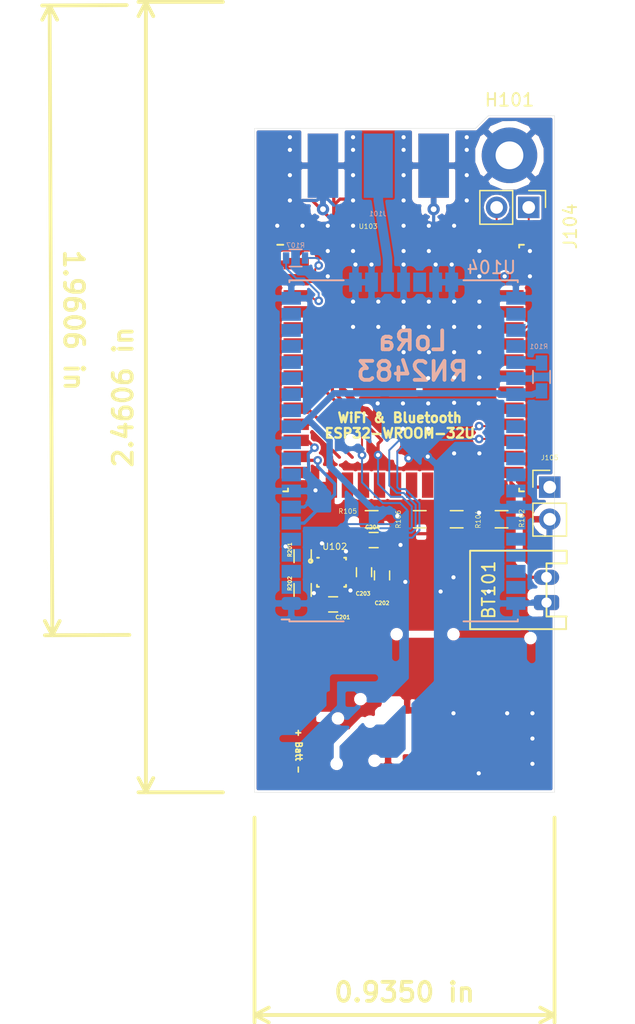
<source format=kicad_pcb>
(kicad_pcb (version 20171130) (host pcbnew "(5.0.2)-1")

  (general
    (thickness 1.6)
    (drawings 12)
    (tracks 401)
    (zones 0)
    (modules 20)
    (nets 72)
  )

  (page A4)
  (title_block
    (title "Cowbell ")
    (date 2019-03-01)
    (rev v02)
  )

  (layers
    (0 F.Cu signal)
    (31 B.Cu signal)
    (32 B.Adhes user)
    (33 F.Adhes user)
    (34 B.Paste user)
    (35 F.Paste user)
    (36 B.SilkS user)
    (37 F.SilkS user)
    (38 B.Mask user)
    (39 F.Mask user)
    (40 Dwgs.User user)
    (41 Cmts.User user)
    (42 Eco1.User user)
    (43 Eco2.User user)
    (44 Edge.Cuts user)
    (45 Margin user)
    (46 B.CrtYd user)
    (47 F.CrtYd user)
    (48 B.Fab user)
    (49 F.Fab user)
  )

  (setup
    (last_trace_width 0.254)
    (user_trace_width 0.1524)
    (user_trace_width 0.254)
    (user_trace_width 0.508)
    (user_trace_width 0.75)
    (trace_clearance 0.1524)
    (zone_clearance 0.15)
    (zone_45_only no)
    (trace_min 0.1524)
    (segment_width 0.2)
    (edge_width 0.1)
    (via_size 0.6858)
    (via_drill 0.3302)
    (via_min_size 0.508)
    (via_min_drill 0.305)
    (uvia_size 0.6858)
    (uvia_drill 0.3302)
    (uvias_allowed no)
    (uvia_min_size 0.254)
    (uvia_min_drill 0.1)
    (pcb_text_width 0.3)
    (pcb_text_size 1.5 1.5)
    (mod_edge_width 0.15)
    (mod_text_size 1 1)
    (mod_text_width 0.15)
    (pad_size 1.7 1.7)
    (pad_drill 1)
    (pad_to_mask_clearance 0)
    (solder_mask_min_width 0.25)
    (aux_axis_origin 0 0)
    (grid_origin 115.2 77.8)
    (visible_elements 7FFFFFFF)
    (pcbplotparams
      (layerselection 0x010fc_ffffffff)
      (usegerberextensions true)
      (usegerberattributes false)
      (usegerberadvancedattributes false)
      (creategerberjobfile false)
      (excludeedgelayer true)
      (linewidth 0.150000)
      (plotframeref false)
      (viasonmask false)
      (mode 1)
      (useauxorigin false)
      (hpglpennumber 1)
      (hpglpenspeed 20)
      (hpglpendiameter 15.000000)
      (psnegative false)
      (psa4output false)
      (plotreference true)
      (plotvalue true)
      (plotinvisibletext false)
      (padsonsilk false)
      (subtractmaskfromsilk false)
      (outputformat 1)
      (mirror false)
      (drillshape 0)
      (scaleselection 1)
      (outputdirectory ""))
  )

  (net 0 "")
  (net 1 GND)
  (net 2 Tx0)
  (net 3 Rx0)
  (net 4 +3V3)
  (net 5 SCL)
  (net 6 SDA)
  (net 7 "Net-(U103-Pad37)")
  (net 8 "Net-(U103-Pad36)")
  (net 9 "Net-(U103-Pad33)")
  (net 10 "Net-(U103-Pad32)")
  (net 11 "Net-(U103-Pad31)")
  (net 12 "Net-(U103-Pad30)")
  (net 13 "Net-(U103-Pad29)")
  (net 14 "Net-(U103-Pad26)")
  (net 15 "Net-(U103-Pad24)")
  (net 16 "Net-(U103-Pad23)")
  (net 17 "Net-(U103-Pad22)")
  (net 18 "Net-(U103-Pad21)")
  (net 19 "Net-(U103-Pad20)")
  (net 20 "Net-(U103-Pad19)")
  (net 21 "Net-(U103-Pad18)")
  (net 22 "Net-(U103-Pad17)")
  (net 23 "Net-(U103-Pad16)")
  (net 24 "Net-(U103-Pad14)")
  (net 25 "Net-(U103-Pad5)")
  (net 26 "Net-(U103-Pad4)")
  (net 27 Tx1)
  (net 28 Rx1)
  (net 29 "Net-(J101-Pad1)")
  (net 30 "Net-(U104-Pad2)")
  (net 31 "Net-(U104-Pad3)")
  (net 32 "Net-(U104-Pad4)")
  (net 33 "Net-(U104-Pad5)")
  (net 34 "Net-(U104-Pad9)")
  (net 35 "Net-(U104-Pad10)")
  (net 36 "Net-(U104-Pad13)")
  (net 37 "Net-(U104-Pad14)")
  (net 38 "Net-(U104-Pad15)")
  (net 39 "Net-(U104-Pad16)")
  (net 40 "Net-(U104-Pad17)")
  (net 41 "Net-(U104-Pad18)")
  (net 42 "Net-(U104-Pad19)")
  (net 43 "Net-(U104-Pad29)")
  (net 44 "Net-(U104-Pad35)")
  (net 45 "Net-(U104-Pad36)")
  (net 46 "Net-(U104-Pad37)")
  (net 47 "Net-(U104-Pad38)")
  (net 48 "Net-(U104-Pad39)")
  (net 49 "Net-(U104-Pad40)")
  (net 50 "Net-(U104-Pad42)")
  (net 51 "Net-(U104-Pad43)")
  (net 52 "Net-(U104-Pad44)")
  (net 53 "Net-(U104-Pad45)")
  (net 54 "Net-(U104-Pad46)")
  (net 55 "Net-(C201-Pad1)")
  (net 56 Int_MAG)
  (net 57 DRDY_MAG)
  (net 58 Extint)
  (net 59 Timepulse)
  (net 60 Int_XL)
  (net 61 "Net-(J104-Pad2)")
  (net 62 "Net-(J104-Pad1)")
  (net 63 "Net-(J105-Pad1)")
  (net 64 "Net-(R101-Pad2)")
  (net 65 "Net-(U104-Pad30)")
  (net 66 "Net-(U104-Pad31)")
  (net 67 "Net-(U104-Pad25)")
  (net 68 "Net-(C202-Pad1)")
  (net 69 /VCC102)
  (net 70 /VCC103)
  (net 71 "Net-(R107-Pad2)")

  (net_class Default "This is the default net class."
    (clearance 0.1524)
    (trace_width 0.1524)
    (via_dia 0.6858)
    (via_drill 0.3302)
    (uvia_dia 0.6858)
    (uvia_drill 0.3302)
    (diff_pair_gap 0.1524)
    (diff_pair_width 0.1524)
    (add_net +3V3)
    (add_net /VCC102)
    (add_net /VCC103)
    (add_net DRDY_MAG)
    (add_net Extint)
    (add_net GND)
    (add_net Int_MAG)
    (add_net Int_XL)
    (add_net "Net-(C201-Pad1)")
    (add_net "Net-(C202-Pad1)")
    (add_net "Net-(J101-Pad1)")
    (add_net "Net-(J104-Pad1)")
    (add_net "Net-(J104-Pad2)")
    (add_net "Net-(J105-Pad1)")
    (add_net "Net-(R101-Pad2)")
    (add_net "Net-(R107-Pad2)")
    (add_net "Net-(U103-Pad14)")
    (add_net "Net-(U103-Pad16)")
    (add_net "Net-(U103-Pad17)")
    (add_net "Net-(U103-Pad18)")
    (add_net "Net-(U103-Pad19)")
    (add_net "Net-(U103-Pad20)")
    (add_net "Net-(U103-Pad21)")
    (add_net "Net-(U103-Pad22)")
    (add_net "Net-(U103-Pad23)")
    (add_net "Net-(U103-Pad24)")
    (add_net "Net-(U103-Pad26)")
    (add_net "Net-(U103-Pad29)")
    (add_net "Net-(U103-Pad30)")
    (add_net "Net-(U103-Pad31)")
    (add_net "Net-(U103-Pad32)")
    (add_net "Net-(U103-Pad33)")
    (add_net "Net-(U103-Pad36)")
    (add_net "Net-(U103-Pad37)")
    (add_net "Net-(U103-Pad4)")
    (add_net "Net-(U103-Pad5)")
    (add_net "Net-(U104-Pad10)")
    (add_net "Net-(U104-Pad13)")
    (add_net "Net-(U104-Pad14)")
    (add_net "Net-(U104-Pad15)")
    (add_net "Net-(U104-Pad16)")
    (add_net "Net-(U104-Pad17)")
    (add_net "Net-(U104-Pad18)")
    (add_net "Net-(U104-Pad19)")
    (add_net "Net-(U104-Pad2)")
    (add_net "Net-(U104-Pad25)")
    (add_net "Net-(U104-Pad29)")
    (add_net "Net-(U104-Pad3)")
    (add_net "Net-(U104-Pad30)")
    (add_net "Net-(U104-Pad31)")
    (add_net "Net-(U104-Pad35)")
    (add_net "Net-(U104-Pad36)")
    (add_net "Net-(U104-Pad37)")
    (add_net "Net-(U104-Pad38)")
    (add_net "Net-(U104-Pad39)")
    (add_net "Net-(U104-Pad4)")
    (add_net "Net-(U104-Pad40)")
    (add_net "Net-(U104-Pad42)")
    (add_net "Net-(U104-Pad43)")
    (add_net "Net-(U104-Pad44)")
    (add_net "Net-(U104-Pad45)")
    (add_net "Net-(U104-Pad46)")
    (add_net "Net-(U104-Pad5)")
    (add_net "Net-(U104-Pad9)")
    (add_net Rx0)
    (add_net Rx1)
    (add_net SCL)
    (add_net SDA)
    (add_net Timepulse)
    (add_net Tx0)
    (add_net Tx1)
  )

  (module Emborg:RN2483 (layer B.Cu) (tedit 5C7C4A2A) (tstamp 5C90CDA8)
    (at 127 50.8)
    (path /5C7E052B)
    (attr smd)
    (fp_text reference U104 (at 6.95 -14.5) (layer B.SilkS)
      (effects (font (size 1 1) (thickness 0.15)) (justify mirror))
    )
    (fp_text value RN2483A-I (at 0 -15.097) (layer B.Fab)
      (effects (font (size 1 1) (thickness 0.15)) (justify mirror))
    )
    (fp_line (start -7.89 13.335) (end -8.89 12.335) (layer B.Fab) (width 0.15))
    (fp_line (start -8.89 12.335) (end -8.89 -13.335) (layer B.Fab) (width 0.15))
    (fp_line (start -8.89 -13.335) (end 8.89 -13.335) (layer B.Fab) (width 0.15))
    (fp_line (start 8.89 -13.335) (end 8.89 13.335) (layer B.Fab) (width 0.15))
    (fp_line (start 8.89 13.335) (end -7.89 13.335) (layer B.Fab) (width 0.15))
    (fp_line (start -4.745 13.485) (end -9.04 13.485) (layer B.SilkS) (width 0.15))
    (fp_line (start -9.04 13.485) (end -9.04 13.335) (layer B.SilkS) (width 0.15))
    (fp_line (start -9.04 13.335) (end -9.652 13.335) (layer B.SilkS) (width 0.15))
    (fp_line (start 4.745 13.485) (end 9.04 13.485) (layer B.SilkS) (width 0.15))
    (fp_line (start 9.04 13.485) (end 9.04 13.335) (layer B.SilkS) (width 0.15))
    (fp_line (start -9.04 -13.485) (end -4.745 -13.485) (layer B.SilkS) (width 0.15))
    (fp_line (start -9.04 -13.485) (end -9.04 -13.335) (layer B.SilkS) (width 0.15))
    (fp_line (start 9.04 -13.485) (end 4.745 -13.485) (layer B.SilkS) (width 0.15))
    (fp_line (start 9.04 -13.485) (end 9.04 -13.335) (layer B.SilkS) (width 0.15))
    (fp_line (start -9.9 14.35) (end 9.9 14.35) (layer B.CrtYd) (width 0.05))
    (fp_line (start 9.9 14.35) (end 9.9 -14.35) (layer B.CrtYd) (width 0.05))
    (fp_line (start 9.9 -14.35) (end -9.9 -14.35) (layer B.CrtYd) (width 0.05))
    (fp_line (start -9.9 -14.35) (end -9.9 14.35) (layer B.CrtYd) (width 0.05))
    (pad 1 smd roundrect (at -8.89 12.065 270) (size 1.016 1.524) (layers B.Cu B.Paste B.Mask) (roundrect_rratio 0.25)
      (net 1 GND))
    (pad 2 smd rect (at -8.89 10.795 270) (size 1.016 1.524) (layers B.Cu B.Paste B.Mask)
      (net 30 "Net-(U104-Pad2)"))
    (pad 3 smd rect (at -8.89 9.525 270) (size 1.016 1.524) (layers B.Cu B.Paste B.Mask)
      (net 31 "Net-(U104-Pad3)"))
    (pad 4 smd rect (at -8.89 8.255 270) (size 1.016 1.524) (layers B.Cu B.Paste B.Mask)
      (net 32 "Net-(U104-Pad4)"))
    (pad 5 smd rect (at -8.89 6.985 270) (size 1.016 1.524) (layers B.Cu B.Paste B.Mask)
      (net 33 "Net-(U104-Pad5)"))
    (pad 6 smd rect (at -8.89 5.715 270) (size 1.016 1.524) (layers B.Cu B.Paste B.Mask)
      (net 27 Tx1))
    (pad 7 smd rect (at -8.89 4.445 270) (size 1.016 1.524) (layers B.Cu B.Paste B.Mask)
      (net 28 Rx1))
    (pad 8 smd rect (at -8.89 3.175 270) (size 1.016 1.524) (layers B.Cu B.Paste B.Mask)
      (net 1 GND))
    (pad 9 smd rect (at -8.89 1.905 270) (size 1.016 1.524) (layers B.Cu B.Paste B.Mask)
      (net 34 "Net-(U104-Pad9)"))
    (pad 10 smd rect (at -8.89 0.635 270) (size 1.016 1.524) (layers B.Cu B.Paste B.Mask)
      (net 35 "Net-(U104-Pad10)"))
    (pad 11 smd rect (at -8.89 -0.635 270) (size 1.016 1.524) (layers B.Cu B.Paste B.Mask)
      (net 1 GND))
    (pad 12 smd rect (at -8.89 -1.905 270) (size 1.016 1.524) (layers B.Cu B.Paste B.Mask)
      (net 69 /VCC102))
    (pad 13 smd rect (at -8.89 -3.175 270) (size 1.016 1.524) (layers B.Cu B.Paste B.Mask)
      (net 36 "Net-(U104-Pad13)"))
    (pad 14 smd rect (at -8.89 -4.445 270) (size 1.016 1.524) (layers B.Cu B.Paste B.Mask)
      (net 37 "Net-(U104-Pad14)"))
    (pad 15 smd rect (at -8.89 -5.715 270) (size 1.016 1.524) (layers B.Cu B.Paste B.Mask)
      (net 38 "Net-(U104-Pad15)"))
    (pad 16 smd rect (at -8.89 -6.985 270) (size 1.016 1.524) (layers B.Cu B.Paste B.Mask)
      (net 39 "Net-(U104-Pad16)"))
    (pad 17 smd rect (at -8.89 -8.255 270) (size 1.016 1.524) (layers B.Cu B.Paste B.Mask)
      (net 40 "Net-(U104-Pad17)"))
    (pad 18 smd rect (at -8.89 -9.525 270) (size 1.016 1.524) (layers B.Cu B.Paste B.Mask)
      (net 41 "Net-(U104-Pad18)"))
    (pad 19 smd rect (at -8.89 -10.795 270) (size 1.016 1.524) (layers B.Cu B.Paste B.Mask)
      (net 42 "Net-(U104-Pad19)"))
    (pad 20 smd rect (at -8.89 -12.065 270) (size 1.016 1.524) (layers B.Cu B.Paste B.Mask)
      (net 1 GND))
    (pad 21 smd rect (at -3.81 -13.335) (size 1.016 1.524) (layers B.Cu B.Paste B.Mask)
      (net 1 GND))
    (pad 22 smd rect (at -2.54 -13.335) (size 1.016 1.524) (layers B.Cu B.Paste B.Mask)
      (net 1 GND))
    (pad 23 smd rect (at -1.27 -13.335) (size 1.016 1.524) (layers B.Cu B.Paste B.Mask)
      (net 29 "Net-(J101-Pad1)"))
    (pad 24 smd rect (at 0 -13.335) (size 1.016 1.524) (layers B.Cu B.Paste B.Mask)
      (net 1 GND))
    (pad 25 smd rect (at 1.27 -13.335) (size 1.016 1.524) (layers B.Cu B.Paste B.Mask)
      (net 67 "Net-(U104-Pad25)"))
    (pad 26 smd rect (at 2.54 -13.335) (size 1.016 1.524) (layers B.Cu B.Paste B.Mask)
      (net 1 GND))
    (pad 27 smd rect (at 3.81 -13.335) (size 1.016 1.524) (layers B.Cu B.Paste B.Mask)
      (net 1 GND))
    (pad 28 smd rect (at 8.89 -12.065 270) (size 1.016 1.524) (layers B.Cu B.Paste B.Mask)
      (net 1 GND))
    (pad 29 smd rect (at 8.89 -10.795 270) (size 1.016 1.524) (layers B.Cu B.Paste B.Mask)
      (net 43 "Net-(U104-Pad29)"))
    (pad 30 smd rect (at 8.89 -9.525 270) (size 1.016 1.524) (layers B.Cu B.Paste B.Mask)
      (net 65 "Net-(U104-Pad30)"))
    (pad 31 smd rect (at 8.89 -8.255 270) (size 1.016 1.524) (layers B.Cu B.Paste B.Mask)
      (net 66 "Net-(U104-Pad31)"))
    (pad 32 smd rect (at 8.89 -6.985 270) (size 1.016 1.524) (layers B.Cu B.Paste B.Mask)
      (net 64 "Net-(R101-Pad2)"))
    (pad 33 smd rect (at 8.89 -5.715 270) (size 1.016 1.524) (layers B.Cu B.Paste B.Mask)
      (net 1 GND))
    (pad 34 smd rect (at 8.89 -4.445 270) (size 1.016 1.524) (layers B.Cu B.Paste B.Mask)
      (net 69 /VCC102))
    (pad 35 smd rect (at 8.89 -3.175 270) (size 1.016 1.524) (layers B.Cu B.Paste B.Mask)
      (net 44 "Net-(U104-Pad35)"))
    (pad 36 smd rect (at 8.89 -1.905 270) (size 1.016 1.524) (layers B.Cu B.Paste B.Mask)
      (net 45 "Net-(U104-Pad36)"))
    (pad 37 smd rect (at 8.89 -0.635 270) (size 1.016 1.524) (layers B.Cu B.Paste B.Mask)
      (net 46 "Net-(U104-Pad37)"))
    (pad 38 smd rect (at 8.89 0.635 270) (size 1.016 1.524) (layers B.Cu B.Paste B.Mask)
      (net 47 "Net-(U104-Pad38)"))
    (pad 39 smd rect (at 8.89 1.905 270) (size 1.016 1.524) (layers B.Cu B.Paste B.Mask)
      (net 48 "Net-(U104-Pad39)"))
    (pad 40 smd rect (at 8.89 3.175 270) (size 1.016 1.524) (layers B.Cu B.Paste B.Mask)
      (net 49 "Net-(U104-Pad40)"))
    (pad 41 smd rect (at 8.89 4.445 270) (size 1.016 1.524) (layers B.Cu B.Paste B.Mask)
      (net 1 GND))
    (pad 42 smd rect (at 8.89 5.715 270) (size 1.016 1.524) (layers B.Cu B.Paste B.Mask)
      (net 50 "Net-(U104-Pad42)"))
    (pad 43 smd rect (at 8.89 6.985 270) (size 1.016 1.524) (layers B.Cu B.Paste B.Mask)
      (net 51 "Net-(U104-Pad43)"))
    (pad 44 smd rect (at 8.89 8.255 270) (size 1.016 1.524) (layers B.Cu B.Paste B.Mask)
      (net 52 "Net-(U104-Pad44)"))
    (pad 45 smd rect (at 8.89 9.525 270) (size 1.016 1.524) (layers B.Cu B.Paste B.Mask)
      (net 53 "Net-(U104-Pad45)"))
    (pad 46 smd rect (at 8.89 10.795 270) (size 1.016 1.524) (layers B.Cu B.Paste B.Mask)
      (net 54 "Net-(U104-Pad46)"))
    (pad 47 smd rect (at 8.89 12.065 270) (size 1.016 1.524) (layers B.Cu B.Paste B.Mask)
      (net 1 GND))
  )

  (module Emborg:batt_Connector (layer F.Cu) (tedit 5C8890A8) (tstamp 5C851A88)
    (at 138.314 61.798 90)
    (tags "Rectangular Connectors - Headers, Male Pins")
    (path /5C97B3FF)
    (fp_text reference BT101 (at 0 -4.572 90) (layer F.SilkS)
      (effects (font (size 1 1) (thickness 0.15)))
    )
    (fp_text value Battery_Cell (at 0 2.286 90) (layer F.Fab)
      (effects (font (size 1 1) (thickness 0.15)))
    )
    (fp_line (start -3.1 1.55) (end -2.1 1.55) (layer F.SilkS) (width 0.15))
    (fp_line (start 3.1 1.55) (end 3.1 -6) (layer F.SilkS) (width 0.15))
    (fp_line (start 3.1 -6.05) (end -3.1 -6.05) (layer F.SilkS) (width 0.15))
    (fp_line (start -3.1 -6.05) (end -3.1 1.55) (layer F.SilkS) (width 0.15))
    (fp_line (start -3.15 1.6) (end 3.15 1.6) (layer F.CrtYd) (width 0.05))
    (fp_line (start 3.15 1.6) (end 3.15 -6.05) (layer F.CrtYd) (width 0.05))
    (fp_line (start 3.15 -6.05) (end -3.15 -6.05) (layer F.CrtYd) (width 0.05))
    (fp_line (start -3.15 -6.05) (end -3.15 1.6) (layer F.CrtYd) (width 0.05))
    (fp_line (start -2.1 1.6) (end -2.1 0) (layer F.SilkS) (width 0.15))
    (fp_line (start -2.1 0) (end 2.1 0) (layer F.SilkS) (width 0.15))
    (fp_line (start 2.1 0) (end 2.1 1.6) (layer F.SilkS) (width 0.15))
    (fp_line (start 2.1 1.6) (end 3.1 1.6) (layer F.SilkS) (width 0.15))
    (pad 2 thru_hole roundrect (at -1 0 90) (size 1.2 2) (drill 0.805) (layers *.Cu *.Mask) (roundrect_rratio 0.25)
      (net 1 GND))
    (pad 1 thru_hole oval (at 1 0 90) (size 1.2 2) (drill 0.85) (layers *.Cu *.Mask)
      (net 4 +3V3))
  )

  (module Pin_Headers:Pin_Header_Straight_1x02_Pitch2.54mm (layer F.Cu) (tedit 5C859034) (tstamp 5C859BBE)
    (at 138.568 53.67)
    (descr "Through hole straight pin header, 1x02, 2.54mm pitch, single row")
    (tags "Through hole pin header THT 1x02 2.54mm single row")
    (path /5C8E06EE)
    (fp_text reference J105 (at 0 -2.33) (layer F.SilkS)
      (effects (font (size 0.381 0.381) (thickness 0.0508)))
    )
    (fp_text value Conn_01x02_Male (at 0 4.87) (layer F.Fab)
      (effects (font (size 1 1) (thickness 0.15)))
    )
    (fp_text user %R (at 0 1.27 90) (layer F.Fab)
      (effects (font (size 1 1) (thickness 0.15)))
    )
    (fp_line (start 1.8 -1.8) (end -1.8 -1.8) (layer F.CrtYd) (width 0.05))
    (fp_line (start 1.8 4.35) (end 1.8 -1.8) (layer F.CrtYd) (width 0.05))
    (fp_line (start -1.8 4.35) (end 1.8 4.35) (layer F.CrtYd) (width 0.05))
    (fp_line (start -1.8 -1.8) (end -1.8 4.35) (layer F.CrtYd) (width 0.05))
    (fp_line (start -1.33 -1.33) (end 0 -1.33) (layer F.SilkS) (width 0.12))
    (fp_line (start -1.33 0) (end -1.33 -1.33) (layer F.SilkS) (width 0.12))
    (fp_line (start -1.33 1.27) (end 1.33 1.27) (layer F.SilkS) (width 0.12))
    (fp_line (start 1.33 1.27) (end 1.33 3.87) (layer F.SilkS) (width 0.12))
    (fp_line (start -1.33 1.27) (end -1.33 3.87) (layer F.SilkS) (width 0.12))
    (fp_line (start -1.33 3.87) (end 1.33 3.87) (layer F.SilkS) (width 0.12))
    (fp_line (start -1.27 -0.635) (end -0.635 -1.27) (layer F.Fab) (width 0.1))
    (fp_line (start -1.27 3.81) (end -1.27 -0.635) (layer F.Fab) (width 0.1))
    (fp_line (start 1.27 3.81) (end -1.27 3.81) (layer F.Fab) (width 0.1))
    (fp_line (start 1.27 -1.27) (end 1.27 3.81) (layer F.Fab) (width 0.1))
    (fp_line (start -0.635 -1.27) (end 1.27 -1.27) (layer F.Fab) (width 0.1))
    (pad 2 thru_hole oval (at 0 2.54) (size 1.7 1.7) (drill 1) (layers *.Cu *.Mask)
      (net 1 GND))
    (pad 1 thru_hole rect (at 0 0) (size 1.7 1.7) (drill 1) (layers *.Cu *.Mask)
      (net 63 "Net-(J105-Pad1)"))
    (model ${KISYS3DMOD}/Pin_Headers.3dshapes/Pin_Header_Straight_1x02_Pitch2.54mm.wrl
      (at (xyz 0 0 0))
      (scale (xyz 1 1 1))
      (rotate (xyz 0 0 0))
    )
  )

  (module Resistors_SMD:R_0603 (layer B.Cu) (tedit 5C858E0D) (tstamp 5C8575DB)
    (at 118.45 35.55 180)
    (descr "Resistor SMD 0603, reflow soldering, Vishay (see dcrcw.pdf)")
    (tags "resistor 0603")
    (path /5C9B7F04)
    (attr smd)
    (fp_text reference R107 (at 0 1 180) (layer B.SilkS)
      (effects (font (size 0.381 0.381) (thickness 0.0508)) (justify mirror))
    )
    (fp_text value 2k2 (at 0 -1.5 180) (layer B.Fab)
      (effects (font (size 1 1) (thickness 0.15)) (justify mirror))
    )
    (fp_line (start 1.25 -0.7) (end -1.25 -0.7) (layer B.CrtYd) (width 0.05))
    (fp_line (start 1.25 -0.7) (end 1.25 0.7) (layer B.CrtYd) (width 0.05))
    (fp_line (start -1.25 0.7) (end -1.25 -0.7) (layer B.CrtYd) (width 0.05))
    (fp_line (start -1.25 0.7) (end 1.25 0.7) (layer B.CrtYd) (width 0.05))
    (fp_line (start -0.5 0.68) (end 0.5 0.68) (layer B.SilkS) (width 0.12))
    (fp_line (start 0.5 -0.68) (end -0.5 -0.68) (layer B.SilkS) (width 0.12))
    (fp_line (start -0.8 0.4) (end 0.8 0.4) (layer B.Fab) (width 0.1))
    (fp_line (start 0.8 0.4) (end 0.8 -0.4) (layer B.Fab) (width 0.1))
    (fp_line (start 0.8 -0.4) (end -0.8 -0.4) (layer B.Fab) (width 0.1))
    (fp_line (start -0.8 -0.4) (end -0.8 0.4) (layer B.Fab) (width 0.1))
    (fp_text user %R (at 0 -0.5 180) (layer B.Fab)
      (effects (font (size 0.4 0.4) (thickness 0.075)) (justify mirror))
    )
    (pad 2 smd rect (at 0.75 0 180) (size 0.5 0.9) (layers B.Cu B.Paste B.Mask)
      (net 71 "Net-(R107-Pad2)"))
    (pad 1 smd rect (at -0.75 0 180) (size 0.5 0.9) (layers B.Cu B.Paste B.Mask)
      (net 70 /VCC103))
    (model ${KISYS3DMOD}/Resistors_SMD.3dshapes/R_0603.wrl
      (at (xyz 0 0 0))
      (scale (xyz 1 1 1))
      (rotate (xyz 0 0 0))
    )
  )

  (module Resistors_SMD:R_0603 (layer F.Cu) (tedit 5C858D64) (tstamp 5C84DFED)
    (at 128.281 56.21 180)
    (descr "Resistor SMD 0603, reflow soldering, Vishay (see dcrcw.pdf)")
    (tags "resistor 0603")
    (path /5C91DC45)
    (attr smd)
    (fp_text reference R106 (at 1.7 0 90) (layer F.SilkS)
      (effects (font (size 0.381 0.381) (thickness 0.0508)))
    )
    (fp_text value shunt (at 0 1.5 180) (layer F.Fab)
      (effects (font (size 1 1) (thickness 0.15)))
    )
    (fp_line (start 1.25 0.7) (end -1.25 0.7) (layer F.CrtYd) (width 0.05))
    (fp_line (start 1.25 0.7) (end 1.25 -0.7) (layer F.CrtYd) (width 0.05))
    (fp_line (start -1.25 -0.7) (end -1.25 0.7) (layer F.CrtYd) (width 0.05))
    (fp_line (start -1.25 -0.7) (end 1.25 -0.7) (layer F.CrtYd) (width 0.05))
    (fp_line (start -0.5 -0.68) (end 0.5 -0.68) (layer F.SilkS) (width 0.12))
    (fp_line (start 0.5 0.68) (end -0.5 0.68) (layer F.SilkS) (width 0.12))
    (fp_line (start -0.8 -0.4) (end 0.8 -0.4) (layer F.Fab) (width 0.1))
    (fp_line (start 0.8 -0.4) (end 0.8 0.4) (layer F.Fab) (width 0.1))
    (fp_line (start 0.8 0.4) (end -0.8 0.4) (layer F.Fab) (width 0.1))
    (fp_line (start -0.8 0.4) (end -0.8 -0.4) (layer F.Fab) (width 0.1))
    (fp_text user %R (at 0.6 1 180) (layer F.Fab)
      (effects (font (size 0.4 0.4) (thickness 0.075)))
    )
    (pad 2 smd rect (at 0.75 0 180) (size 0.5 0.9) (layers F.Cu F.Paste F.Mask)
      (net 69 /VCC102))
    (pad 1 smd rect (at -0.75 0 180) (size 0.5 0.9) (layers F.Cu F.Paste F.Mask)
      (net 4 +3V3))
    (model ${KISYS3DMOD}/Resistors_SMD.3dshapes/R_0603.wrl
      (at (xyz 0 0 0))
      (scale (xyz 1 1 1))
      (rotate (xyz 0 0 0))
    )
  )

  (module Resistors_SMD:R_0603 (layer F.Cu) (tedit 5C90BAD6) (tstamp 5C83F675)
    (at 131.202 56.21)
    (descr "Resistor SMD 0603, reflow soldering, Vishay (see dcrcw.pdf)")
    (tags "resistor 0603")
    (path /5C9406E8)
    (attr smd)
    (fp_text reference R104 (at 1.7 0 -90) (layer F.SilkS)
      (effects (font (size 0.381 0.381) (thickness 0.0508)))
    )
    (fp_text value shunt (at 0 1.5) (layer F.Fab)
      (effects (font (size 1 1) (thickness 0.15)))
    )
    (fp_text user %R (at 0 0.254) (layer F.Fab)
      (effects (font (size 0.4 0.4) (thickness 0.075)))
    )
    (fp_line (start -0.8 0.4) (end -0.8 -0.4) (layer F.Fab) (width 0.1))
    (fp_line (start 0.8 0.4) (end -0.8 0.4) (layer F.Fab) (width 0.1))
    (fp_line (start 0.8 -0.4) (end 0.8 0.4) (layer F.Fab) (width 0.1))
    (fp_line (start -0.8 -0.4) (end 0.8 -0.4) (layer F.Fab) (width 0.1))
    (fp_line (start 0.5 0.68) (end -0.5 0.68) (layer F.SilkS) (width 0.12))
    (fp_line (start -0.5 -0.68) (end 0.5 -0.68) (layer F.SilkS) (width 0.12))
    (fp_line (start -1.25 -0.7) (end 1.25 -0.7) (layer F.CrtYd) (width 0.05))
    (fp_line (start -1.25 -0.7) (end -1.25 0.7) (layer F.CrtYd) (width 0.05))
    (fp_line (start 1.25 0.7) (end 1.25 -0.7) (layer F.CrtYd) (width 0.05))
    (fp_line (start 1.25 0.7) (end -1.25 0.7) (layer F.CrtYd) (width 0.05))
    (pad 1 smd rect (at -0.75 0) (size 0.5 0.9) (layers F.Cu F.Paste F.Mask)
      (net 4 +3V3))
    (pad 2 smd rect (at 0.75 0) (size 0.5 0.9) (layers F.Cu F.Paste F.Mask)
      (net 70 /VCC103))
    (model ${KISYS3DMOD}/Resistors_SMD.3dshapes/R_0603.wrl
      (at (xyz 0 0 0))
      (scale (xyz 1 1 1))
      (rotate (xyz 0 0 0))
    )
  )

  (module Resistors_SMD:R_0603 (layer F.Cu) (tedit 5C858DA5) (tstamp 5C83F664)
    (at 124.471 56.21 180)
    (descr "Resistor SMD 0603, reflow soldering, Vishay (see dcrcw.pdf)")
    (tags "resistor 0603")
    (path /5C962B47)
    (attr smd)
    (fp_text reference R105 (at 1.892 0.634 180) (layer F.SilkS)
      (effects (font (size 0.381 0.381) (thickness 0.0508)))
    )
    (fp_text value shunt (at 0 1.5 180) (layer F.Fab)
      (effects (font (size 1 1) (thickness 0.15)))
    )
    (fp_line (start 1.25 0.7) (end -1.25 0.7) (layer F.CrtYd) (width 0.05))
    (fp_line (start 1.25 0.7) (end 1.25 -0.7) (layer F.CrtYd) (width 0.05))
    (fp_line (start -1.25 -0.7) (end -1.25 0.7) (layer F.CrtYd) (width 0.05))
    (fp_line (start -1.25 -0.7) (end 1.25 -0.7) (layer F.CrtYd) (width 0.05))
    (fp_line (start -0.5 -0.68) (end 0.5 -0.68) (layer F.SilkS) (width 0.12))
    (fp_line (start 0.5 0.68) (end -0.5 0.68) (layer F.SilkS) (width 0.12))
    (fp_line (start -0.8 -0.4) (end 0.8 -0.4) (layer F.Fab) (width 0.1))
    (fp_line (start 0.8 -0.4) (end 0.8 0.4) (layer F.Fab) (width 0.1))
    (fp_line (start 0.8 0.4) (end -0.8 0.4) (layer F.Fab) (width 0.1))
    (fp_line (start -0.8 0.4) (end -0.8 -0.4) (layer F.Fab) (width 0.1))
    (fp_text user %R (at -1.5 0.25 180) (layer F.Fab)
      (effects (font (size 0.4 0.4) (thickness 0.075)))
    )
    (pad 2 smd rect (at 0.75 0 180) (size 0.5 0.9) (layers F.Cu F.Paste F.Mask)
      (net 68 "Net-(C202-Pad1)"))
    (pad 1 smd rect (at -0.75 0 180) (size 0.5 0.9) (layers F.Cu F.Paste F.Mask)
      (net 4 +3V3))
    (model ${KISYS3DMOD}/Resistors_SMD.3dshapes/R_0603.wrl
      (at (xyz 0 0 0))
      (scale (xyz 1 1 1))
      (rotate (xyz 0 0 0))
    )
  )

  (module Mounting_Holes:MountingHole_2.2mm_M2_Pad (layer F.Cu) (tedit 56D1B4CB) (tstamp 5C8229AC)
    (at 135.382 27.432)
    (descr "Mounting Hole 2.2mm, M2")
    (tags "mounting hole 2.2mm m2")
    (path /5C90DB1D)
    (attr virtual)
    (fp_text reference H101 (at 0 -4.382) (layer F.SilkS)
      (effects (font (size 1 1) (thickness 0.15)))
    )
    (fp_text value MountingHole_Pad (at 0 3.2) (layer F.Fab)
      (effects (font (size 1 1) (thickness 0.15)))
    )
    (fp_circle (center 0 0) (end 2.45 0) (layer F.CrtYd) (width 0.05))
    (fp_circle (center 0 0) (end 2.2 0) (layer Cmts.User) (width 0.15))
    (fp_text user %R (at 0.3 0) (layer F.Fab)
      (effects (font (size 1 1) (thickness 0.15)))
    )
    (pad 1 thru_hole circle (at 0 0) (size 4.4 4.4) (drill 2.2) (layers *.Cu *.Mask)
      (net 1 GND))
  )

  (module Resistors_SMD:R_0603 (layer F.Cu) (tedit 5C7E3B15) (tstamp 5C80DC39)
    (at 119.01 59.131 270)
    (descr "Resistor SMD 0603, reflow soldering, Vishay (see dcrcw.pdf)")
    (tags "resistor 0603")
    (path /5C83B915)
    (attr smd)
    (fp_text reference R201 (at -0.508 1.016 270) (layer F.SilkS)
      (effects (font (size 0.3 0.3) (thickness 0.075)))
    )
    (fp_text value 2k2 (at 0.762 1.016 270) (layer F.Fab)
      (effects (font (size 0.3 0.3) (thickness 0.075)))
    )
    (fp_text user %R (at 0.005 1.557 270) (layer F.Fab)
      (effects (font (size 0.4 0.4) (thickness 0.075)))
    )
    (fp_line (start -0.8 0.4) (end -0.8 -0.4) (layer F.Fab) (width 0.1))
    (fp_line (start 0.8 0.4) (end -0.8 0.4) (layer F.Fab) (width 0.1))
    (fp_line (start 0.8 -0.4) (end 0.8 0.4) (layer F.Fab) (width 0.1))
    (fp_line (start -0.8 -0.4) (end 0.8 -0.4) (layer F.Fab) (width 0.1))
    (fp_line (start 0.5 0.68) (end -0.5 0.68) (layer F.SilkS) (width 0.12))
    (fp_line (start -0.5 -0.68) (end 0.5 -0.68) (layer F.SilkS) (width 0.12))
    (fp_line (start -1.25 -0.7) (end 1.25 -0.7) (layer F.CrtYd) (width 0.05))
    (fp_line (start -1.25 -0.7) (end -1.25 0.7) (layer F.CrtYd) (width 0.05))
    (fp_line (start 1.25 0.7) (end 1.25 -0.7) (layer F.CrtYd) (width 0.05))
    (fp_line (start 1.25 0.7) (end -1.25 0.7) (layer F.CrtYd) (width 0.05))
    (pad 1 smd rect (at -0.75 0 270) (size 0.5 0.9) (layers F.Cu F.Paste F.Mask)
      (net 5 SCL))
    (pad 2 smd rect (at 0.75 0 270) (size 0.5 0.9) (layers F.Cu F.Paste F.Mask)
      (net 68 "Net-(C202-Pad1)"))
    (model ${KISYS3DMOD}/Resistors_SMD.3dshapes/R_0603.wrl
      (at (xyz 0 0 0))
      (scale (xyz 1 1 1))
      (rotate (xyz 0 0 0))
    )
  )

  (module Resistors_SMD:R_0603 (layer F.Cu) (tedit 5C7E3AF4) (tstamp 5C80DC09)
    (at 119.01 61.798 270)
    (descr "Resistor SMD 0603, reflow soldering, Vishay (see dcrcw.pdf)")
    (tags "resistor 0603")
    (path /5C83BBD1)
    (attr smd)
    (fp_text reference R202 (at -0.508 1.016 270) (layer F.SilkS)
      (effects (font (size 0.3 0.3) (thickness 0.075)))
    )
    (fp_text value 2k2 (at 1.016 1.016 270) (layer F.Fab)
      (effects (font (size 0.3 0.3) (thickness 0.075)))
    )
    (fp_line (start 1.25 0.7) (end -1.25 0.7) (layer F.CrtYd) (width 0.05))
    (fp_line (start 1.25 0.7) (end 1.25 -0.7) (layer F.CrtYd) (width 0.05))
    (fp_line (start -1.25 -0.7) (end -1.25 0.7) (layer F.CrtYd) (width 0.05))
    (fp_line (start -1.25 -0.7) (end 1.25 -0.7) (layer F.CrtYd) (width 0.05))
    (fp_line (start -0.5 -0.68) (end 0.5 -0.68) (layer F.SilkS) (width 0.12))
    (fp_line (start 0.5 0.68) (end -0.5 0.68) (layer F.SilkS) (width 0.12))
    (fp_line (start -0.8 -0.4) (end 0.8 -0.4) (layer F.Fab) (width 0.1))
    (fp_line (start 0.8 -0.4) (end 0.8 0.4) (layer F.Fab) (width 0.1))
    (fp_line (start 0.8 0.4) (end -0.8 0.4) (layer F.Fab) (width 0.1))
    (fp_line (start -0.8 0.4) (end -0.8 -0.4) (layer F.Fab) (width 0.1))
    (fp_text user %R (at 0 1.557 270) (layer F.Fab)
      (effects (font (size 0.4 0.4) (thickness 0.075)))
    )
    (pad 2 smd rect (at 0.75 0 270) (size 0.5 0.9) (layers F.Cu F.Paste F.Mask)
      (net 6 SDA))
    (pad 1 smd rect (at -0.75 0 270) (size 0.5 0.9) (layers F.Cu F.Paste F.Mask)
      (net 68 "Net-(C202-Pad1)"))
    (model ${KISYS3DMOD}/Resistors_SMD.3dshapes/R_0603.wrl
      (at (xyz 0 0 0))
      (scale (xyz 1 1 1))
      (rotate (xyz 0 0 0))
    )
  )

  (module Capacitors_SMD:C_0603 (layer F.Cu) (tedit 5C7E3061) (tstamp 5C80DCC9)
    (at 121.423 62.941)
    (descr "Capacitor SMD 0603, reflow soldering, AVX (see smccp.pdf)")
    (tags "capacitor 0603")
    (path /5C816E37)
    (attr smd)
    (fp_text reference C201 (at 0.762 1.016 180) (layer F.SilkS)
      (effects (font (size 0.3 0.3) (thickness 0.075)))
    )
    (fp_text value 0.1µF (at -1.016 1.016) (layer F.Fab)
      (effects (font (size 0.3 0.3) (thickness 0.075)))
    )
    (fp_line (start 1.4 0.65) (end -1.4 0.65) (layer F.CrtYd) (width 0.05))
    (fp_line (start 1.4 0.65) (end 1.4 -0.65) (layer F.CrtYd) (width 0.05))
    (fp_line (start -1.4 -0.65) (end -1.4 0.65) (layer F.CrtYd) (width 0.05))
    (fp_line (start -1.4 -0.65) (end 1.4 -0.65) (layer F.CrtYd) (width 0.05))
    (fp_line (start 0.35 0.6) (end -0.35 0.6) (layer F.SilkS) (width 0.12))
    (fp_line (start -0.35 -0.6) (end 0.35 -0.6) (layer F.SilkS) (width 0.12))
    (fp_line (start -0.8 -0.4) (end 0.8 -0.4) (layer F.Fab) (width 0.1))
    (fp_line (start 0.8 -0.4) (end 0.8 0.4) (layer F.Fab) (width 0.1))
    (fp_line (start 0.8 0.4) (end -0.8 0.4) (layer F.Fab) (width 0.1))
    (fp_line (start -0.8 0.4) (end -0.8 -0.4) (layer F.Fab) (width 0.1))
    (fp_text user %R (at 0.762 1.016) (layer F.Fab)
      (effects (font (size 0.3 0.3) (thickness 0.075)))
    )
    (pad 2 smd rect (at 0.75 0) (size 0.8 0.75) (layers F.Cu F.Paste F.Mask)
      (net 1 GND))
    (pad 1 smd rect (at -0.75 0) (size 0.8 0.75) (layers F.Cu F.Paste F.Mask)
      (net 55 "Net-(C201-Pad1)"))
    (model Capacitors_SMD.3dshapes/C_0603.wrl
      (at (xyz 0 0 0))
      (scale (xyz 1 1 1))
      (rotate (xyz 0 0 0))
    )
  )

  (module Capacitors_SMD:C_0603 (layer F.Cu) (tedit 5C7E316B) (tstamp 5C80DC99)
    (at 124.631 57.856)
    (descr "Capacitor SMD 0603, reflow soldering, AVX (see smccp.pdf)")
    (tags "capacitor 0603")
    (path /5C816C98)
    (attr smd)
    (fp_text reference C204 (at -0.086 -1.018) (layer F.SilkS)
      (effects (font (size 0.3 0.3) (thickness 0.075)))
    )
    (fp_text value 0.1µF (at 0.094 0.132) (layer F.Fab)
      (effects (font (size 0.3 0.3) (thickness 0.075)))
    )
    (fp_text user %R (at 0.762 -1.016) (layer F.Fab)
      (effects (font (size 0.3 0.3) (thickness 0.075)))
    )
    (fp_line (start -0.8 0.4) (end -0.8 -0.4) (layer F.Fab) (width 0.1))
    (fp_line (start 0.8 0.4) (end -0.8 0.4) (layer F.Fab) (width 0.1))
    (fp_line (start 0.8 -0.4) (end 0.8 0.4) (layer F.Fab) (width 0.1))
    (fp_line (start -0.8 -0.4) (end 0.8 -0.4) (layer F.Fab) (width 0.1))
    (fp_line (start -0.35 -0.6) (end 0.35 -0.6) (layer F.SilkS) (width 0.12))
    (fp_line (start 0.35 0.6) (end -0.35 0.6) (layer F.SilkS) (width 0.12))
    (fp_line (start -1.4 -0.65) (end 1.4 -0.65) (layer F.CrtYd) (width 0.05))
    (fp_line (start -1.4 -0.65) (end -1.4 0.65) (layer F.CrtYd) (width 0.05))
    (fp_line (start 1.4 0.65) (end 1.4 -0.65) (layer F.CrtYd) (width 0.05))
    (fp_line (start 1.4 0.65) (end -1.4 0.65) (layer F.CrtYd) (width 0.05))
    (pad 1 smd rect (at -0.75 0) (size 0.8 0.75) (layers F.Cu F.Paste F.Mask)
      (net 68 "Net-(C202-Pad1)"))
    (pad 2 smd rect (at 0.75 0) (size 0.8 0.75) (layers F.Cu F.Paste F.Mask)
      (net 1 GND))
    (model Capacitors_SMD.3dshapes/C_0603.wrl
      (at (xyz 0 0 0))
      (scale (xyz 1 1 1))
      (rotate (xyz 0 0 0))
    )
  )

  (module Capacitors_SMD:C_0603 (layer F.Cu) (tedit 5C7E312A) (tstamp 5C80DF86)
    (at 123.869 60.396 270)
    (descr "Capacitor SMD 0603, reflow soldering, AVX (see smccp.pdf)")
    (tags "capacitor 0603")
    (path /5C816DE7)
    (attr smd)
    (fp_text reference C203 (at 1.692 0.074 180) (layer F.SilkS)
      (effects (font (size 0.3 0.3) (thickness 0.075)))
    )
    (fp_text value 0.1µF (at 1.016 -1.016 270) (layer F.Fab)
      (effects (font (size 0.3 0.3) (thickness 0.075)))
    )
    (fp_text user %R (at -0.762 -1.016 90) (layer F.Fab)
      (effects (font (size 0.3 0.3) (thickness 0.075)))
    )
    (fp_line (start -0.8 0.4) (end -0.8 -0.4) (layer F.Fab) (width 0.1))
    (fp_line (start 0.8 0.4) (end -0.8 0.4) (layer F.Fab) (width 0.1))
    (fp_line (start 0.8 -0.4) (end 0.8 0.4) (layer F.Fab) (width 0.1))
    (fp_line (start -0.8 -0.4) (end 0.8 -0.4) (layer F.Fab) (width 0.1))
    (fp_line (start -0.35 -0.6) (end 0.35 -0.6) (layer F.SilkS) (width 0.12))
    (fp_line (start 0.35 0.6) (end -0.35 0.6) (layer F.SilkS) (width 0.12))
    (fp_line (start -1.4 -0.65) (end 1.4 -0.65) (layer F.CrtYd) (width 0.05))
    (fp_line (start -1.4 -0.65) (end -1.4 0.65) (layer F.CrtYd) (width 0.05))
    (fp_line (start 1.4 0.65) (end 1.4 -0.65) (layer F.CrtYd) (width 0.05))
    (fp_line (start 1.4 0.65) (end -1.4 0.65) (layer F.CrtYd) (width 0.05))
    (pad 1 smd rect (at -0.75 0 270) (size 0.8 0.75) (layers F.Cu F.Paste F.Mask)
      (net 68 "Net-(C202-Pad1)"))
    (pad 2 smd rect (at 0.75 0 270) (size 0.8 0.75) (layers F.Cu F.Paste F.Mask)
      (net 1 GND))
    (model Capacitors_SMD.3dshapes/C_0603.wrl
      (at (xyz 0 0 0))
      (scale (xyz 1 1 1))
      (rotate (xyz 0 0 0))
    )
  )

  (module Capacitors_SMD:C_0603_HandSoldering (layer F.Cu) (tedit 5C7E308F) (tstamp 5C80DCF9)
    (at 125.295 60.65 270)
    (descr "Capacitor SMD 0603, hand soldering")
    (tags "capacitor 0603")
    (path /5C816E8B)
    (attr smd)
    (fp_text reference C202 (at 2.188 0 180) (layer F.SilkS)
      (effects (font (size 0.3 0.3) (thickness 0.075)))
    )
    (fp_text value 10µF (at 1.27 -1.016 270) (layer F.Fab)
      (effects (font (size 0.3 0.3) (thickness 0.075)))
    )
    (fp_line (start 1.8 0.65) (end -1.8 0.65) (layer F.CrtYd) (width 0.05))
    (fp_line (start 1.8 0.65) (end 1.8 -0.65) (layer F.CrtYd) (width 0.05))
    (fp_line (start -1.8 -0.65) (end -1.8 0.65) (layer F.CrtYd) (width 0.05))
    (fp_line (start -1.8 -0.65) (end 1.8 -0.65) (layer F.CrtYd) (width 0.05))
    (fp_line (start 0.35 0.6) (end -0.35 0.6) (layer F.SilkS) (width 0.12))
    (fp_line (start -0.35 -0.6) (end 0.35 -0.6) (layer F.SilkS) (width 0.12))
    (fp_line (start -0.8 -0.4) (end 0.8 -0.4) (layer F.Fab) (width 0.1))
    (fp_line (start 0.8 -0.4) (end 0.8 0.4) (layer F.Fab) (width 0.1))
    (fp_line (start 0.8 0.4) (end -0.8 0.4) (layer F.Fab) (width 0.1))
    (fp_line (start -0.8 0.4) (end -0.8 -0.4) (layer F.Fab) (width 0.1))
    (fp_text user %R (at -1.016 -1.016 90) (layer F.Fab)
      (effects (font (size 0.3 0.3) (thickness 0.075)))
    )
    (pad 2 smd rect (at 0.95 0 270) (size 1.2 0.75) (layers F.Cu F.Paste F.Mask)
      (net 1 GND))
    (pad 1 smd rect (at -0.95 0 270) (size 1.2 0.75) (layers F.Cu F.Paste F.Mask)
      (net 68 "Net-(C202-Pad1)"))
    (model Capacitors_SMD.3dshapes/C_0603.wrl
      (at (xyz 0 0 0))
      (scale (xyz 1 1 1))
      (rotate (xyz 0 0 0))
    )
  )

  (module Resistors_SMD:R_0603_HandSoldering (layer B.Cu) (tedit 5C858DF2) (tstamp 5C7D9BA4)
    (at 137.922 44.958 90)
    (descr "Resistor SMD 0603, hand soldering")
    (tags "resistor 0603")
    (path /5C8B65CB)
    (attr smd)
    (fp_text reference R101 (at 2.408 -0.222 180) (layer B.SilkS)
      (effects (font (size 0.381 0.381) (thickness 0.0508)) (justify mirror))
    )
    (fp_text value 10k (at 0 -1.55 90) (layer B.Fab)
      (effects (font (size 1 1) (thickness 0.15)) (justify mirror))
    )
    (fp_line (start 1.95 -0.7) (end -1.96 -0.7) (layer B.CrtYd) (width 0.05))
    (fp_line (start 1.95 -0.7) (end 1.95 0.7) (layer B.CrtYd) (width 0.05))
    (fp_line (start -1.96 0.7) (end -1.96 -0.7) (layer B.CrtYd) (width 0.05))
    (fp_line (start -1.96 0.7) (end 1.95 0.7) (layer B.CrtYd) (width 0.05))
    (fp_line (start -0.5 0.68) (end 0.5 0.68) (layer B.SilkS) (width 0.12))
    (fp_line (start 0.5 -0.68) (end -0.5 -0.68) (layer B.SilkS) (width 0.12))
    (fp_line (start -0.8 0.4) (end 0.8 0.4) (layer B.Fab) (width 0.1))
    (fp_line (start 0.8 0.4) (end 0.8 -0.4) (layer B.Fab) (width 0.1))
    (fp_line (start 0.8 -0.4) (end -0.8 -0.4) (layer B.Fab) (width 0.1))
    (fp_line (start -0.8 -0.4) (end -0.8 0.4) (layer B.Fab) (width 0.1))
    (fp_text user %R (at -0.254 1.27 90) (layer B.Fab)
      (effects (font (size 0.4 0.4) (thickness 0.075)) (justify mirror))
    )
    (pad 2 smd rect (at 1.1 0 90) (size 1.2 0.9) (layers B.Cu B.Paste B.Mask)
      (net 64 "Net-(R101-Pad2)"))
    (pad 1 smd rect (at -1.1 0 90) (size 1.2 0.9) (layers B.Cu B.Paste B.Mask)
      (net 69 /VCC102))
    (model ${KISYS3DMOD}/Resistors_SMD.3dshapes/R_0603.wrl
      (at (xyz 0 0 0))
      (scale (xyz 1 1 1))
      (rotate (xyz 0 0 0))
    )
  )

  (module Emborg:QFN-12_2x2_lsm303c (layer F.Cu) (tedit 5C7E3B40) (tstamp 5C840FB9)
    (at 121.296 60.401)
    (path /5C7B0225)
    (attr smd)
    (fp_text reference U102 (at 0.254 -2.032) (layer F.SilkS)
      (effects (font (size 0.5 0.5) (thickness 0.075)))
    )
    (fp_text value LSM303C (at 1.216 -2.308) (layer F.Fab)
      (effects (font (size 0.3 0.3) (thickness 0.075)))
    )
    (fp_line (start 0 -1) (end -1 0) (layer F.Fab) (width 0.15))
    (fp_line (start -1 0) (end -1 1) (layer F.Fab) (width 0.15))
    (fp_line (start -1 1) (end 1 1) (layer F.Fab) (width 0.15))
    (fp_line (start 1 1) (end 1 -1) (layer F.Fab) (width 0.15))
    (fp_line (start 1 -1) (end 0 -1) (layer F.Fab) (width 0.15))
    (fp_line (start 1 -1.15) (end 1.15 -1.15) (layer F.SilkS) (width 0.15))
    (fp_line (start 1.15 -1.15) (end 1.15 -1) (layer F.SilkS) (width 0.15))
    (fp_line (start 1 1.15) (end 1.15 1.15) (layer F.SilkS) (width 0.15))
    (fp_line (start 1.15 1.15) (end 1.15 1) (layer F.SilkS) (width 0.15))
    (fp_line (start -1 1.15) (end -1.15 1.15) (layer F.SilkS) (width 0.15))
    (fp_line (start -1.15 1.15) (end -1.15 1) (layer F.SilkS) (width 0.15))
    (fp_line (start -1 -1.15) (end -1.1375 -1.15) (layer F.SilkS) (width 0.15))
    (fp_line (start -1.4 -1.4) (end 1.4 -1.4) (layer F.CrtYd) (width 0.05))
    (fp_line (start 1.4 -1.4) (end 1.4 1.4) (layer F.CrtYd) (width 0.05))
    (fp_line (start 1.4 1.4) (end -1.4 1.4) (layer F.CrtYd) (width 0.05))
    (fp_line (start -1.4 1.4) (end -1.4 -1.4) (layer F.CrtYd) (width 0.05))
    (fp_circle (center -1.651 -0.889) (end -1.50901 -0.889) (layer F.SilkS) (width 0.15))
    (pad 1 smd rect (at -0.75 -0.75 90) (size 0.25 0.275) (layers F.Cu F.Paste F.Mask)
      (net 5 SCL))
    (pad 2 smd rect (at -0.75 -0.25 90) (size 0.25 0.275) (layers F.Cu F.Paste F.Mask)
      (net 68 "Net-(C202-Pad1)"))
    (pad 3 smd rect (at -0.75 0.25 90) (size 0.25 0.275) (layers F.Cu F.Paste F.Mask)
      (net 68 "Net-(C202-Pad1)"))
    (pad 4 smd rect (at -0.75 0.75 90) (size 0.25 0.275) (layers F.Cu F.Paste F.Mask)
      (net 6 SDA))
    (pad 5 smd rect (at -0.25 0.75) (size 0.25 0.275) (layers F.Cu F.Paste F.Mask)
      (net 55 "Net-(C201-Pad1)"))
    (pad 6 smd rect (at 0.25 0.75) (size 0.25 0.275) (layers F.Cu F.Paste F.Mask)
      (net 1 GND))
    (pad 7 smd rect (at 0.75 0.75 90) (size 0.25 0.275) (layers F.Cu F.Paste F.Mask)
      (net 56 Int_MAG))
    (pad 8 smd rect (at 0.75 0.25 90) (size 0.25 0.275) (layers F.Cu F.Paste F.Mask)
      (net 1 GND))
    (pad 9 smd rect (at 0.75 -0.25 90) (size 0.25 0.275) (layers F.Cu F.Paste F.Mask)
      (net 68 "Net-(C202-Pad1)"))
    (pad 10 smd rect (at 0.75 -0.75 90) (size 0.25 0.275) (layers F.Cu F.Paste F.Mask)
      (net 68 "Net-(C202-Pad1)"))
    (pad 11 smd rect (at 0.25 -0.75) (size 0.25 0.275) (layers F.Cu F.Paste F.Mask)
      (net 57 DRDY_MAG))
    (pad 12 smd rect (at -0.25 -0.75) (size 0.25 0.275) (layers F.Cu F.Paste F.Mask)
      (net 60 Int_XL))
  )

  (module Emborg:SP32-WROOM-32U (layer F.Cu) (tedit 5C858F72) (tstamp 5C801A37)
    (at 127 44.255)
    (path /5C7AFF0D)
    (attr smd)
    (fp_text reference U103 (at -2.8 -11.205) (layer F.SilkS)
      (effects (font (size 0.381 0.381) (thickness 0.0508)))
    )
    (fp_text value ESP32-WROOM-32 (at 0 11.6) (layer F.Fab)
      (effects (font (size 1 1) (thickness 0.15)))
    )
    (fp_line (start -10.25 10.85) (end -10.25 -10.85) (layer F.CrtYd) (width 0.05))
    (fp_line (start 10.25 10.85) (end -10.25 10.85) (layer F.CrtYd) (width 0.05))
    (fp_line (start 10.25 -10.85) (end 10.25 10.85) (layer F.CrtYd) (width 0.05))
    (fp_line (start -10.25 -10.85) (end 10.25 -10.85) (layer F.CrtYd) (width 0.05))
    (fp_line (start -9.525 -9.75) (end -10 -9.75) (layer F.SilkS) (width 0.15))
    (fp_line (start -9.15 9.75) (end -9.15 9.525) (layer F.SilkS) (width 0.15))
    (fp_line (start -9.525 9.75) (end -9.15 9.75) (layer F.SilkS) (width 0.15))
    (fp_line (start 9.15 9.75) (end 9.15 9.525) (layer F.SilkS) (width 0.15))
    (fp_line (start 9.525 9.75) (end 9.15 9.75) (layer F.SilkS) (width 0.15))
    (fp_line (start 9.15 -9.75) (end 9.15 -9.525) (layer F.SilkS) (width 0.15))
    (fp_line (start 9.525 -9.75) (end 9.15 -9.75) (layer F.SilkS) (width 0.15))
    (fp_line (start 9 -9.6) (end -8 -9.6) (layer F.Fab) (width 0.15))
    (fp_line (start 9 9.6) (end 9 -9.6) (layer F.Fab) (width 0.15))
    (fp_line (start -9 9.6) (end 9 9.6) (layer F.Fab) (width 0.15))
    (fp_line (start -9 -8.6) (end -9 9.6) (layer F.Fab) (width 0.15))
    (fp_line (start -8 -9.6) (end -9 -8.6) (layer F.Fab) (width 0.15))
    (pad 39 smd rect (at -1.5 -0.755) (size 5 5) (layers F.Cu F.Paste F.Mask)
      (net 1 GND) (solder_paste_margin -0.1))
    (pad 38 smd rect (at 8.5 -8.255 90) (size 0.9 2) (layers F.Cu F.Paste F.Mask)
      (net 1 GND))
    (pad 37 smd rect (at 8.5 -6.985 90) (size 0.9 2) (layers F.Cu F.Paste F.Mask)
      (net 7 "Net-(U103-Pad37)"))
    (pad 36 smd rect (at 8.5 -5.715 90) (size 0.9 2) (layers F.Cu F.Paste F.Mask)
      (net 8 "Net-(U103-Pad36)"))
    (pad 35 smd rect (at 8.5 -4.445 90) (size 0.9 2) (layers F.Cu F.Paste F.Mask)
      (net 61 "Net-(J104-Pad2)"))
    (pad 34 smd rect (at 8.5 -3.175 90) (size 0.9 2) (layers F.Cu F.Paste F.Mask)
      (net 62 "Net-(J104-Pad1)"))
    (pad 33 smd rect (at 8.5 -1.905 90) (size 0.9 2) (layers F.Cu F.Paste F.Mask)
      (net 9 "Net-(U103-Pad33)"))
    (pad 32 smd rect (at 8.5 -0.635 90) (size 0.9 2) (layers F.Cu F.Paste F.Mask)
      (net 10 "Net-(U103-Pad32)"))
    (pad 31 smd rect (at 8.5 0.635 90) (size 0.9 2) (layers F.Cu F.Paste F.Mask)
      (net 11 "Net-(U103-Pad31)"))
    (pad 30 smd rect (at 8.5 1.905 90) (size 0.9 2) (layers F.Cu F.Paste F.Mask)
      (net 12 "Net-(U103-Pad30)"))
    (pad 29 smd rect (at 8.5 3.175 90) (size 0.9 2) (layers F.Cu F.Paste F.Mask)
      (net 13 "Net-(U103-Pad29)"))
    (pad 28 smd rect (at 8.5 4.445 90) (size 0.9 2) (layers F.Cu F.Paste F.Mask)
      (net 60 Int_XL))
    (pad 27 smd rect (at 8.5 5.715 90) (size 0.9 2) (layers F.Cu F.Paste F.Mask)
      (net 56 Int_MAG))
    (pad 26 smd rect (at 8.5 6.985 90) (size 0.9 2) (layers F.Cu F.Paste F.Mask)
      (net 14 "Net-(U103-Pad26)"))
    (pad 25 smd rect (at 8.5 8.255 90) (size 0.9 2) (layers F.Cu F.Paste F.Mask)
      (net 63 "Net-(J105-Pad1)"))
    (pad 24 smd rect (at 5.715 9.255) (size 0.9 2) (layers F.Cu F.Paste F.Mask)
      (net 15 "Net-(U103-Pad24)"))
    (pad 23 smd rect (at 4.445 9.255) (size 0.9 2) (layers F.Cu F.Paste F.Mask)
      (net 16 "Net-(U103-Pad23)"))
    (pad 22 smd rect (at 3.175 9.255) (size 0.9 2) (layers F.Cu F.Paste F.Mask)
      (net 17 "Net-(U103-Pad22)"))
    (pad 21 smd rect (at 1.905 9.255) (size 0.9 2) (layers F.Cu F.Paste F.Mask)
      (net 18 "Net-(U103-Pad21)"))
    (pad 20 smd rect (at 0.635 9.255) (size 0.9 2) (layers F.Cu F.Paste F.Mask)
      (net 19 "Net-(U103-Pad20)"))
    (pad 19 smd rect (at -0.635 9.255) (size 0.9 2) (layers F.Cu F.Paste F.Mask)
      (net 20 "Net-(U103-Pad19)"))
    (pad 18 smd rect (at -1.905 9.255) (size 0.9 2) (layers F.Cu F.Paste F.Mask)
      (net 21 "Net-(U103-Pad18)"))
    (pad 17 smd rect (at -3.175 9.255) (size 0.9 2) (layers F.Cu F.Paste F.Mask)
      (net 22 "Net-(U103-Pad17)"))
    (pad 16 smd rect (at -4.445 9.255) (size 0.9 2) (layers F.Cu F.Paste F.Mask)
      (net 23 "Net-(U103-Pad16)"))
    (pad 15 smd rect (at -5.715 9.255) (size 0.9 2) (layers F.Cu F.Paste F.Mask)
      (net 1 GND))
    (pad 14 smd rect (at -8.5 8.255 90) (size 0.9 2) (layers F.Cu F.Paste F.Mask)
      (net 24 "Net-(U103-Pad14)"))
    (pad 13 smd rect (at -8.5 6.985 90) (size 0.9 2) (layers F.Cu F.Paste F.Mask)
      (net 27 Tx1))
    (pad 12 smd rect (at -8.5 5.715 90) (size 0.9 2) (layers F.Cu F.Paste F.Mask)
      (net 28 Rx1))
    (pad 11 smd rect (at -8.5 4.445 90) (size 0.9 2) (layers F.Cu F.Paste F.Mask)
      (net 3 Rx0))
    (pad 10 smd rect (at -8.5 3.175 90) (size 0.9 2) (layers F.Cu F.Paste F.Mask)
      (net 2 Tx0))
    (pad 9 smd rect (at -8.5 1.905 90) (size 0.9 2) (layers F.Cu F.Paste F.Mask)
      (net 58 Extint))
    (pad 8 smd rect (at -8.5 0.635 90) (size 0.9 2) (layers F.Cu F.Paste F.Mask)
      (net 59 Timepulse))
    (pad 7 smd rect (at -8.5 -0.635 90) (size 0.9 2) (layers F.Cu F.Paste F.Mask)
      (net 5 SCL))
    (pad 6 smd rect (at -8.5 -1.905 90) (size 0.9 2) (layers F.Cu F.Paste F.Mask)
      (net 6 SDA))
    (pad 5 smd rect (at -8.5 -3.175 90) (size 0.9 2) (layers F.Cu F.Paste F.Mask)
      (net 25 "Net-(U103-Pad5)"))
    (pad 4 smd rect (at -8.5 -4.445 90) (size 0.9 2) (layers F.Cu F.Paste F.Mask)
      (net 26 "Net-(U103-Pad4)"))
    (pad 3 smd rect (at -8.5 -5.715 90) (size 0.9 2) (layers F.Cu F.Paste F.Mask)
      (net 71 "Net-(R107-Pad2)"))
    (pad 2 smd rect (at -8.5 -6.985 90) (size 0.9 2) (layers F.Cu F.Paste F.Mask)
      (net 70 /VCC103))
    (pad 1 smd rect (at -8.5 -8.255 90) (size 0.9 2) (layers F.Cu F.Paste F.Mask)
      (net 1 GND))
  )

  (module Connectors_Molex:Molex_SMA_Jack_Edge_Mount (layer B.Cu) (tedit 5C858E44) (tstamp 5C7C7EA0)
    (at 125 29.972 270)
    (descr "Molex SMA Jack, Edge Mount, http://www.molex.com/pdm_docs/sd/732511150_sd.pdf")
    (tags "sma edge")
    (path /5C7C7533)
    (attr smd)
    (fp_text reference J101 (at 2.078 0.05) (layer B.SilkS)
      (effects (font (size 0.381 0.381) (thickness 0.0508)) (justify mirror))
    )
    (fp_text value Conn_Coaxial (at -1.72 7.11 270) (layer B.Fab)
      (effects (font (size 1 1) (thickness 0.15)) (justify mirror))
    )
    (fp_line (start -4.76 0.38) (end 0.49 0.38) (layer B.Fab) (width 0.1))
    (fp_line (start -4.76 -0.38) (end 0.49 -0.38) (layer B.Fab) (width 0.1))
    (fp_line (start 0.49 0.38) (end 0.49 -0.38) (layer B.Fab) (width 0.1))
    (fp_line (start 0.49 -3.75) (end 0.49 -4.76) (layer B.Fab) (width 0.1))
    (fp_line (start 0.49 4.76) (end 0.49 3.75) (layer B.Fab) (width 0.1))
    (fp_line (start -14.29 6.09) (end -14.29 -6.09) (layer B.CrtYd) (width 0.05))
    (fp_line (start -14.29 -6.09) (end 2.71 -6.09) (layer B.CrtYd) (width 0.05))
    (fp_line (start 2.71 6.09) (end 2.71 -6.09) (layer F.CrtYd) (width 0.05))
    (fp_line (start -14.29 6.09) (end 2.71 6.09) (layer F.CrtYd) (width 0.05))
    (fp_line (start -14.29 6.09) (end -14.29 -6.09) (layer F.CrtYd) (width 0.05))
    (fp_line (start -14.29 -6.09) (end 2.71 -6.09) (layer F.CrtYd) (width 0.05))
    (fp_line (start 2.71 6.09) (end 2.71 -6.09) (layer B.CrtYd) (width 0.05))
    (fp_line (start 2.71 6.09) (end -14.29 6.09) (layer B.CrtYd) (width 0.05))
    (fp_line (start -4.76 3.75) (end 0.49 3.75) (layer B.Fab) (width 0.1))
    (fp_line (start -4.76 -3.75) (end 0.49 -3.75) (layer B.Fab) (width 0.1))
    (fp_line (start -13.79 2.65) (end -5.91 2.65) (layer B.Fab) (width 0.1))
    (fp_line (start -13.79 2.65) (end -13.79 -2.65) (layer B.Fab) (width 0.1))
    (fp_line (start -13.79 -2.65) (end -5.91 -2.65) (layer B.Fab) (width 0.1))
    (fp_line (start -4.76 3.75) (end -4.76 -3.75) (layer B.Fab) (width 0.1))
    (fp_line (start 0.49 4.76) (end -5.91 4.76) (layer B.Fab) (width 0.1))
    (fp_line (start -5.91 4.76) (end -5.91 -4.76) (layer B.Fab) (width 0.1))
    (fp_line (start -5.91 -4.76) (end 0.49 -4.76) (layer B.Fab) (width 0.1))
    (pad 1 smd rect (at -1.72 0 270) (size 5.08 2.29) (layers B.Cu B.Paste B.Mask)
      (net 29 "Net-(J101-Pad1)"))
    (pad 2 smd rect (at -1.72 4.38 270) (size 5.08 2.42) (layers B.Cu B.Paste B.Mask)
      (net 1 GND))
    (pad 2 smd rect (at -1.72 -4.38 270) (size 5.08 2.42) (layers B.Cu B.Paste B.Mask)
      (net 1 GND))
    (pad 2 smd rect (at -1.72 4.38 270) (size 5.08 2.42) (layers F.Cu F.Paste F.Mask)
      (net 1 GND))
    (pad 2 smd rect (at -1.72 -4.38 270) (size 5.08 2.42) (layers F.Cu F.Paste F.Mask)
      (net 1 GND))
    (pad 2 thru_hole circle (at 1.72 4.38 270) (size 0.97 0.97) (drill 0.46) (layers *.Cu)
      (net 1 GND))
    (pad 2 thru_hole circle (at 1.72 -4.38 270) (size 0.97 0.97) (drill 0.46) (layers *.Cu)
      (net 1 GND))
    (pad 2 smd rect (at 1.27 4.38 270) (size 0.89 0.46) (layers B.Cu)
      (net 1 GND))
    (pad 2 smd rect (at 1.27 -4.38 270) (size 0.89 0.46) (layers B.Cu)
      (net 1 GND))
    (pad 2 smd rect (at 1.27 4.38 270) (size 0.89 0.46) (layers F.Cu)
      (net 1 GND))
    (pad 2 smd rect (at 1.27 -4.38 270) (size 0.89 0.46) (layers F.Cu)
      (net 1 GND))
    (model ${KISYS3DMOD}/Connectors_Molex.3dshapes/Molex_SMA_Jack_Edge_Mount.wrl
      (at (xyz 0 0 0))
      (scale (xyz 1 1 1))
      (rotate (xyz 0 0 0))
    )
  )

  (module Pin_Headers:Pin_Header_Straight_1x02_Pitch2.54mm (layer F.Cu) (tedit 59650532) (tstamp 5C8207CB)
    (at 136.906 31.55 270)
    (descr "Through hole straight pin header, 1x02, 2.54mm pitch, single row")
    (tags "Through hole pin header THT 1x02 2.54mm single row")
    (path /5C8CD1EA)
    (fp_text reference J104 (at 1.5 -3.294 270) (layer F.SilkS)
      (effects (font (size 1 1) (thickness 0.15)))
    )
    (fp_text value Conn_01x02_Male (at 0 4.87 270) (layer F.Fab)
      (effects (font (size 1 1) (thickness 0.15)))
    )
    (fp_line (start -0.635 -1.27) (end 1.27 -1.27) (layer F.Fab) (width 0.1))
    (fp_line (start 1.27 -1.27) (end 1.27 3.81) (layer F.Fab) (width 0.1))
    (fp_line (start 1.27 3.81) (end -1.27 3.81) (layer F.Fab) (width 0.1))
    (fp_line (start -1.27 3.81) (end -1.27 -0.635) (layer F.Fab) (width 0.1))
    (fp_line (start -1.27 -0.635) (end -0.635 -1.27) (layer F.Fab) (width 0.1))
    (fp_line (start -1.33 3.87) (end 1.33 3.87) (layer F.SilkS) (width 0.12))
    (fp_line (start -1.33 1.27) (end -1.33 3.87) (layer F.SilkS) (width 0.12))
    (fp_line (start 1.33 1.27) (end 1.33 3.87) (layer F.SilkS) (width 0.12))
    (fp_line (start -1.33 1.27) (end 1.33 1.27) (layer F.SilkS) (width 0.12))
    (fp_line (start -1.33 0) (end -1.33 -1.33) (layer F.SilkS) (width 0.12))
    (fp_line (start -1.33 -1.33) (end 0 -1.33) (layer F.SilkS) (width 0.12))
    (fp_line (start -1.8 -1.8) (end -1.8 4.35) (layer F.CrtYd) (width 0.05))
    (fp_line (start -1.8 4.35) (end 1.8 4.35) (layer F.CrtYd) (width 0.05))
    (fp_line (start 1.8 4.35) (end 1.8 -1.8) (layer F.CrtYd) (width 0.05))
    (fp_line (start 1.8 -1.8) (end -1.8 -1.8) (layer F.CrtYd) (width 0.05))
    (fp_text user %R (at 1.27 1.27) (layer F.Fab)
      (effects (font (size 1 1) (thickness 0.15)))
    )
    (pad 1 thru_hole rect (at 0 0 270) (size 1.7 1.7) (drill 1) (layers *.Cu *.Mask)
      (net 62 "Net-(J104-Pad1)"))
    (pad 2 thru_hole oval (at 0 2.54 270) (size 1.7 1.7) (drill 1) (layers *.Cu *.Mask)
      (net 61 "Net-(J104-Pad2)"))
    (model ${KISYS3DMOD}/Pin_Headers.3dshapes/Pin_Header_Straight_1x02_Pitch2.54mm.wrl
      (at (xyz 0 0 0))
      (scale (xyz 1 1 1))
      (rotate (xyz 0 0 0))
    )
  )

  (module Resistors_SMD:R_0603 (layer F.Cu) (tedit 5C858D3A) (tstamp 5C8F35C3)
    (at 134.758 56.21)
    (descr "Resistor SMD 0603, reflow soldering, Vishay (see dcrcw.pdf)")
    (tags "resistor 0603")
    (path /5C906889)
    (attr smd)
    (fp_text reference R102 (at 1.594 -0.074 -90) (layer F.SilkS)
      (effects (font (size 0.381 0.381) (thickness 0.0508)))
    )
    (fp_text value 2k2 (at 0 1.5) (layer F.Fab)
      (effects (font (size 1 1) (thickness 0.15)))
    )
    (fp_line (start 1.25 0.7) (end -1.25 0.7) (layer F.CrtYd) (width 0.05))
    (fp_line (start 1.25 0.7) (end 1.25 -0.7) (layer F.CrtYd) (width 0.05))
    (fp_line (start -1.25 -0.7) (end -1.25 0.7) (layer F.CrtYd) (width 0.05))
    (fp_line (start -1.25 -0.7) (end 1.25 -0.7) (layer F.CrtYd) (width 0.05))
    (fp_line (start -0.5 -0.68) (end 0.5 -0.68) (layer F.SilkS) (width 0.12))
    (fp_line (start 0.5 0.68) (end -0.5 0.68) (layer F.SilkS) (width 0.12))
    (fp_line (start -0.8 -0.4) (end 0.8 -0.4) (layer F.Fab) (width 0.1))
    (fp_line (start 0.8 -0.4) (end 0.8 0.4) (layer F.Fab) (width 0.1))
    (fp_line (start 0.8 0.4) (end -0.8 0.4) (layer F.Fab) (width 0.1))
    (fp_line (start -0.8 0.4) (end -0.8 -0.4) (layer F.Fab) (width 0.1))
    (fp_text user %R (at 2.908 0.054) (layer F.Fab)
      (effects (font (size 0.4 0.4) (thickness 0.075)))
    )
    (pad 2 smd rect (at 0.75 0) (size 0.5 0.9) (layers F.Cu F.Paste F.Mask)
      (net 63 "Net-(J105-Pad1)"))
    (pad 1 smd rect (at -0.75 0) (size 0.5 0.9) (layers F.Cu F.Paste F.Mask)
      (net 70 /VCC103))
    (model ${KISYS3DMOD}/Resistors_SMD.3dshapes/R_0603.wrl
      (at (xyz 0 0 0))
      (scale (xyz 1 1 1))
      (rotate (xyz 0 0 0))
    )
  )

  (dimension 49.80046 (width 0.3) (layer F.SilkS) (tstamp 5C8F3582)
    (gr_text "49.800 mm" (at 96.988021 40.489233 270.2462093) (layer F.SilkS) (tstamp 5C8F3582)
      (effects (font (size 1.5 1.5) (thickness 0.3)))
    )
    (feature1 (pts (xy 105.294 65.354) (xy 98.608587 65.382728)))
    (feature2 (pts (xy 105.08 15.554) (xy 98.394587 15.582728)))
    (crossbar (pts (xy 98.981002 15.580209) (xy 99.195002 65.380209)))
    (arrow1a (pts (xy 99.195002 65.380209) (xy 98.603746 64.256236)))
    (arrow1b (pts (xy 99.195002 65.380209) (xy 99.776577 64.251196)))
    (arrow2a (pts (xy 98.981002 15.580209) (xy 98.399427 16.709222)))
    (arrow2b (pts (xy 98.981002 15.580209) (xy 99.572258 16.704182)))
  )
  (gr_text "+ Batt -" (at 118.7 74.55 270) (layer F.SilkS) (tstamp 5C8B2F9B)
    (effects (font (size 0.5 0.5) (thickness 0.125)))
  )
  (gr_text "WiFi & Bluetooth\nESP32-WROOM-32U" (at 126.7 48.8) (layer F.SilkS)
    (effects (font (size 0.762 0.762) (thickness 0.1905)))
  )
  (gr_text "LoRa\nRN2483" (at 127.7 43.3) (layer B.SilkS)
    (effects (font (size 1.5 1.5) (thickness 0.3)) (justify mirror))
  )
  (gr_line (start 115.2 25.3) (end 115.2 77.8) (layer Edge.Cuts) (width 0.0254))
  (gr_line (start 132.7 25.3) (end 115.2 25.3) (layer Edge.Cuts) (width 0.0254))
  (gr_line (start 133.7 24.3) (end 132.7 25.3) (layer Edge.Cuts) (width 0.0254))
  (gr_line (start 138.95 24.3) (end 133.7 24.3) (layer Edge.Cuts) (width 0.0254))
  (gr_line (start 138.95 77.8) (end 138.95 24.3) (layer Edge.Cuts) (width 0.0254))
  (gr_line (start 115.2 77.8) (end 138.95 77.8) (layer Edge.Cuts) (width 0.0254))
  (dimension 23.75 (width 0.3) (layer F.SilkS) (tstamp 5C806198)
    (gr_text "23.750 mm" (at 127.075 97.509791) (layer F.SilkS) (tstamp 5C806198)
      (effects (font (size 1.5 1.5) (thickness 0.3)))
    )
    (feature1 (pts (xy 138.95 79.8) (xy 138.95 95.996212)))
    (feature2 (pts (xy 115.2 79.8) (xy 115.2 95.996212)))
    (crossbar (pts (xy 115.2 95.409791) (xy 138.95 95.409791)))
    (arrow1a (pts (xy 138.95 95.409791) (xy 137.823496 95.996212)))
    (arrow1b (pts (xy 138.95 95.409791) (xy 137.823496 94.82337)))
    (arrow2a (pts (xy 115.2 95.409791) (xy 116.326504 95.996212)))
    (arrow2b (pts (xy 115.2 95.409791) (xy 116.326504 94.82337)))
  )
  (dimension 62.5 (width 0.3) (layer F.SilkS) (tstamp 5C80DBDD)
    (gr_text "62.500 mm" (at 104.500946 46.55 270) (layer F.SilkS) (tstamp 5C80DBDD)
      (effects (font (size 1.5 1.5) (thickness 0.3)))
    )
    (feature1 (pts (xy 112.7 77.8) (xy 106.014525 77.8)))
    (feature2 (pts (xy 112.7 15.3) (xy 106.014525 15.3)))
    (crossbar (pts (xy 106.600946 15.3) (xy 106.600946 77.8)))
    (arrow1a (pts (xy 106.600946 77.8) (xy 106.014525 76.673496)))
    (arrow1b (pts (xy 106.600946 77.8) (xy 107.187367 76.673496)))
    (arrow2a (pts (xy 106.600946 15.3) (xy 106.014525 16.426504)))
    (arrow2b (pts (xy 106.600946 15.3) (xy 107.187367 16.426504)))
  )

  (via (at 127 36.068) (size 0.6858) (drill 0.3302) (layers F.Cu B.Cu) (net 1))
  (via (at 129.54 36.068) (size 0.6858) (drill 0.3302) (layers F.Cu B.Cu) (net 1))
  (via (at 130.81 36.068) (size 0.6858) (drill 0.3302) (layers F.Cu B.Cu) (net 1))
  (via (at 124.46 36.068) (size 0.6858) (drill 0.3302) (layers F.Cu B.Cu) (net 1))
  (via (at 123.19 36.068) (size 0.6858) (drill 0.3302) (layers F.Cu B.Cu) (net 1))
  (via (at 121 35) (size 0.6858) (drill 0.3302) (layers F.Cu B.Cu) (net 1))
  (via (at 123 31) (size 0.6858) (drill 0.3302) (layers F.Cu B.Cu) (net 1))
  (via (at 127 29) (size 0.6858) (drill 0.3302) (layers F.Cu B.Cu) (net 1))
  (via (at 127 27) (size 0.6858) (drill 0.3302) (layers F.Cu B.Cu) (net 1))
  (via (at 127 31) (size 0.6858) (drill 0.3302) (layers F.Cu B.Cu) (net 1) (tstamp 5C7CD3E2))
  (via (at 129 35) (size 0.6858) (drill 0.3302) (layers F.Cu B.Cu) (net 1))
  (via (at 121 37) (size 0.6858) (drill 0.3302) (layers F.Cu B.Cu) (net 1))
  (via (at 118 31) (size 0.6858) (drill 0.3302) (layers F.Cu B.Cu) (net 1))
  (via (at 123 39) (size 0.6858) (drill 0.3302) (layers F.Cu B.Cu) (net 1))
  (via (at 125 39) (size 0.6858) (drill 0.3302) (layers F.Cu B.Cu) (net 1))
  (via (at 127 39) (size 0.6858) (drill 0.3302) (layers F.Cu B.Cu) (net 1))
  (via (at 129 39) (size 0.6858) (drill 0.3302) (layers F.Cu B.Cu) (net 1))
  (via (at 131 39) (size 0.6858) (drill 0.3302) (layers F.Cu B.Cu) (net 1))
  (via (at 133 39) (size 0.6858) (drill 0.3302) (layers F.Cu B.Cu) (net 1))
  (via (at 133 37) (size 0.6858) (drill 0.3302) (layers F.Cu B.Cu) (net 1))
  (via (at 133 35) (size 0.6858) (drill 0.3302) (layers F.Cu B.Cu) (net 1))
  (via (at 133 41) (size 0.6858) (drill 0.3302) (layers F.Cu B.Cu) (net 1))
  (via (at 131 41) (size 0.6858) (drill 0.3302) (layers F.Cu B.Cu) (net 1))
  (via (at 129 41) (size 0.6858) (drill 0.3302) (layers F.Cu B.Cu) (net 1))
  (via (at 127 41) (size 0.6858) (drill 0.3302) (layers F.Cu B.Cu) (net 1) (status 30))
  (via (at 125 41) (size 0.6858) (drill 0.3302) (layers F.Cu B.Cu) (net 1) (status 30))
  (via (at 123 41) (size 0.6858) (drill 0.3302) (layers F.Cu B.Cu) (net 1) (status 30))
  (via (at 137 37) (size 0.6858) (drill 0.3302) (layers F.Cu B.Cu) (net 1))
  (via (at 137 35) (size 0.6858) (drill 0.3302) (layers F.Cu B.Cu) (net 1))
  (via (at 129 33) (size 0.6858) (drill 0.3302) (layers F.Cu B.Cu) (net 1))
  (segment (start 138.049 45.085) (end 135.89 45.085) (width 0.1524) (layer B.Cu) (net 1) (status 20))
  (segment (start 122.079 60.646) (end 122.849 60.646) (width 0.254) (layer F.Cu) (net 1) (tstamp 5C80DF53) (status 10))
  (segment (start 123.24 61.146) (end 123.869 61.146) (width 0.254) (layer F.Cu) (net 1) (tstamp 5C80DF5F) (status 20))
  (segment (start 122.849 60.755) (end 123.24 61.146) (width 0.254) (layer F.Cu) (net 1) (tstamp 5C80DF4A))
  (segment (start 122.849 60.646) (end 122.849 60.755) (width 0.254) (layer F.Cu) (net 1) (tstamp 5C80DF5C))
  (segment (start 124.952 61.6) (end 125.901 61.6) (width 0.254) (layer F.Cu) (net 1) (tstamp 5C80DF3B) (status 20))
  (segment (start 123.869 61.146) (end 124.498 61.146) (width 0.254) (layer F.Cu) (net 1) (tstamp 5C80DF59) (status 10))
  (segment (start 124.498 61.146) (end 124.952 61.6) (width 0.254) (layer F.Cu) (net 1) (tstamp 5C80DF3E))
  (segment (start 121.579 61.146) (end 121.579 61.662) (width 0.254) (layer F.Cu) (net 1) (tstamp 5C80DF41) (status 10))
  (segment (start 122.058 62.167) (end 122.058 62.941) (width 0.254) (layer F.Cu) (net 1) (tstamp 5C80DF4D) (status 20))
  (segment (start 121.579 61.662) (end 122.079 62.162) (width 0.254) (layer F.Cu) (net 1) (tstamp 5C80DF44))
  (segment (start 121.579 60.908) (end 121.579 61.146) (width 0.1524) (layer F.Cu) (net 1) (tstamp 5C80DF47) (status 20))
  (segment (start 122.079 60.646) (end 121.841 60.646) (width 0.1524) (layer F.Cu) (net 1) (tstamp 5C80DF56) (status 10))
  (segment (start 121.841 60.646) (end 121.579 60.908) (width 0.1524) (layer F.Cu) (net 1) (tstamp 5C80DF50))
  (via (at 133 43) (size 0.6858) (drill 0.3302) (layers F.Cu B.Cu) (net 1))
  (via (at 131 43) (size 0.6858) (drill 0.3302) (layers F.Cu B.Cu) (net 1))
  (via (at 129 43) (size 0.6858) (drill 0.3302) (layers F.Cu B.Cu) (net 1))
  (via (at 127 43) (size 0.6858) (drill 0.3302) (layers F.Cu B.Cu) (net 1) (status 30))
  (via (at 133 45) (size 0.6858) (drill 0.3302) (layers F.Cu B.Cu) (net 1))
  (via (at 131 45) (size 0.6858) (drill 0.3302) (layers F.Cu B.Cu) (net 1))
  (via (at 131 47) (size 0.6858) (drill 0.3302) (layers F.Cu B.Cu) (net 1))
  (via (at 133 51) (size 0.6858) (drill 0.3302) (layers F.Cu B.Cu) (net 1))
  (via (at 131 51) (size 0.6858) (drill 0.3302) (layers F.Cu B.Cu) (net 1))
  (segment (start 120.989001 30.895001) (end 120.234999 30.895001) (width 0.254) (layer B.Cu) (net 1))
  (segment (start 121.474 31.38) (end 120.989001 30.895001) (width 0.254) (layer B.Cu) (net 1))
  (segment (start 120.13 31) (end 119 31) (width 0.254) (layer B.Cu) (net 1))
  (segment (start 120.234999 30.895001) (end 120.13 31) (width 0.254) (layer B.Cu) (net 1))
  (segment (start 121.958999 30.895001) (end 122.335001 30.895001) (width 0.254) (layer F.Cu) (net 1))
  (segment (start 121.474 31.38) (end 121.958999 30.895001) (width 0.254) (layer F.Cu) (net 1))
  (segment (start 122.44 31) (end 123 31) (width 0.254) (layer F.Cu) (net 1))
  (segment (start 122.335001 30.895001) (end 122.44 31) (width 0.254) (layer F.Cu) (net 1))
  (segment (start 121.474 27.94) (end 121.474 32.704) (width 0.254) (layer F.Cu) (net 1) (status 10))
  (segment (start 119.77 31) (end 119 31) (width 0.254) (layer F.Cu) (net 1))
  (segment (start 121.474 32.704) (end 119.77 31) (width 0.254) (layer F.Cu) (net 1))
  (segment (start 125.901 61.6) (end 126.741 61.6) (width 0.254) (layer F.Cu) (net 1) (status 10))
  (segment (start 126.741 61.6) (end 127.127 61.214) (width 0.254) (layer F.Cu) (net 1))
  (via (at 123 29) (size 0.6858) (drill 0.3302) (layers F.Cu B.Cu) (net 1))
  (via (at 123 27) (size 0.6858) (drill 0.3302) (layers F.Cu B.Cu) (net 1))
  (via (at 123 26) (size 0.6858) (drill 0.3302) (layers F.Cu B.Cu) (net 1))
  (via (at 127 26) (size 0.6858) (drill 0.3302) (layers F.Cu B.Cu) (net 1))
  (via (at 118 29) (size 0.6858) (drill 0.3302) (layers F.Cu B.Cu) (net 1))
  (via (at 118 27) (size 0.6858) (drill 0.3302) (layers F.Cu B.Cu) (net 1))
  (via (at 118 26) (size 0.6858) (drill 0.3302) (layers F.Cu B.Cu) (net 1))
  (via (at 123 33) (size 0.6858) (drill 0.3302) (layers F.Cu B.Cu) (net 1))
  (via (at 127 33) (size 0.6858) (drill 0.3302) (layers F.Cu B.Cu) (net 1))
  (via (at 123 35) (size 0.6858) (drill 0.3302) (layers F.Cu B.Cu) (net 1))
  (via (at 127 35) (size 0.6858) (drill 0.3302) (layers F.Cu B.Cu) (net 1))
  (segment (start 129.38 31.692) (end 129.38 33.052) (width 0.254) (layer B.Cu) (net 1))
  (segment (start 129.328 33) (end 129 33) (width 0.254) (layer B.Cu) (net 1))
  (segment (start 129.38 33.052) (end 129.328 33) (width 0.254) (layer B.Cu) (net 1))
  (segment (start 135.5 36) (end 135.5 35.25) (width 0.254) (layer F.Cu) (net 1))
  (segment (start 135.75 35) (end 137 35) (width 0.254) (layer F.Cu) (net 1))
  (segment (start 135.5 35.25) (end 135.75 35) (width 0.254) (layer F.Cu) (net 1))
  (segment (start 118.5 35.5) (end 119 35) (width 0.254) (layer F.Cu) (net 1))
  (segment (start 118.5 36) (end 118.5 35.5) (width 0.254) (layer F.Cu) (net 1))
  (segment (start 129.38 28.252) (end 129.38 31.692) (width 0.254) (layer F.Cu) (net 1))
  (via (at 121 33) (size 0.6858) (drill 0.3302) (layers F.Cu B.Cu) (net 1))
  (via (at 119 33) (size 0.6858) (drill 0.3302) (layers F.Cu B.Cu) (net 1))
  (via (at 117 33) (size 0.6858) (drill 0.3302) (layers F.Cu B.Cu) (net 1))
  (via (at 131 33) (size 0.6858) (drill 0.3302) (layers F.Cu B.Cu) (net 1))
  (via (at 132 31) (size 0.6858) (drill 0.3302) (layers F.Cu B.Cu) (net 1))
  (via (at 132 29) (size 0.6858) (drill 0.3302) (layers F.Cu B.Cu) (net 1))
  (via (at 132 27) (size 0.6858) (drill 0.3302) (layers F.Cu B.Cu) (net 1))
  (via (at 132 26) (size 0.6858) (drill 0.3302) (layers F.Cu B.Cu) (net 1))
  (via (at 132.95 47.05) (size 0.6858) (drill 0.3302) (layers F.Cu B.Cu) (net 1))
  (via (at 128.95 45.05) (size 0.6858) (drill 0.3302) (layers F.Cu B.Cu) (net 1))
  (via (at 128.95 47.05) (size 0.6858) (drill 0.3302) (layers F.Cu B.Cu) (net 1))
  (via (at 128.95 49.05) (size 0.6858) (drill 0.3302) (layers F.Cu B.Cu) (net 1))
  (via (at 126.95 49.05) (size 0.6858) (drill 0.3302) (layers F.Cu B.Cu) (net 1))
  (via (at 126.95 47.05) (size 0.6858) (drill 0.3302) (layers F.Cu B.Cu) (net 1))
  (via (at 124.95 47.05) (size 0.6858) (drill 0.3302) (layers F.Cu B.Cu) (net 1))
  (via (at 127.392 51.384) (size 0.6858) (drill 0.3302) (layers F.Cu B.Cu) (net 1))
  (via (at 130.95 71.55) (size 0.6858) (drill 0.3302) (layers F.Cu B.Cu) (net 1))
  (via (at 135.2 71.55) (size 0.6858) (drill 0.3302) (layers F.Cu B.Cu) (net 1))
  (via (at 132.95 76.3) (size 0.6858) (drill 0.3302) (layers F.Cu B.Cu) (net 1))
  (via (at 137.2 71.55) (size 0.6858) (drill 0.3302) (layers F.Cu B.Cu) (net 1))
  (via (at 137.2 73.55) (size 0.6858) (drill 0.3302) (layers F.Cu B.Cu) (net 1))
  (via (at 137.2 75.55) (size 0.6858) (drill 0.3302) (layers F.Cu B.Cu) (net 1))
  (via (at 117.66 58.358) (size 0.6858) (drill 0.3302) (layers F.Cu B.Cu) (net 1))
  (via (at 130.95 60.8) (size 0.6858) (drill 0.3302) (layers F.Cu B.Cu) (net 1))
  (segment (start 120.327 53.51) (end 121.285 53.51) (width 0.508) (layer F.Cu) (net 1))
  (segment (start 120.2 53.637) (end 120.327 53.51) (width 0.508) (layer F.Cu) (net 1))
  (segment (start 120.2 54.05) (end 120.2 53.637) (width 0.508) (layer F.Cu) (net 1))
  (via (at 120.026 53.924) (size 0.6858) (drill 0.3302) (layers F.Cu B.Cu) (net 1))
  (segment (start 120.2 53.75) (end 120.2 53.637) (width 0.508) (layer F.Cu) (net 1))
  (segment (start 120.026 53.924) (end 120.2 53.75) (width 0.508) (layer F.Cu) (net 1))
  (segment (start 119.38 53.975) (end 118.11 53.975) (width 0.508) (layer B.Cu) (net 1))
  (segment (start 120.026 53.924) (end 119.518 53.924) (width 0.508) (layer B.Cu) (net 1))
  (segment (start 119.518 53.924) (end 119.38 53.975) (width 0.508) (layer B.Cu) (net 1))
  (via (at 126.757 58.242) (size 0.6858) (drill 0.3302) (layers F.Cu B.Cu) (net 1))
  (segment (start 125.995 57.734) (end 125.381 57.856) (width 0.254) (layer F.Cu) (net 1))
  (segment (start 126.757 58.242) (end 125.995 57.734) (width 0.254) (layer F.Cu) (net 1))
  (segment (start 127.127 60.729067) (end 127.127 61.214) (width 0.254) (layer B.Cu) (net 1))
  (segment (start 126.757 58.242) (end 126.757 60.782) (width 0.254) (layer B.Cu) (net 1))
  (segment (start 126.757 60.782) (end 127.127 60.729067) (width 0.254) (layer B.Cu) (net 1))
  (via (at 127.138 61.163) (size 0.6858) (drill 0.3302) (layers F.Cu B.Cu) (net 1))
  (segment (start 122.936 51.308) (end 122.058 50.43) (width 0.254) (layer F.Cu) (net 2))
  (segment (start 119.518 47.574) (end 122.058 50.114) (width 0.254) (layer F.Cu) (net 2))
  (segment (start 119.518 47.43) (end 119.518 47.574) (width 0.254) (layer F.Cu) (net 2))
  (segment (start 122.058 50.43) (end 122.058 50.114) (width 0.254) (layer F.Cu) (net 2))
  (segment (start 119.518 47.43) (end 118.5 47.43) (width 0.254) (layer F.Cu) (net 2))
  (segment (start 119.754 48.7) (end 118.5 48.7) (width 0.254) (layer F.Cu) (net 3))
  (segment (start 121.234 50.18) (end 119.754 48.7) (width 0.254) (layer F.Cu) (net 3))
  (segment (start 121.234 50.622) (end 121.234 50.18) (width 0.254) (layer F.Cu) (net 3))
  (segment (start 121.92 51.308) (end 121.234 50.622) (width 0.254) (layer F.Cu) (net 3))
  (segment (start 125.725 56.21) (end 126.868 57.353) (width 0.254) (layer F.Cu) (net 4))
  (segment (start 125.221 56.21) (end 125.725 56.21) (width 0.254) (layer F.Cu) (net 4))
  (segment (start 126.868 57.353) (end 129.678 57.353) (width 0.254) (layer F.Cu) (net 4))
  (segment (start 129.678 57.353) (end 129.678 56.21) (width 0.254) (layer F.Cu) (net 4))
  (segment (start 129.678 56.21) (end 129.031 56.21) (width 0.254) (layer F.Cu) (net 4))
  (segment (start 130.452 56.21) (end 129.678 56.21) (width 0.254) (layer F.Cu) (net 4))
  (segment (start 129.678 57.353) (end 129.678 61.671) (width 0.254) (layer F.Cu) (net 4))
  (via (at 129.932 61.925) (size 0.6858) (drill 0.3302) (layers F.Cu B.Cu) (net 4))
  (segment (start 129.678 61.671) (end 129.932 61.925) (width 0.254) (layer F.Cu) (net 4))
  (segment (start 129.932 61.925) (end 133.488 61.925) (width 0.254) (layer B.Cu) (net 4))
  (via (at 133.742 61.925) (size 0.6858) (drill 0.3302) (layers F.Cu B.Cu) (net 4))
  (segment (start 133.488 61.925) (end 133.742 61.925) (width 0.254) (layer B.Cu) (net 4))
  (segment (start 137.06 60.798) (end 138.314 60.798) (width 0.254) (layer F.Cu) (net 4))
  (segment (start 134.384067 60.798) (end 137.06 60.798) (width 0.254) (layer F.Cu) (net 4))
  (segment (start 133.742 61.440067) (end 134.384067 60.798) (width 0.254) (layer F.Cu) (net 4))
  (segment (start 133.742 61.925) (end 133.742 61.440067) (width 0.254) (layer F.Cu) (net 4))
  (segment (start 120.28 59.258) (end 119.8776 59.258) (width 0.1524) (layer F.Cu) (net 5) (tstamp 5C80DF1A) (status 20))
  (segment (start 119.899 59.258) (end 119.0314 58.3904) (width 0.1524) (layer F.Cu) (net 5) (tstamp 5C80DF14))
  (segment (start 120.2891 60.146) (end 119.3667 60.146) (width 0.1524) (layer F.Cu) (net 68) (tstamp 5C80DF11) (status 10))
  (segment (start 118.5 43.62) (end 119.634 43.62) (width 0.508) (layer F.Cu) (net 5) (status 10))
  (via (at 120.534 58.115) (size 0.6858) (drill 0.3302) (layers F.Cu B.Cu) (net 5))
  (segment (start 119.754 43.62) (end 120.548409 44.414409) (width 0.254) (layer F.Cu) (net 5))
  (segment (start 118.5 43.62) (end 119.754 43.62) (width 0.254) (layer F.Cu) (net 5))
  (segment (start 120.788 44.654) (end 119.754 43.62) (width 0.254) (layer F.Cu) (net 5))
  (segment (start 120.788 46.05) (end 120.788 44.654) (width 0.254) (layer F.Cu) (net 5))
  (segment (start 120.534 58.115) (end 120.546 59.651) (width 0.254) (layer F.Cu) (net 5))
  (segment (start 120.546 59.651) (end 120.28 59.235025) (width 0.254) (layer F.Cu) (net 5))
  (segment (start 122.058 56.591) (end 120.534 58.115) (width 0.1524) (layer B.Cu) (net 5))
  (segment (start 127.265 56.591) (end 122.058 56.591) (width 0.1524) (layer B.Cu) (net 5))
  (segment (start 127.265 55.448) (end 127.265 56.591) (width 0.1524) (layer B.Cu) (net 5))
  (segment (start 126.746 54.929) (end 127.265 55.448) (width 0.1524) (layer B.Cu) (net 5))
  (segment (start 126.746 54.929) (end 125.349 54.929) (width 0.1524) (layer B.Cu) (net 5))
  (segment (start 125.349 54.929) (end 123.709 53.289) (width 0.1524) (layer B.Cu) (net 5))
  (segment (start 123.709 53.289) (end 123.709 51.13) (width 0.1524) (layer B.Cu) (net 5))
  (via (at 123.709 51.13) (size 0.6858) (drill 0.3302) (layers F.Cu B.Cu) (net 5))
  (segment (start 123.709 50.645067) (end 123.709 48.971) (width 0.1524) (layer F.Cu) (net 5))
  (segment (start 123.709 51.13) (end 123.709 50.645067) (width 0.1524) (layer F.Cu) (net 5))
  (segment (start 123.709 48.971) (end 120.788 46.05) (width 0.254) (layer F.Cu) (net 5))
  (segment (start 119.645 62.052) (end 119.645 62.4544) (width 0.1524) (layer F.Cu) (net 6) (tstamp 5C80DF74) (status 20))
  (segment (start 120.534 61.163) (end 119.6664 62.0306) (width 0.1524) (layer F.Cu) (net 6) (tstamp 5C80DF6E))
  (segment (start 119.16 62.416) (end 119.0216 62.416) (width 0.1524) (layer F.Cu) (net 6))
  (segment (start 119.645 62.4544) (end 119.16 62.416) (width 0.1524) (layer F.Cu) (net 6))
  (segment (start 120.534 61.163) (end 119.645 62.052) (width 0.254) (layer F.Cu) (net 6))
  (via (at 119.899 62.052) (size 0.6858) (drill 0.3302) (layers F.Cu B.Cu) (net 6))
  (segment (start 119.16 62.416) (end 119.899 62.052) (width 0.1524) (layer F.Cu) (net 6))
  (via (at 124.979 51.13) (size 0.6858) (drill 0.3302) (layers F.Cu B.Cu) (net 6))
  (segment (start 119.754 42.35) (end 118.5 42.35) (width 0.254) (layer F.Cu) (net 6))
  (segment (start 121.36275 43.95875) (end 119.754 42.35) (width 0.254) (layer F.Cu) (net 6))
  (segment (start 121.36275 46.05) (end 121.36275 43.95875) (width 0.254) (layer F.Cu) (net 6))
  (segment (start 125.261851 49.949101) (end 121.36275 46.05) (width 0.254) (layer F.Cu) (net 6))
  (segment (start 124.979 51.13) (end 124.979 50.241) (width 0.254) (layer F.Cu) (net 6))
  (segment (start 124.979 50.241) (end 125.261851 49.949101) (width 0.254) (layer F.Cu) (net 6))
  (segment (start 124.979 51.13) (end 124.979 53.416) (width 0.1524) (layer B.Cu) (net 6))
  (segment (start 124.979 53.416) (end 125.995 54.432) (width 0.1524) (layer B.Cu) (net 6))
  (segment (start 125.995 54.432) (end 126.884 54.432) (width 0.1524) (layer B.Cu) (net 6))
  (segment (start 119.899 59.639) (end 119.899 62.052) (width 0.1524) (layer B.Cu) (net 6))
  (segment (start 127.646 55.194) (end 127.646 56.845) (width 0.1524) (layer B.Cu) (net 6))
  (segment (start 126.884 54.432) (end 127.646 55.194) (width 0.1524) (layer B.Cu) (net 6))
  (segment (start 127.646 56.845) (end 127.519 56.972) (width 0.1524) (layer B.Cu) (net 6))
  (segment (start 127.519 56.972) (end 127.46819 56.92119) (width 0.1524) (layer B.Cu) (net 6))
  (segment (start 127.46819 56.92119) (end 122.61681 56.92119) (width 0.1524) (layer B.Cu) (net 6))
  (segment (start 122.61681 56.92119) (end 119.899 59.639) (width 0.1524) (layer B.Cu) (net 6))
  (via (at 135 37) (size 0.6858) (drill 0.3302) (layers F.Cu B.Cu) (net 7) (status 30))
  (via (at 120.2 51.55) (size 0.6858) (drill 0.3302) (layers F.Cu B.Cu) (net 27))
  (segment (start 118.81 51.55) (end 118.5 51.24) (width 0.254) (layer F.Cu) (net 27))
  (segment (start 120.2 51.55) (end 118.81 51.55) (width 0.254) (layer F.Cu) (net 27))
  (segment (start 120.2 52.034933) (end 120.2 51.55) (width 0.254) (layer B.Cu) (net 27))
  (segment (start 118.11 56.515) (end 119.126 56.515) (width 0.254) (layer B.Cu) (net 27))
  (segment (start 119.126 56.515) (end 120.28 55.361) (width 0.254) (layer B.Cu) (net 27))
  (segment (start 120.28 55.361) (end 120.43375 55.361) (width 0.254) (layer B.Cu) (net 27))
  (segment (start 120.43375 55.361) (end 121.55 54.24475) (width 0.254) (layer B.Cu) (net 27))
  (segment (start 121.55 54.24475) (end 121.55 53.416) (width 0.254) (layer B.Cu) (net 27))
  (segment (start 121.55 53.416) (end 120.2 52.034933) (width 0.254) (layer B.Cu) (net 27))
  (via (at 119.95 50.55) (size 0.6858) (drill 0.3302) (layers F.Cu B.Cu) (net 28))
  (segment (start 119.37 49.97) (end 118.5 49.97) (width 0.254) (layer F.Cu) (net 28))
  (segment (start 119.95 50.55) (end 119.37 49.97) (width 0.254) (layer F.Cu) (net 28))
  (segment (start 119.772 54.686) (end 119.126 55.245) (width 0.254) (layer B.Cu) (net 28))
  (segment (start 119.45 51.05) (end 119.518 53.162) (width 0.254) (layer B.Cu) (net 28))
  (segment (start 119.95 50.55) (end 119.45 51.05) (width 0.254) (layer B.Cu) (net 28))
  (segment (start 119.518 53.162) (end 120.28 53.162) (width 0.254) (layer B.Cu) (net 28))
  (segment (start 120.28 53.162) (end 120.788 53.67) (width 0.254) (layer B.Cu) (net 28))
  (segment (start 119.126 55.245) (end 118.11 55.245) (width 0.254) (layer B.Cu) (net 28))
  (segment (start 120.788 53.67) (end 120.788 54.432) (width 0.254) (layer B.Cu) (net 28))
  (segment (start 120.534 54.686) (end 119.772 54.686) (width 0.254) (layer B.Cu) (net 28))
  (segment (start 120.788 54.432) (end 120.534 54.686) (width 0.254) (layer B.Cu) (net 28))
  (segment (start 125 31) (end 125 28) (width 0.75) (layer B.Cu) (net 29) (status 20))
  (segment (start 125.73 35.575) (end 125 31) (width 0.75) (layer B.Cu) (net 29))
  (segment (start 125.73 37.465) (end 125.73 35.575) (width 0.75) (layer B.Cu) (net 29) (status 10))
  (segment (start 121.079 61.146) (end 121.079 61.662) (width 0.254) (layer F.Cu) (net 55) (tstamp 5C80DF65) (status 10))
  (segment (start 120.579 62.162) (end 120.579 62.936) (width 0.254) (layer F.Cu) (net 55) (tstamp 5C80DF62) (status 20))
  (segment (start 121.079 61.662) (end 120.579 62.162) (width 0.254) (layer F.Cu) (net 55) (tstamp 5C80DF68))
  (segment (start 122.079 61.4234) (end 122.2436 61.588) (width 0.1524) (layer F.Cu) (net 56))
  (segment (start 122.079 61.146) (end 122.079 61.4234) (width 0.1524) (layer F.Cu) (net 56))
  (segment (start 122.2436 61.588) (end 122.545 61.588) (width 0.1524) (layer F.Cu) (net 56))
  (via (at 122.795 61.838) (size 0.6858) (drill 0.3302) (layers F.Cu B.Cu) (net 56))
  (segment (start 122.545 61.588) (end 122.795 61.838) (width 0.1524) (layer F.Cu) (net 56))
  (segment (start 122.795 61.838) (end 123.279933 61.838) (width 0.1524) (layer B.Cu) (net 56))
  (via (at 132.98 49.86) (size 0.6858) (drill 0.3302) (layers F.Cu B.Cu) (net 56))
  (segment (start 132.98 49.86) (end 130.948 49.86) (width 0.1524) (layer B.Cu) (net 56))
  (segment (start 133.886 49.86) (end 132.98 49.86) (width 0.1524) (layer F.Cu) (net 56))
  (segment (start 133.996 49.97) (end 133.886 49.86) (width 0.1524) (layer F.Cu) (net 56))
  (segment (start 133.996 49.97) (end 135.5 49.97) (width 0.1524) (layer F.Cu) (net 56))
  (segment (start 125.487 61.036) (end 124.685 61.838) (width 0.1524) (layer B.Cu) (net 56))
  (segment (start 125.487 58.369) (end 125.487 61.036) (width 0.1524) (layer B.Cu) (net 56))
  (segment (start 126.185501 57.670499) (end 125.487 58.369) (width 0.1524) (layer B.Cu) (net 56))
  (segment (start 124.685 61.838) (end 122.795 61.838) (width 0.1524) (layer B.Cu) (net 56))
  (segment (start 128.255619 54.941489) (end 128.255618 57.097514) (width 0.1524) (layer B.Cu) (net 56))
  (segment (start 128.255618 57.097514) (end 127.682633 57.670499) (width 0.1524) (layer B.Cu) (net 56))
  (segment (start 127.682633 57.670499) (end 126.185501 57.670499) (width 0.1524) (layer B.Cu) (net 56))
  (segment (start 127.136513 53.822381) (end 126.655381 53.822381) (width 0.1524) (layer B.Cu) (net 56))
  (segment (start 128.127132 54.813) (end 127.136513 53.822381) (width 0.1524) (layer B.Cu) (net 56))
  (segment (start 128.127132 54.813) (end 128.255619 54.941489) (width 0.1524) (layer B.Cu) (net 56))
  (segment (start 126.503 53.67) (end 126.503 50.876) (width 0.1524) (layer B.Cu) (net 56))
  (segment (start 126.655381 53.822381) (end 126.503 53.67) (width 0.1524) (layer B.Cu) (net 56))
  (segment (start 130.881689 49.926311) (end 130.948 49.86) (width 0.1524) (layer B.Cu) (net 56))
  (segment (start 127.452689 49.926311) (end 130.881689 49.926311) (width 0.1524) (layer B.Cu) (net 56))
  (segment (start 126.503 50.876) (end 127.452689 49.926311) (width 0.1524) (layer B.Cu) (net 56))
  (segment (start 121.579 59.3561) (end 121.795 59.1401) (width 0.1524) (layer F.Cu) (net 57))
  (segment (start 121.579 59.646) (end 121.579 59.3561) (width 0.1524) (layer F.Cu) (net 57))
  (segment (start 119.517096 46.16) (end 118.5 46.16) (width 0.254) (layer F.Cu) (net 58))
  (segment (start 118.5 44.89) (end 119.12 44.89) (width 0.254) (layer F.Cu) (net 59))
  (segment (start 119.374 44.89) (end 118.5 44.89) (width 0.254) (layer F.Cu) (net 59))
  (segment (start 121.079 59.3561) (end 121.079 59.646) (width 0.1524) (layer F.Cu) (net 60))
  (segment (start 121.8471 58.588) (end 121.079 59.3561) (width 0.1524) (layer F.Cu) (net 60))
  (segment (start 122.439 58.75) (end 121.8471 58.588) (width 0.1524) (layer F.Cu) (net 60))
  (via (at 122.439 58.75) (size 0.6858) (drill 0.3302) (layers F.Cu B.Cu) (net 60))
  (segment (start 133.003067 48.844) (end 132.749067 49.098) (width 0.1524) (layer B.Cu) (net 60))
  (segment (start 132.98 48.844) (end 133.003067 48.844) (width 0.1524) (layer B.Cu) (net 60))
  (segment (start 132.749067 49.098) (end 131.07846 49.098) (width 0.1524) (layer B.Cu) (net 60))
  (segment (start 133.996 48.844) (end 134.806 48.844) (width 0.1524) (layer F.Cu) (net 60))
  (segment (start 134.806 48.844) (end 134.95 48.7) (width 0.1524) (layer F.Cu) (net 60))
  (segment (start 134.95 48.7) (end 135.5 48.7) (width 0.1524) (layer F.Cu) (net 60))
  (via (at 132.98 48.844) (size 0.6858) (drill 0.3302) (layers F.Cu B.Cu) (net 60))
  (segment (start 133.996 48.844) (end 132.98 48.844) (width 0.1524) (layer F.Cu) (net 60))
  (segment (start 127.950809 56.971257) (end 127.645257 57.276809) (width 0.1524) (layer B.Cu) (net 60))
  (segment (start 127.95081 55.067744) (end 127.950809 56.971257) (width 0.1524) (layer B.Cu) (net 60))
  (segment (start 127.646 54.762934) (end 127.95081 55.067744) (width 0.1524) (layer B.Cu) (net 60))
  (segment (start 127.645257 57.276809) (end 123.912191 57.276809) (width 0.1524) (layer B.Cu) (net 60))
  (segment (start 123.836 57.353) (end 123.074 57.353) (width 0.1524) (layer B.Cu) (net 60))
  (segment (start 123.912191 57.276809) (end 123.836 57.353) (width 0.1524) (layer B.Cu) (net 60))
  (segment (start 122.439 57.988) (end 122.439 58.75) (width 0.1524) (layer B.Cu) (net 60))
  (segment (start 123.074 57.353) (end 122.439 57.988) (width 0.1524) (layer B.Cu) (net 60))
  (segment (start 129.224321 49.621501) (end 129.747822 49.098) (width 0.1524) (layer B.Cu) (net 60))
  (segment (start 127.010257 54.127191) (end 126.452191 54.127191) (width 0.1524) (layer B.Cu) (net 60))
  (segment (start 126.452191 54.127191) (end 125.868 53.543) (width 0.1524) (layer B.Cu) (net 60))
  (segment (start 129.747822 49.098) (end 131.07846 49.098) (width 0.1524) (layer B.Cu) (net 60))
  (segment (start 125.868 53.543) (end 125.868 50.749) (width 0.1524) (layer B.Cu) (net 60))
  (segment (start 125.868 50.749) (end 126.995499 49.621501) (width 0.1524) (layer B.Cu) (net 60))
  (segment (start 126.995499 49.621501) (end 129.224321 49.621501) (width 0.1524) (layer B.Cu) (net 60))
  (segment (start 127.95081 55.067744) (end 127.061066 54.178) (width 0.1524) (layer B.Cu) (net 60))
  (segment (start 127.061066 54.178) (end 127.010257 54.127191) (width 0.1524) (layer B.Cu) (net 60))
  (segment (start 127.265 54.381934) (end 127.061066 54.178) (width 0.1524) (layer B.Cu) (net 60))
  (segment (start 127.646 54.762934) (end 127.265 54.381934) (width 0.1524) (layer B.Cu) (net 60))
  (segment (start 134.366 32.698081) (end 134.366 31.496) (width 0.1524) (layer F.Cu) (net 61))
  (segment (start 134.271399 32.792682) (end 134.366 32.698081) (width 0.1524) (layer F.Cu) (net 61))
  (segment (start 134.271399 39.131399) (end 134.271399 32.792682) (width 0.1524) (layer F.Cu) (net 61))
  (segment (start 134.95 39.81) (end 134.271399 39.131399) (width 0.1524) (layer F.Cu) (net 61))
  (segment (start 135.5 39.81) (end 134.95 39.81) (width 0.1524) (layer F.Cu) (net 61))
  (segment (start 137.571501 40.160899) (end 137.571501 34.447501) (width 0.1524) (layer F.Cu) (net 62))
  (segment (start 135.5 41.08) (end 136.6524 41.08) (width 0.1524) (layer F.Cu) (net 62))
  (segment (start 136.6524 41.08) (end 137.571501 40.160899) (width 0.1524) (layer F.Cu) (net 62))
  (segment (start 136.906 33.782) (end 136.906 31.496) (width 0.1524) (layer F.Cu) (net 62))
  (segment (start 137.571501 34.447501) (end 136.906 33.782) (width 0.1524) (layer F.Cu) (net 62))
  (segment (start 135.5 53.3) (end 135.5 52.51) (width 0.254) (layer F.Cu) (net 63))
  (segment (start 136.15 53.95) (end 135.5 53.3) (width 0.254) (layer F.Cu) (net 63))
  (segment (start 136.15 54.178) (end 136.15 53.95) (width 0.254) (layer F.Cu) (net 63))
  (segment (start 136.43 53.67) (end 138.568 53.67) (width 0.1524) (layer F.Cu) (net 63))
  (segment (start 136.15 53.95) (end 136.43 53.67) (width 0.1524) (layer F.Cu) (net 63))
  (segment (start 135.508 55.506) (end 135.5 55.498) (width 0.254) (layer F.Cu) (net 63))
  (segment (start 135.508 56.21) (end 135.508 55.506) (width 0.254) (layer F.Cu) (net 63))
  (segment (start 135.754 53.67) (end 138.568 53.67) (width 0.254) (layer F.Cu) (net 63))
  (segment (start 135.5 53.924) (end 135.754 53.67) (width 0.254) (layer F.Cu) (net 63))
  (segment (start 135.5 53.924) (end 135.5 53.3) (width 0.254) (layer F.Cu) (net 63))
  (segment (start 135.5 55.498) (end 135.5 53.924) (width 0.254) (layer F.Cu) (net 63))
  (segment (start 137.033 43.815) (end 137.922 43.858) (width 0.508) (layer B.Cu) (net 64) (status 20))
  (segment (start 135.89 43.815) (end 137.033 43.815) (width 0.508) (layer B.Cu) (net 64) (status 10))
  (segment (start 122.079 60.146) (end 122.599 60.146) (width 0.254) (layer F.Cu) (net 68) (tstamp 5C80DF20) (status 10))
  (segment (start 123.099 59.646) (end 123.869 59.646) (width 0.254) (layer F.Cu) (net 68) (tstamp 5C80DF0B) (status 20))
  (segment (start 122.599 60.146) (end 123.099 59.646) (width 0.254) (layer F.Cu) (net 68) (tstamp 5C80DF29))
  (segment (start 125.847 59.646) (end 125.901 59.7) (width 0.254) (layer F.Cu) (net 68) (tstamp 5C80DF05) (status 30))
  (segment (start 123.869 59.646) (end 125.847 59.646) (width 0.254) (layer F.Cu) (net 68) (tstamp 5C80DEF9) (status 30))
  (segment (start 122.4705 59.646) (end 123.107 59.0095) (width 0.254) (layer F.Cu) (net 68) (tstamp 5C80DF35))
  (segment (start 122.079 59.646) (end 122.4705 59.646) (width 0.254) (layer F.Cu) (net 68) (tstamp 5C80DF0E) (status 10))
  (segment (start 123.107 57.976) (end 123.107 59.0095) (width 0.254) (layer F.Cu) (net 68) (tstamp 5C80DB67))
  (segment (start 123.881 58.485) (end 124.014 58.618) (width 0.254) (layer F.Cu) (net 68) (tstamp 5C80DF23))
  (segment (start 123.881 57.856) (end 123.881 58.485) (width 0.254) (layer F.Cu) (net 68) (tstamp 5C80DB5E) (status 10))
  (segment (start 125.901 58.618) (end 125.901 59.7) (width 0.254) (layer F.Cu) (net 68) (tstamp 5C80DF17) (status 20))
  (segment (start 123.227 57.856) (end 123.881 57.856) (width 0.254) (layer F.Cu) (net 68) (status 20))
  (segment (start 123.107 57.976) (end 123.227 57.856) (width 0.254) (layer F.Cu) (net 68))
  (segment (start 120.2891 60.646) (end 120.579 60.646) (width 0.1524) (layer F.Cu) (net 68))
  (segment (start 119.0173 61.036) (end 119.645 61.036) (width 0.1524) (layer F.Cu) (net 68))
  (segment (start 119.899 60.7494) (end 119.899 60.147) (width 0.1524) (layer F.Cu) (net 68))
  (segment (start 120.2891 60.146) (end 120.579 60.146) (width 0.1524) (layer F.Cu) (net 68))
  (segment (start 119.0264 59.893) (end 119.6541 59.893) (width 0.1524) (layer F.Cu) (net 68))
  (segment (start 119.6541 59.893) (end 119.9241 60.163) (width 0.1524) (layer F.Cu) (net 68))
  (segment (start 119.6776 60.655) (end 120.28 60.655) (width 0.1524) (layer F.Cu) (net 68))
  (segment (start 120.579 60.146) (end 121.583 60.146) (width 0.1524) (layer F.Cu) (net 68))
  (segment (start 121.795 60.146) (end 121.737 60.146) (width 0.1524) (layer F.Cu) (net 68))
  (segment (start 121.795 60.146) (end 121.583 60.146) (width 0.1524) (layer F.Cu) (net 68))
  (segment (start 122.079 60.146) (end 121.795 60.146) (width 0.1524) (layer F.Cu) (net 68))
  (segment (start 121.237 60.646) (end 120.579 60.646) (width 0.1524) (layer F.Cu) (net 68))
  (segment (start 121.737 60.146) (end 121.237 60.646) (width 0.1524) (layer F.Cu) (net 68))
  (segment (start 125.913 58.618) (end 125.901 58.618) (width 0.254) (layer F.Cu) (net 68))
  (segment (start 124.725 58.618) (end 125.913 58.618) (width 0.254) (layer F.Cu) (net 68))
  (segment (start 124.725 58.496) (end 124.725 58.618) (width 0.1524) (layer F.Cu) (net 68))
  (segment (start 124.598 56.6846) (end 124.598 58.618) (width 0.1524) (layer F.Cu) (net 68))
  (segment (start 124.1234 56.21) (end 124.598 56.6846) (width 0.1524) (layer F.Cu) (net 68))
  (segment (start 123.721 56.21) (end 124.1234 56.21) (width 0.1524) (layer F.Cu) (net 68))
  (segment (start 124.014 58.618) (end 124.598 58.618) (width 0.254) (layer F.Cu) (net 68))
  (segment (start 124.598 58.618) (end 125.901 58.618) (width 0.254) (layer F.Cu) (net 68))
  (segment (start 119.518 61.036) (end 119.923 60.631) (width 0.1524) (layer F.Cu) (net 68))
  (segment (start 137.16 46.355) (end 137.922 46.058) (width 0.508) (layer B.Cu) (net 69) (status 20))
  (segment (start 135.89 46.355) (end 137.16 46.355) (width 0.508) (layer B.Cu) (net 69) (status 10))
  (segment (start 134.62 46.355) (end 135.89 46.355) (width 0.508) (layer B.Cu) (net 69))
  (segment (start 134.515699 46.250699) (end 134.62 46.355) (width 0.508) (layer B.Cu) (net 69))
  (segment (start 121.485823 46.250699) (end 134.515699 46.250699) (width 0.508) (layer B.Cu) (net 69))
  (segment (start 118.11 48.895) (end 118.841522 48.895) (width 0.508) (layer B.Cu) (net 69))
  (segment (start 119.436522 48.3) (end 121.485823 46.250699) (width 0.508) (layer B.Cu) (net 69))
  (segment (start 118.841522 48.895) (end 119.436522 48.3) (width 0.508) (layer B.Cu) (net 69))
  (segment (start 121.145301 50.008779) (end 119.436522 48.3) (width 0.508) (layer B.Cu) (net 69))
  (segment (start 121.145301 51.995301) (end 121.145301 50.008779) (width 0.508) (layer B.Cu) (net 69))
  (segment (start 123.836 54.686) (end 121.145301 51.995301) (width 0.508) (layer B.Cu) (net 69))
  (segment (start 126.773 56.21) (end 126.503 55.94) (width 0.508) (layer F.Cu) (net 69))
  (segment (start 127.531 56.21) (end 126.773 56.21) (width 0.508) (layer F.Cu) (net 69))
  (via (at 126.503 55.94) (size 0.6858) (drill 0.3302) (layers F.Cu B.Cu) (net 69))
  (segment (start 124.747101 55.597101) (end 123.836 54.686) (width 0.508) (layer B.Cu) (net 69))
  (segment (start 126.160101 55.597101) (end 124.747101 55.597101) (width 0.508) (layer B.Cu) (net 69))
  (segment (start 126.503 55.94) (end 126.160101 55.597101) (width 0.508) (layer B.Cu) (net 69))
  (segment (start 120.008 37.27) (end 118.5 37.27) (width 0.508) (layer F.Cu) (net 70))
  (segment (start 120.008 37.27) (end 120.008 36.416) (width 0.1524) (layer F.Cu) (net 70))
  (segment (start 120.008 36.416) (end 120.28 36.144) (width 0.1524) (layer F.Cu) (net 70))
  (via (at 120.28 36.144) (size 0.6858) (drill 0.3302) (layers F.Cu B.Cu) (net 70))
  (segment (start 119.6024 35.55) (end 119.2 35.55) (width 0.1524) (layer B.Cu) (net 70))
  (segment (start 120.170933 35.55) (end 119.6024 35.55) (width 0.1524) (layer B.Cu) (net 70))
  (segment (start 120.28 35.659067) (end 120.170933 35.55) (width 0.1524) (layer B.Cu) (net 70))
  (segment (start 120.28 36.144) (end 120.28 35.659067) (width 0.1524) (layer B.Cu) (net 70))
  (segment (start 132.98 56.21) (end 132.98 55.956) (width 0.508) (layer F.Cu) (net 70))
  (segment (start 132.98 56.21) (end 131.952 56.21) (width 0.508) (layer F.Cu) (net 70))
  (segment (start 134.008 56.21) (end 132.98 56.21) (width 0.508) (layer F.Cu) (net 70))
  (via (at 132.98 55.702) (size 0.6858) (drill 0.3302) (layers F.Cu B.Cu) (net 70))
  (segment (start 132.98 55.956) (end 132.98 55.702) (width 0.508) (layer F.Cu) (net 70))
  (segment (start 120.136 37.27) (end 120.008 37.27) (width 0.508) (layer F.Cu) (net 70))
  (segment (start 121.55 38.684) (end 120.136 37.27) (width 0.508) (layer F.Cu) (net 70))
  (segment (start 121.55 42.65) (end 121.55 38.684) (width 0.508) (layer F.Cu) (net 70))
  (segment (start 123.7 47.496686) (end 122.148639 45.945325) (width 0.508) (layer F.Cu) (net 70))
  (segment (start 124.432899 47.916899) (end 124.09 47.574) (width 0.508) (layer F.Cu) (net 70))
  (segment (start 126.925865 47.916899) (end 124.432899 47.916899) (width 0.508) (layer F.Cu) (net 70))
  (segment (start 124.09 47.574) (end 123.7 47.496686) (width 0.508) (layer F.Cu) (net 70))
  (segment (start 127.699301 48.690335) (end 126.925865 47.916899) (width 0.508) (layer F.Cu) (net 70))
  (segment (start 128.916 51.257) (end 130.059 52.296067) (width 0.508) (layer B.Cu) (net 70))
  (segment (start 122.148639 43.248639) (end 121.55 42.65) (width 0.508) (layer F.Cu) (net 70))
  (segment (start 132.98 55.217067) (end 132.98 55.702) (width 0.508) (layer B.Cu) (net 70))
  (segment (start 130.059 52.296067) (end 132.98 55.217067) (width 0.508) (layer B.Cu) (net 70))
  (segment (start 128.916 51.257) (end 127.699301 49.278301) (width 0.508) (layer F.Cu) (net 70))
  (segment (start 127.699301 49.278301) (end 127.699301 48.690335) (width 0.508) (layer F.Cu) (net 70))
  (segment (start 122.148639 45.945325) (end 122.148639 43.248639) (width 0.508) (layer F.Cu) (net 70))
  (via (at 128.916 51.257) (size 0.6858) (drill 0.3302) (layers F.Cu B.Cu) (net 70))
  (segment (start 119.6524 38.54) (end 120.28 39.1676) (width 0.1524) (layer F.Cu) (net 71))
  (segment (start 118.5 38.54) (end 119.6524 38.54) (width 0.1524) (layer F.Cu) (net 71))
  (via (at 120.28 38.938) (size 0.6858) (drill 0.3302) (layers F.Cu B.Cu) (net 71))
  (segment (start 120.28 39.1676) (end 120.28 38.938) (width 0.1524) (layer F.Cu) (net 71))
  (segment (start 117.7 36.358) (end 117.7 35.55) (width 0.1524) (layer B.Cu) (net 71))
  (segment (start 118.502 37.16) (end 117.7 36.358) (width 0.1524) (layer B.Cu) (net 71))
  (segment (start 119.11 37.16) (end 118.502 37.16) (width 0.1524) (layer B.Cu) (net 71))
  (segment (start 120.28 38.938) (end 120.28 38.33) (width 0.1524) (layer B.Cu) (net 71))
  (segment (start 120.28 38.33) (end 119.11 37.16) (width 0.1524) (layer B.Cu) (net 71))

  (zone (net 1) (net_name GND) (layer F.Cu) (tstamp 5C8B7585) (hatch edge 0.508)
    (priority 1)
    (connect_pads (clearance 0.15))
    (min_thickness 0.254)
    (fill yes (arc_segments 16) (thermal_gap 0.508) (thermal_bridge_width 0.508))
    (polygon
      (pts
        (xy 133.7 24.3) (xy 132.7 25.3) (xy 114.95 25.3) (xy 115.2 27.05) (xy 115.2 77.8)
        (xy 138.95 77.8) (xy 138.95 33.3) (xy 138.95 24.3)
      )
    )
    (filled_polygon
      (pts
        (xy 138.6603 52.535127) (xy 137.718 52.535127) (xy 137.608984 52.556812) (xy 137.516564 52.618564) (xy 137.454812 52.710984)
        (xy 137.433127 52.82) (xy 137.433127 54.52) (xy 137.454812 54.629016) (xy 137.516564 54.721436) (xy 137.608984 54.783188)
        (xy 137.718 54.804873) (xy 138.133687 54.804873) (xy 137.686642 55.014817) (xy 137.296355 55.443076) (xy 137.126524 55.85311)
        (xy 137.247845 56.083) (xy 138.441 56.083) (xy 138.441 56.063) (xy 138.6603 56.063) (xy 138.6603 59.9186)
        (xy 137.827389 59.9186) (xy 137.570875 59.969624) (xy 137.315198 60.140462) (xy 136.5564 59.381665) (xy 136.5564 56.56689)
        (xy 137.126524 56.56689) (xy 137.296355 56.976924) (xy 137.686642 57.405183) (xy 138.211108 57.651486) (xy 138.441 57.530819)
        (xy 138.441 56.337) (xy 137.247845 56.337) (xy 137.126524 56.56689) (xy 136.5564 56.56689) (xy 136.5564 53.990018)
        (xy 136.56436 53.95) (xy 136.5564 53.909982) (xy 136.5564 53.909977) (xy 136.53282 53.791431) (xy 136.442997 53.657003)
        (xy 136.409068 53.634332) (xy 136.019608 53.244873) (xy 136.5 53.244873) (xy 136.609016 53.223188) (xy 136.701436 53.161436)
        (xy 136.763188 53.069016) (xy 136.784873 52.96) (xy 136.784873 52.06) (xy 136.763188 51.950984) (xy 136.712418 51.875)
        (xy 136.763188 51.799016) (xy 136.784873 51.69) (xy 136.784873 50.79) (xy 136.763188 50.680984) (xy 136.712418 50.605)
        (xy 136.763188 50.529016) (xy 136.784873 50.42) (xy 136.784873 49.52) (xy 136.763188 49.410984) (xy 136.712418 49.335)
        (xy 136.763188 49.259016) (xy 136.784873 49.15) (xy 136.784873 48.25) (xy 136.763188 48.140984) (xy 136.712418 48.065)
        (xy 136.763188 47.989016) (xy 136.784873 47.88) (xy 136.784873 46.98) (xy 136.763188 46.870984) (xy 136.712418 46.795)
        (xy 136.763188 46.719016) (xy 136.784873 46.61) (xy 136.784873 45.71) (xy 136.763188 45.600984) (xy 136.712418 45.525)
        (xy 136.763188 45.449016) (xy 136.784873 45.34) (xy 136.784873 44.44) (xy 136.763188 44.330984) (xy 136.712418 44.255)
        (xy 136.763188 44.179016) (xy 136.784873 44.07) (xy 136.784873 43.17) (xy 136.763188 43.060984) (xy 136.712418 42.985)
        (xy 136.763188 42.909016) (xy 136.784873 42.8) (xy 136.784873 41.9) (xy 136.763188 41.790984) (xy 136.712418 41.715)
        (xy 136.763188 41.639016) (xy 136.784873 41.53) (xy 136.784873 41.416215) (xy 136.791148 41.414967) (xy 136.908773 41.336373)
        (xy 136.928611 41.306683) (xy 137.798186 40.437108) (xy 137.827873 40.417272) (xy 137.906468 40.299647) (xy 137.927101 40.195919)
        (xy 137.927101 40.195918) (xy 137.934067 40.1609) (xy 137.927101 40.12588) (xy 137.927101 34.482521) (xy 137.934067 34.447501)
        (xy 137.906468 34.308753) (xy 137.847711 34.220817) (xy 137.827874 34.191128) (xy 137.798184 34.17129) (xy 137.2616 33.634706)
        (xy 137.2616 32.684873) (xy 137.756 32.684873) (xy 137.865016 32.663188) (xy 137.957436 32.601436) (xy 138.019188 32.509016)
        (xy 138.040873 32.4) (xy 138.040873 30.7) (xy 138.019188 30.590984) (xy 137.957436 30.498564) (xy 137.865016 30.436812)
        (xy 137.756 30.415127) (xy 136.056 30.415127) (xy 135.946984 30.436812) (xy 135.854564 30.498564) (xy 135.792812 30.590984)
        (xy 135.771127 30.7) (xy 135.771127 32.4) (xy 135.792812 32.509016) (xy 135.854564 32.601436) (xy 135.946984 32.663188)
        (xy 136.056 32.684873) (xy 136.5504 32.684873) (xy 136.5504 33.74698) (xy 136.543434 33.782) (xy 136.5504 33.817019)
        (xy 136.571033 33.920747) (xy 136.649627 34.038372) (xy 136.679315 34.058209) (xy 137.215902 34.594796) (xy 137.215901 40.013605)
        (xy 136.741292 40.488214) (xy 136.712418 40.445) (xy 136.763188 40.369016) (xy 136.784873 40.26) (xy 136.784873 39.36)
        (xy 136.763188 39.250984) (xy 136.712418 39.175) (xy 136.763188 39.099016) (xy 136.784873 38.99) (xy 136.784873 38.09)
        (xy 136.763188 37.980984) (xy 136.712418 37.905) (xy 136.763188 37.829016) (xy 136.784873 37.72) (xy 136.784873 37.019321)
        (xy 136.859699 36.988327) (xy 137.038327 36.809698) (xy 137.135 36.576309) (xy 137.135 36.28575) (xy 136.97625 36.127)
        (xy 135.627 36.127) (xy 135.627 36.147) (xy 135.373 36.147) (xy 135.373 36.127) (xy 134.626999 36.127)
        (xy 134.626999 35.873) (xy 135.373 35.873) (xy 135.373 35.07375) (xy 135.627 35.07375) (xy 135.627 35.873)
        (xy 136.97625 35.873) (xy 137.135 35.71425) (xy 137.135 35.423691) (xy 137.038327 35.190302) (xy 136.859699 35.011673)
        (xy 136.62631 34.915) (xy 135.78575 34.915) (xy 135.627 35.07375) (xy 135.373 35.07375) (xy 135.21425 34.915)
        (xy 134.626999 34.915) (xy 134.626999 32.947529) (xy 134.700967 32.836829) (xy 134.7216 32.733101) (xy 134.7216 32.7331)
        (xy 134.728566 32.698082) (xy 134.7216 32.663062) (xy 134.7216 32.630793) (xy 134.80667 32.613871) (xy 135.180252 32.364252)
        (xy 135.429871 31.99067) (xy 135.517526 31.55) (xy 135.429871 31.10933) (xy 135.180252 30.735748) (xy 134.80667 30.486129)
        (xy 134.477235 30.4206) (xy 134.254765 30.4206) (xy 133.92533 30.486129) (xy 133.551748 30.735748) (xy 133.302129 31.10933)
        (xy 133.214474 31.55) (xy 133.302129 31.99067) (xy 133.551748 32.364252) (xy 133.92533 32.613871) (xy 133.958759 32.62052)
        (xy 133.936432 32.653935) (xy 133.908833 32.792682) (xy 133.9158 32.827707) (xy 133.9158 35.30105) (xy 133.865 35.423691)
        (xy 133.865 35.71425) (xy 133.9158 35.76505) (xy 133.915799 36.234951) (xy 133.865 36.28575) (xy 133.865 36.576309)
        (xy 133.915799 36.698949) (xy 133.915799 39.096379) (xy 133.908833 39.131399) (xy 133.936432 39.270146) (xy 133.960621 39.306347)
        (xy 134.015026 39.387771) (xy 134.044714 39.407608) (xy 134.215127 39.578021) (xy 134.215127 40.26) (xy 134.236812 40.369016)
        (xy 134.287582 40.445) (xy 134.236812 40.520984) (xy 134.215127 40.63) (xy 134.215127 41.53) (xy 134.236812 41.639016)
        (xy 134.287582 41.715) (xy 134.236812 41.790984) (xy 134.215127 41.9) (xy 134.215127 42.8) (xy 134.236812 42.909016)
        (xy 134.287582 42.985) (xy 134.236812 43.060984) (xy 134.215127 43.17) (xy 134.215127 44.07) (xy 134.236812 44.179016)
        (xy 134.287582 44.255) (xy 134.236812 44.330984) (xy 134.215127 44.44) (xy 134.215127 45.34) (xy 134.236812 45.449016)
        (xy 134.287582 45.525) (xy 134.236812 45.600984) (xy 134.215127 45.71) (xy 134.215127 46.61) (xy 134.236812 46.719016)
        (xy 134.287582 46.795) (xy 134.236812 46.870984) (xy 134.215127 46.98) (xy 134.215127 47.88) (xy 134.236812 47.989016)
        (xy 134.287582 48.065) (xy 134.236812 48.140984) (xy 134.215127 48.25) (xy 134.215127 48.4884) (xy 133.504466 48.4884)
        (xy 133.332505 48.316439) (xy 133.103783 48.2217) (xy 132.856217 48.2217) (xy 132.627495 48.316439) (xy 132.452439 48.491495)
        (xy 132.3577 48.720217) (xy 132.3577 48.967783) (xy 132.452439 49.196505) (xy 132.607934 49.352) (xy 132.452439 49.507495)
        (xy 132.3577 49.736217) (xy 132.3577 49.983783) (xy 132.452439 50.212505) (xy 132.627495 50.387561) (xy 132.856217 50.4823)
        (xy 133.103783 50.4823) (xy 133.332505 50.387561) (xy 133.504466 50.2156) (xy 133.732429 50.2156) (xy 133.739627 50.226373)
        (xy 133.857252 50.304967) (xy 133.96098 50.3256) (xy 133.960984 50.3256) (xy 133.995999 50.332565) (xy 134.031014 50.3256)
        (xy 134.215127 50.3256) (xy 134.215127 50.42) (xy 134.236812 50.529016) (xy 134.287582 50.605) (xy 134.236812 50.680984)
        (xy 134.215127 50.79) (xy 134.215127 51.69) (xy 134.236812 51.799016) (xy 134.287582 51.875) (xy 134.236812 51.950984)
        (xy 134.215127 52.06) (xy 134.215127 52.96) (xy 134.236812 53.069016) (xy 134.298564 53.161436) (xy 134.390984 53.223188)
        (xy 134.5 53.244873) (xy 135.0936 53.244873) (xy 135.0936 53.259981) (xy 135.08564 53.3) (xy 135.0936 53.340018)
        (xy 135.0936 53.340022) (xy 135.11718 53.458568) (xy 135.207003 53.592997) (xy 135.240934 53.61567) (xy 135.743601 54.118337)
        (xy 135.7436 59.509982) (xy 135.73564 59.55) (xy 135.7436 59.590018) (xy 135.7436 59.590022) (xy 135.76718 59.708568)
        (xy 135.857003 59.842997) (xy 135.890935 59.86567) (xy 136.839601 60.814337) (xy 136.839601 61.774374) (xy 136.775673 61.838302)
        (xy 136.679 62.071691) (xy 136.679 62.51225) (xy 136.83775 62.671) (xy 136.839601 62.671) (xy 136.839601 62.925)
        (xy 136.83775 62.925) (xy 136.679 63.08375) (xy 136.679 63.524309) (xy 136.775673 63.757698) (xy 136.8396 63.821626)
        (xy 136.8396 65.019092) (xy 136.691495 65.080439) (xy 136.516439 65.255495) (xy 136.4217 65.484217) (xy 136.4217 65.731783)
        (xy 136.516439 65.960505) (xy 136.691495 66.135561) (xy 136.920217 66.2303) (xy 137.167783 66.2303) (xy 137.396505 66.135561)
        (xy 137.571561 65.960505) (xy 137.6663 65.731783) (xy 137.6663 65.484217) (xy 137.6524 65.450659) (xy 137.6524 65.340019)
        (xy 137.66036 65.300001) (xy 137.6524 65.259983) (xy 137.6524 64.033) (xy 138.02825 64.033) (xy 138.187 63.87425)
        (xy 138.187 62.925) (xy 137.6524 62.925) (xy 137.6524 62.671) (xy 138.187 62.671) (xy 138.187 62.651)
        (xy 138.441 62.651) (xy 138.441 62.671) (xy 138.461 62.671) (xy 138.461 62.925) (xy 138.441 62.925)
        (xy 138.441 63.87425) (xy 138.59975 64.033) (xy 138.6603 64.033) (xy 138.6603 77.5103) (xy 115.4897 77.5103)
        (xy 115.4897 74.457977) (xy 117.0796 74.457977) (xy 117.0796 74.710612) (xy 117.10318 74.829158) (xy 117.193003 74.963587)
        (xy 117.327431 75.05341) (xy 117.486 75.084951) (xy 117.644568 75.05341) (xy 117.778997 74.963587) (xy 117.86882 74.829159)
        (xy 117.8924 74.710613) (xy 117.8924 74.457978) (xy 117.86882 74.339431) (xy 117.778997 74.205003) (xy 117.644569 74.11518)
        (xy 117.486 74.083639) (xy 117.327432 74.11518) (xy 117.193003 74.205003) (xy 117.10318 74.339431) (xy 117.0796 74.457977)
        (xy 115.4897 74.457977) (xy 115.4897 71.588) (xy 119.959127 71.588) (xy 119.959127 72.088) (xy 119.980812 72.197016)
        (xy 120.042564 72.289436) (xy 120.134984 72.351188) (xy 120.244 72.372873) (xy 120.357785 72.372873) (xy 120.359033 72.379147)
        (xy 120.402909 72.444812) (xy 120.437627 72.496772) (xy 120.467315 72.516609) (xy 120.753833 72.803127) (xy 120.244 72.803127)
        (xy 120.134984 72.824812) (xy 120.042564 72.886564) (xy 119.980812 72.978984) (xy 119.959127 73.088) (xy 119.959127 73.588)
        (xy 119.980812 73.697016) (xy 120.042564 73.789436) (xy 120.134984 73.851188) (xy 120.16923 73.858) (xy 120.134984 73.864812)
        (xy 120.042564 73.926564) (xy 119.980812 74.018984) (xy 119.959127 74.128) (xy 119.959127 74.628) (xy 119.980812 74.737016)
        (xy 120.042564 74.829436) (xy 120.134984 74.891188) (xy 120.244 74.912873) (xy 120.753833 74.912873) (xy 120.467315 75.199391)
        (xy 120.437627 75.219228) (xy 120.417791 75.248915) (xy 120.41779 75.248916) (xy 120.359033 75.336853) (xy 120.357785 75.343127)
        (xy 120.244 75.343127) (xy 120.134984 75.364812) (xy 120.042564 75.426564) (xy 119.980812 75.518984) (xy 119.959127 75.628)
        (xy 119.959127 76.128) (xy 119.980812 76.237016) (xy 120.042564 76.329436) (xy 120.134984 76.391188) (xy 120.244 76.412873)
        (xy 120.658709 76.412873) (xy 120.74543 76.470819) (xy 120.904 76.50236) (xy 121.062569 76.470819) (xy 121.151534 76.411374)
        (xy 121.253016 76.391188) (xy 121.345436 76.329436) (xy 121.407188 76.237016) (xy 121.428873 76.128) (xy 121.428873 76.111269)
        (xy 121.576217 76.1723) (xy 121.799127 76.1723) (xy 121.799127 76.773) (xy 121.820812 76.882016) (xy 121.882564 76.974436)
        (xy 121.974984 77.036188) (xy 122.084 77.057873) (xy 122.884 77.057873) (xy 122.993016 77.036188) (xy 123.002948 77.029552)
        (xy 123.045673 77.132699) (xy 123.224302 77.311327) (xy 123.457691 77.408) (xy 123.69825 77.408) (xy 123.857 77.24925)
        (xy 123.857 76.525) (xy 124.111 76.525) (xy 124.111 77.24925) (xy 124.26975 77.408) (xy 124.510309 77.408)
        (xy 124.743698 77.311327) (xy 124.922327 77.132699) (xy 125.019 76.89931) (xy 125.019 76.68375) (xy 124.86025 76.525)
        (xy 124.111 76.525) (xy 123.857 76.525) (xy 123.837 76.525) (xy 123.837 76.271) (xy 123.857 76.271)
        (xy 123.857 75.54675) (xy 123.69825 75.388) (xy 123.457691 75.388) (xy 123.224302 75.484673) (xy 123.045673 75.663301)
        (xy 123.002948 75.766448) (xy 122.993016 75.759812) (xy 122.934553 75.748183) (xy 123.243068 75.439668) (xy 123.276997 75.416997)
        (xy 123.36682 75.282569) (xy 123.368344 75.274906) (xy 123.4215 75.22175) (xy 123.4215 74.706026) (xy 123.486801 74.771327)
        (xy 123.5465 74.796055) (xy 123.5465 75.22175) (xy 123.70525 75.3805) (xy 123.735309 75.3805) (xy 123.900661 75.312009)
        (xy 123.979688 75.364812) (xy 124.009852 75.384967) (xy 124.0777 75.398463) (xy 124.0777 75.423783) (xy 124.123469 75.534281)
        (xy 124.111 75.54675) (xy 124.111 76.271) (xy 124.86025 76.271) (xy 125.019 76.11225) (xy 125.019 75.89669)
        (xy 124.999466 75.84953) (xy 125.052505 75.827561) (xy 125.227561 75.652505) (xy 125.23753 75.628436) (xy 125.27269 75.643)
        (xy 125.48825 75.643) (xy 125.647 75.48425) (xy 125.647 74.735) (xy 124.962119 74.735) (xy 124.823783 74.6777)
        (xy 124.576217 74.6777) (xy 124.573842 74.678684) (xy 124.659827 74.592698) (xy 124.7565 74.359309) (xy 124.7565 74.32925)
        (xy 124.59775 74.1705) (xy 124.172055 74.1705) (xy 124.147327 74.110801) (xy 124.082026 74.0455) (xy 124.59775 74.0455)
        (xy 124.649912 73.993338) (xy 124.662569 73.99082) (xy 124.796997 73.900997) (xy 124.81967 73.867066) (xy 125.124846 73.561889)
        (xy 125.135812 73.617016) (xy 125.142448 73.626948) (xy 125.039301 73.669673) (xy 124.860673 73.848302) (xy 124.764 74.081691)
        (xy 124.764 74.32225) (xy 124.92275 74.481) (xy 125.647 74.481) (xy 125.647 74.461) (xy 125.901 74.461)
        (xy 125.901 74.481) (xy 125.921 74.481) (xy 125.921 74.735) (xy 125.901 74.735) (xy 125.901 75.48425)
        (xy 126.05975 75.643) (xy 126.19 75.643) (xy 126.19 75.788309) (xy 126.286673 76.021698) (xy 126.465301 76.200327)
        (xy 126.69869 76.297) (xy 126.91425 76.297) (xy 127.073 76.13825) (xy 127.073 75.189) (xy 127.327 75.189)
        (xy 127.327 76.13825) (xy 127.48575 76.297) (xy 127.70131 76.297) (xy 127.934699 76.200327) (xy 128.113327 76.021698)
        (xy 128.21 75.788309) (xy 128.21 75.34775) (xy 128.05125 75.189) (xy 127.327 75.189) (xy 127.073 75.189)
        (xy 127.053 75.189) (xy 127.053 74.935) (xy 127.073 74.935) (xy 127.073 74.915) (xy 127.327 74.915)
        (xy 127.327 74.935) (xy 128.05125 74.935) (xy 128.21 74.77625) (xy 128.21 74.335691) (xy 128.113327 74.102302)
        (xy 127.934699 73.923673) (xy 127.831552 73.880948) (xy 127.838188 73.871016) (xy 127.859873 73.762) (xy 127.859873 73.565645)
        (xy 127.964569 73.54482) (xy 128.098997 73.454997) (xy 128.18882 73.320569) (xy 128.2124 73.202023) (xy 128.2124 73.202019)
        (xy 128.22036 73.162) (xy 128.2124 73.121981) (xy 128.2124 72.180352) (xy 128.232361 72.08) (xy 128.226086 72.048453)
        (xy 128.321 71.81931) (xy 128.321 71.60375) (xy 128.16225 71.445) (xy 127.413 71.445) (xy 127.413 71.465)
        (xy 127.159 71.465) (xy 127.159 71.445) (xy 127.139 71.445) (xy 127.139 71.191) (xy 127.159 71.191)
        (xy 127.159 70.46675) (xy 127.413 70.46675) (xy 127.413 71.191) (xy 128.16225 71.191) (xy 128.321 71.03225)
        (xy 128.321 70.81669) (xy 128.224327 70.583301) (xy 128.045698 70.404673) (xy 127.812309 70.308) (xy 127.57175 70.308)
        (xy 127.413 70.46675) (xy 127.159 70.46675) (xy 127.00025 70.308) (xy 126.967503 70.308) (xy 126.964967 70.295252)
        (xy 126.886373 70.177627) (xy 126.768748 70.099033) (xy 126.66502 70.0784) (xy 126.63 70.071434) (xy 126.59498 70.0784)
        (xy 124.106466 70.0784) (xy 123.934505 69.906439) (xy 123.705783 69.8117) (xy 123.458217 69.8117) (xy 123.229495 69.906439)
        (xy 123.054439 70.081495) (xy 122.9597 70.310217) (xy 122.9597 70.557783) (xy 123.054439 70.786505) (xy 123.229495 70.961561)
        (xy 123.458217 71.0563) (xy 123.705783 71.0563) (xy 123.934505 70.961561) (xy 124.106466 70.7896) (xy 125.152468 70.7896)
        (xy 125.122812 70.833984) (xy 125.108007 70.908412) (xy 125.091981 70.9116) (xy 125.091977 70.9116) (xy 124.973431 70.93518)
        (xy 124.839003 71.025003) (xy 124.81633 71.058935) (xy 124.752935 71.12233) (xy 124.719003 71.145003) (xy 124.62918 71.279432)
        (xy 124.6056 71.397978) (xy 124.6056 71.397982) (xy 124.59764 71.438) (xy 124.6056 71.478018) (xy 124.6056 71.646785)
        (xy 124.467783 71.5897) (xy 124.220217 71.5897) (xy 123.991495 71.684439) (xy 123.9425 71.733434) (xy 123.901653 71.722254)
        (xy 123.890847 71.715034) (xy 123.833845 71.703695) (xy 123.812195 71.69777) (xy 123.799546 71.696873) (xy 123.752099 71.687435)
        (xy 123.729594 71.691912) (xy 123.706701 71.690288) (xy 123.6608 71.705596) (xy 123.613351 71.715034) (xy 123.594271 71.727783)
        (xy 123.572501 71.735043) (xy 123.535956 71.766748) (xy 123.525415 71.773791) (xy 123.509547 71.789659) (xy 123.465643 71.827748)
        (xy 123.459832 71.839374) (xy 122.757315 72.541891) (xy 122.727627 72.561728) (xy 122.707791 72.591415) (xy 122.70779 72.591416)
        (xy 122.649033 72.679353) (xy 122.644393 72.702681) (xy 122.6215 72.698127) (xy 122.3465 72.698127) (xy 122.237484 72.719812)
        (xy 122.188712 72.7524) (xy 121.708895 72.7524) (xy 121.320903 72.364409) (xy 121.330347 72.364413) (xy 121.451495 72.485561)
        (xy 121.680217 72.5803) (xy 121.927783 72.5803) (xy 122.156505 72.485561) (xy 122.331561 72.310505) (xy 122.4263 72.081783)
        (xy 122.4263 71.834217) (xy 122.331561 71.605495) (xy 122.156505 71.430439) (xy 121.927783 71.3357) (xy 121.680217 71.3357)
        (xy 121.451495 71.430439) (xy 121.405491 71.476443) (xy 121.345436 71.386564) (xy 121.253016 71.324812) (xy 121.144 71.303127)
        (xy 120.244 71.303127) (xy 120.134984 71.324812) (xy 120.042564 71.386564) (xy 119.980812 71.478984) (xy 119.959127 71.588)
        (xy 115.4897 71.588) (xy 115.4897 65.176217) (xy 125.8277 65.176217) (xy 125.8277 65.423783) (xy 125.922439 65.652505)
        (xy 126.097495 65.827561) (xy 126.326217 65.9223) (xy 126.573783 65.9223) (xy 126.802505 65.827561) (xy 126.923666 65.7064)
        (xy 130.476334 65.7064) (xy 130.597495 65.827561) (xy 130.826217 65.9223) (xy 131.073783 65.9223) (xy 131.302505 65.827561)
        (xy 131.477561 65.652505) (xy 131.5723 65.423783) (xy 131.5723 65.176217) (xy 131.477561 64.947495) (xy 131.302505 64.772439)
        (xy 131.073783 64.6777) (xy 130.826217 64.6777) (xy 130.597495 64.772439) (xy 130.476334 64.8936) (xy 126.923666 64.8936)
        (xy 126.802505 64.772439) (xy 126.573783 64.6777) (xy 126.326217 64.6777) (xy 126.097495 64.772439) (xy 125.922439 64.947495)
        (xy 125.8277 65.176217) (xy 115.4897 65.176217) (xy 115.4897 58.488) (xy 120.561127 58.488) (xy 120.561127 58.988)
        (xy 120.582812 59.097016) (xy 120.644564 59.189436) (xy 120.736984 59.251188) (xy 120.846 59.272873) (xy 121.746 59.272873)
        (xy 121.855016 59.251188) (xy 121.947436 59.189436) (xy 122.009188 59.097016) (xy 122.030873 58.988) (xy 122.030873 58.488)
        (xy 123.355127 58.488) (xy 123.355127 58.988) (xy 123.376812 59.097016) (xy 123.438564 59.189436) (xy 123.530984 59.251188)
        (xy 123.64 59.272873) (xy 124.54 59.272873) (xy 124.649016 59.251188) (xy 124.741436 59.189436) (xy 124.803188 59.097016)
        (xy 124.824873 58.988) (xy 124.824873 58.488) (xy 124.803188 58.378984) (xy 124.741436 58.286564) (xy 124.649016 58.224812)
        (xy 124.54 58.203127) (xy 123.64 58.203127) (xy 123.530984 58.224812) (xy 123.438564 58.286564) (xy 123.376812 58.378984)
        (xy 123.355127 58.488) (xy 122.030873 58.488) (xy 122.009188 58.378984) (xy 121.947436 58.286564) (xy 121.855016 58.224812)
        (xy 121.746 58.203127) (xy 120.846 58.203127) (xy 120.736984 58.224812) (xy 120.644564 58.286564) (xy 120.582812 58.378984)
        (xy 120.561127 58.488) (xy 115.4897 58.488) (xy 115.4897 56.988) (xy 120.561127 56.988) (xy 120.561127 57.488)
        (xy 120.582812 57.597016) (xy 120.644564 57.689436) (xy 120.736984 57.751188) (xy 120.846 57.772873) (xy 121.746 57.772873)
        (xy 121.753405 57.7714) (xy 122.201474 57.7714) (xy 122.254 57.781848) (xy 122.306526 57.7714) (xy 122.306531 57.7714)
        (xy 122.462122 57.740451) (xy 122.638559 57.622559) (xy 122.668317 57.578023) (xy 123.071335 57.175005) (xy 123.074122 57.174451)
        (xy 123.219529 57.077292) (xy 123.355127 57.021127) (xy 123.355127 57.488) (xy 123.376812 57.597016) (xy 123.438564 57.689436)
        (xy 123.530984 57.751188) (xy 123.64 57.772873) (xy 124.54 57.772873) (xy 124.547405 57.7714) (xy 124.995474 57.7714)
        (xy 125.048 57.781848) (xy 125.100526 57.7714) (xy 125.100531 57.7714) (xy 125.256122 57.740451) (xy 125.432559 57.622559)
        (xy 125.462317 57.578023) (xy 125.654023 57.386317) (xy 125.698559 57.356559) (xy 125.816451 57.180122) (xy 125.816547 57.179639)
        (xy 125.925681 57.070505) (xy 126.02042 56.841783) (xy 126.02042 56.776) (xy 126.361127 56.776) (xy 126.361127 57.676)
        (xy 126.382812 57.785016) (xy 126.444564 57.877436) (xy 126.536984 57.939188) (xy 126.646 57.960873) (xy 127.146 57.960873)
        (xy 127.255016 57.939188) (xy 127.347436 57.877436) (xy 127.409188 57.785016) (xy 127.430873 57.676) (xy 127.430873 56.776)
        (xy 127.861127 56.776) (xy 127.861127 57.676) (xy 127.882812 57.785016) (xy 127.944564 57.877436) (xy 128.036984 57.939188)
        (xy 128.146 57.960873) (xy 128.646 57.960873) (xy 128.755016 57.939188) (xy 128.847436 57.877436) (xy 128.909188 57.785016)
        (xy 128.930873 57.676) (xy 128.930873 56.776) (xy 128.909188 56.666984) (xy 128.847436 56.574564) (xy 128.755016 56.512812)
        (xy 128.646 56.491127) (xy 128.146 56.491127) (xy 128.036984 56.512812) (xy 127.944564 56.574564) (xy 127.882812 56.666984)
        (xy 127.861127 56.776) (xy 127.430873 56.776) (xy 127.409188 56.666984) (xy 127.347436 56.574564) (xy 127.255016 56.512812)
        (xy 127.146 56.491127) (xy 126.646 56.491127) (xy 126.536984 56.512812) (xy 126.444564 56.574564) (xy 126.382812 56.666984)
        (xy 126.361127 56.776) (xy 126.02042 56.776) (xy 126.02042 56.594217) (xy 125.925681 56.365495) (xy 125.750625 56.190439)
        (xy 125.521903 56.0957) (xy 125.274337 56.0957) (xy 125.045615 56.190439) (xy 124.870559 56.365495) (xy 124.77582 56.594217)
        (xy 124.77582 56.7046) (xy 124.547405 56.7046) (xy 124.54 56.703127) (xy 123.648523 56.703127) (xy 123.6963 56.587783)
        (xy 123.6963 56.340217) (xy 123.601561 56.111495) (xy 123.426505 55.936439) (xy 123.197783 55.8417) (xy 122.950217 55.8417)
        (xy 122.721495 55.936439) (xy 122.546439 56.111495) (xy 122.488148 56.252223) (xy 122.435441 56.287441) (xy 122.405684 56.331975)
        (xy 122.03306 56.7046) (xy 121.753405 56.7046) (xy 121.746 56.703127) (xy 120.846 56.703127) (xy 120.736984 56.724812)
        (xy 120.644564 56.786564) (xy 120.582812 56.878984) (xy 120.561127 56.988) (xy 115.4897 56.988) (xy 115.4897 53.79575)
        (xy 120.2 53.79575) (xy 120.2 54.63631) (xy 120.296673 54.869699) (xy 120.475302 55.048327) (xy 120.708691 55.145)
        (xy 120.99925 55.145) (xy 121.158 54.98625) (xy 121.158 53.637) (xy 120.35875 53.637) (xy 120.2 53.79575)
        (xy 115.4897 53.79575) (xy 115.4897 36.28575) (xy 116.865 36.28575) (xy 116.865 36.576309) (xy 116.961673 36.809698)
        (xy 117.140301 36.988327) (xy 117.215127 37.019321) (xy 117.215127 37.72) (xy 117.236812 37.829016) (xy 117.287582 37.905)
        (xy 117.236812 37.980984) (xy 117.215127 38.09) (xy 117.215127 38.99) (xy 117.236812 39.099016) (xy 117.287582 39.175)
        (xy 117.236812 39.250984) (xy 117.215127 39.36) (xy 117.215127 40.26) (xy 117.236812 40.369016) (xy 117.287582 40.445)
        (xy 117.236812 40.520984) (xy 117.215127 40.63) (xy 117.215127 41.53) (xy 117.236812 41.639016) (xy 117.287582 41.715)
        (xy 117.236812 41.790984) (xy 117.215127 41.9) (xy 117.215127 42.8) (xy 117.236812 42.909016) (xy 117.287582 42.985)
        (xy 117.236812 43.060984) (xy 117.215127 43.17) (xy 117.215127 44.07) (xy 117.236812 44.179016) (xy 117.287582 44.255)
        (xy 117.236812 44.330984) (xy 117.215127 44.44) (xy 117.215127 45.34) (xy 117.236812 45.449016) (xy 117.287582 45.525)
        (xy 117.236812 45.600984) (xy 117.215127 45.71) (xy 117.215127 46.61) (xy 117.236812 46.719016) (xy 117.287582 46.795)
        (xy 117.236812 46.870984) (xy 117.215127 46.98) (xy 117.215127 47.88) (xy 117.236812 47.989016) (xy 117.287582 48.065)
        (xy 117.236812 48.140984) (xy 117.215127 48.25) (xy 117.215127 49.15) (xy 117.236812 49.259016) (xy 117.287582 49.335)
        (xy 117.236812 49.410984) (xy 117.215127 49.52) (xy 117.215127 50.42) (xy 117.236812 50.529016) (xy 117.287582 50.605)
        (xy 117.236812 50.680984) (xy 117.215127 50.79) (xy 117.215127 51.69) (xy 117.236812 51.799016) (xy 117.287582 51.875)
        (xy 117.236812 51.950984) (xy 117.215127 52.06) (xy 117.215127 52.96) (xy 117.236812 53.069016) (xy 117.298564 53.161436)
        (xy 117.390984 53.223188) (xy 117.5 53.244873) (xy 119.5 53.244873) (xy 119.609016 53.223188) (xy 119.701436 53.161436)
        (xy 119.763188 53.069016) (xy 119.784873 52.96) (xy 119.784873 52.06) (xy 119.773684 52.00375) (xy 119.847495 52.077561)
        (xy 120.076217 52.1723) (xy 120.287561 52.1723) (xy 120.2 52.38369) (xy 120.2 53.22425) (xy 120.35875 53.383)
        (xy 121.158 53.383) (xy 121.158 52.03375) (xy 120.99925 51.875) (xy 120.738954 51.875) (xy 120.8223 51.673783)
        (xy 120.8223 51.426217) (xy 120.727561 51.197495) (xy 120.552505 51.022439) (xy 120.414705 50.965361) (xy 120.477561 50.902505)
        (xy 120.5723 50.673783) (xy 120.5723 50.426217) (xy 120.477561 50.197495) (xy 120.302505 50.022439) (xy 120.073783 49.9277)
        (xy 119.902435 49.9277) (xy 119.784873 49.810138) (xy 119.784873 49.52) (xy 119.763188 49.410984) (xy 119.712418 49.335)
        (xy 119.753212 49.273947) (xy 120.827601 50.348337) (xy 120.8276 50.581981) (xy 120.81964 50.622) (xy 120.8276 50.662018)
        (xy 120.8276 50.662022) (xy 120.85118 50.780568) (xy 120.941003 50.914997) (xy 120.974934 50.937669) (xy 121.2977 51.260436)
        (xy 121.2977 51.431783) (xy 121.392439 51.660505) (xy 121.567495 51.835561) (xy 121.66271 51.875) (xy 121.57075 51.875)
        (xy 121.412 52.03375) (xy 121.412 53.383) (xy 121.432 53.383) (xy 121.432 53.637) (xy 121.412 53.637)
        (xy 121.412 54.98625) (xy 121.57075 55.145) (xy 121.861309 55.145) (xy 122.094698 55.048327) (xy 122.273327 54.869699)
        (xy 122.304321 54.794873) (xy 123.005 54.794873) (xy 123.114016 54.773188) (xy 123.19 54.722418) (xy 123.265984 54.773188)
        (xy 123.375 54.794873) (xy 124.275 54.794873) (xy 124.384016 54.773188) (xy 124.46 54.722418) (xy 124.535984 54.773188)
        (xy 124.645 54.794873) (xy 125.545 54.794873) (xy 125.654016 54.773188) (xy 125.73 54.722418) (xy 125.805984 54.773188)
        (xy 125.915 54.794873) (xy 126.815 54.794873) (xy 126.924016 54.773188) (xy 127 54.722418) (xy 127.075984 54.773188)
        (xy 127.185 54.794873) (xy 128.085 54.794873) (xy 128.194016 54.773188) (xy 128.27 54.722418) (xy 128.345984 54.773188)
        (xy 128.455 54.794873) (xy 129.355 54.794873) (xy 129.464016 54.773188) (xy 129.54 54.722418) (xy 129.615984 54.773188)
        (xy 129.725 54.794873) (xy 130.625 54.794873) (xy 130.734016 54.773188) (xy 130.81 54.722418) (xy 130.885984 54.773188)
        (xy 130.995 54.794873) (xy 131.895 54.794873) (xy 132.004016 54.773188) (xy 132.08 54.722418) (xy 132.155984 54.773188)
        (xy 132.265 54.794873) (xy 133.165 54.794873) (xy 133.274016 54.773188) (xy 133.366436 54.711436) (xy 133.428188 54.619016)
        (xy 133.449873 54.51) (xy 133.449873 52.51) (xy 133.428188 52.400984) (xy 133.366436 52.308564) (xy 133.274016 52.246812)
        (xy 133.165 52.225127) (xy 132.265 52.225127) (xy 132.155984 52.246812) (xy 132.08 52.297582) (xy 132.004016 52.246812)
        (xy 131.895 52.225127) (xy 130.995 52.225127) (xy 130.885984 52.246812) (xy 130.81 52.297582) (xy 130.734016 52.246812)
        (xy 130.625 52.225127) (xy 129.725 52.225127) (xy 129.615984 52.246812) (xy 129.54 52.297582) (xy 129.464016 52.246812)
        (xy 129.355 52.225127) (xy 128.455 52.225127) (xy 128.345984 52.246812) (xy 128.27 52.297582) (xy 128.194016 52.246812)
        (xy 128.085 52.225127) (xy 127.185 52.225127) (xy 127.075984 52.246812) (xy 127 52.297582) (xy 126.924016 52.246812)
        (xy 126.815 52.225127) (xy 125.915 52.225127) (xy 125.805984 52.246812) (xy 125.73 52.297582) (xy 125.654016 52.246812)
        (xy 125.545 52.225127) (xy 124.645 52.225127) (xy 124.535984 52.246812) (xy 124.46 52.297582) (xy 124.384016 52.246812)
        (xy 124.275 52.225127) (xy 123.375 52.225127) (xy 123.265984 52.246812) (xy 123.19 52.297582) (xy 123.114016 52.246812)
        (xy 123.005 52.225127) (xy 122.304321 52.225127) (xy 122.273327 52.150301) (xy 122.094698 51.971673) (xy 121.994815 51.9303)
        (xy 122.043783 51.9303) (xy 122.272505 51.835561) (xy 122.428 51.680066) (xy 122.583495 51.835561) (xy 122.812217 51.9303)
        (xy 123.059783 51.9303) (xy 123.288505 51.835561) (xy 123.355102 51.768965) (xy 123.421698 51.835561) (xy 123.65042 51.9303)
        (xy 123.897986 51.9303) (xy 124.126708 51.835561) (xy 124.301764 51.660505) (xy 124.396503 51.431783) (xy 124.396503 51.184217)
        (xy 124.301764 50.955495) (xy 124.180603 50.834334) (xy 124.180603 50.017339) (xy 125.641432 51.478168) (xy 125.664104 51.512098)
        (xy 125.698033 51.534769) (xy 125.798531 51.601921) (xy 125.825285 51.607242) (xy 125.917078 51.625501) (xy 125.917081 51.625501)
        (xy 125.957101 51.633461) (xy 125.99712 51.625501) (xy 126.1237 51.625501) (xy 126.1237 51.685783) (xy 126.218439 51.914505)
        (xy 126.393495 52.089561) (xy 126.622217 52.1843) (xy 126.869783 52.1843) (xy 127.098505 52.089561) (xy 127.273561 51.914505)
        (xy 127.3683 51.685783) (xy 127.3683 51.438217) (xy 127.273561 51.209495) (xy 127.098505 51.034439) (xy 126.869783 50.9397)
        (xy 126.705183 50.9397) (xy 126.696098 50.926104) (xy 126.56167 50.836281) (xy 126.55388 50.834731) (xy 126.590505 50.819561)
        (xy 126.765561 50.644505) (xy 126.8603 50.415783) (xy 126.8603 50.168217) (xy 126.765561 49.939495) (xy 126.590505 49.764439)
        (xy 126.361783 49.6697) (xy 126.197183 49.6697) (xy 126.188098 49.656104) (xy 126.05367 49.566281) (xy 125.935124 49.542701)
        (xy 125.935119 49.542701) (xy 125.895101 49.534741) (xy 125.855083 49.542701) (xy 125.430188 49.542701) (xy 124.083786 48.1963)
        (xy 124.213783 48.1963) (xy 124.442505 48.101561) (xy 124.617561 47.926505) (xy 124.7123 47.697783) (xy 124.7123 47.450217)
        (xy 124.617561 47.221495) (xy 124.442505 47.046439) (xy 124.213783 46.9517) (xy 123.966217 46.9517) (xy 123.926009 46.968354)
        (xy 123.592655 46.635) (xy 125.21425 46.635) (xy 125.373 46.47625) (xy 125.373 43.627) (xy 125.627 43.627)
        (xy 125.627 46.47625) (xy 125.78575 46.635) (xy 128.126309 46.635) (xy 128.359698 46.538327) (xy 128.538327 46.359699)
        (xy 128.635 46.12631) (xy 128.635 43.78575) (xy 128.47625 43.627) (xy 125.627 43.627) (xy 125.373 43.627)
        (xy 125.353 43.627) (xy 125.353 43.373) (xy 125.373 43.373) (xy 125.373 40.52375) (xy 125.627 40.52375)
        (xy 125.627 43.373) (xy 128.47625 43.373) (xy 128.635 43.21425) (xy 128.635 40.87369) (xy 128.538327 40.640301)
        (xy 128.359698 40.461673) (xy 128.126309 40.365) (xy 125.78575 40.365) (xy 125.627 40.52375) (xy 125.373 40.52375)
        (xy 125.21425 40.365) (xy 122.873691 40.365) (xy 122.640302 40.461673) (xy 122.461673 40.640301) (xy 122.365 40.87369)
        (xy 122.365 42.710659) (xy 122.0834 42.429059) (xy 122.0834 38.736527) (xy 122.093848 38.684) (xy 122.0834 38.631473)
        (xy 122.0834 38.631469) (xy 122.052451 38.475878) (xy 122.052451 38.475877) (xy 121.964315 38.343974) (xy 121.934559 38.299441)
        (xy 121.890026 38.269685) (xy 120.550317 36.929977) (xy 120.520559 36.885441) (xy 120.3636 36.780564) (xy 120.3636 36.7663)
        (xy 120.403783 36.7663) (xy 120.632505 36.671561) (xy 120.807561 36.496505) (xy 120.9023 36.267783) (xy 120.9023 36.020217)
        (xy 120.807561 35.791495) (xy 120.632505 35.616439) (xy 120.403783 35.5217) (xy 120.156217 35.5217) (xy 120.135 35.530488)
        (xy 120.135 35.423691) (xy 120.038327 35.190302) (xy 119.859699 35.011673) (xy 119.62631 34.915) (xy 118.78575 34.915)
        (xy 118.627 35.07375) (xy 118.627 35.873) (xy 118.647 35.873) (xy 118.647 36.127) (xy 118.627 36.127)
        (xy 118.627 36.147) (xy 118.373 36.147) (xy 118.373 36.127) (xy 117.02375 36.127) (xy 116.865 36.28575)
        (xy 115.4897 36.28575) (xy 115.4897 35.423691) (xy 116.865 35.423691) (xy 116.865 35.71425) (xy 117.02375 35.873)
        (xy 118.373 35.873) (xy 118.373 35.07375) (xy 118.21425 34.915) (xy 117.37369 34.915) (xy 117.140301 35.011673)
        (xy 116.961673 35.190302) (xy 116.865 35.423691) (xy 115.4897 35.423691) (xy 115.4897 28.53775) (xy 118.775 28.53775)
        (xy 118.775 30.918309) (xy 118.871673 31.151698) (xy 119.050301 31.330327) (xy 119.28369 31.427) (xy 119.527871 31.427)
        (xy 119.486851 31.550564) (xy 119.518982 31.994968) (xy 119.627232 32.256308) (xy 119.8408 32.291595) (xy 119.968685 32.16371)
        (xy 120.030301 32.225327) (xy 120.197162 32.294443) (xy 120.020405 32.4712) (xy 120.055692 32.684768) (xy 120.478564 32.825149)
        (xy 120.922968 32.793018) (xy 121.184308 32.684768) (xy 121.219595 32.4712) (xy 121.042838 32.294443) (xy 121.209699 32.225327)
        (xy 121.271315 32.16371) (xy 121.3992 32.291595) (xy 121.612768 32.256308) (xy 121.753149 31.833436) (xy 121.723763 31.427)
        (xy 121.95631 31.427) (xy 122.189699 31.330327) (xy 122.368327 31.151698) (xy 122.465 30.918309) (xy 122.465 28.53775)
        (xy 127.535 28.53775) (xy 127.535 30.918309) (xy 127.631673 31.151698) (xy 127.810301 31.330327) (xy 128.04369 31.427)
        (xy 128.287871 31.427) (xy 128.246851 31.550564) (xy 128.278982 31.994968) (xy 128.387232 32.256308) (xy 128.6008 32.291595)
        (xy 128.728685 32.16371) (xy 128.790301 32.225327) (xy 128.957162 32.294443) (xy 128.780405 32.4712) (xy 128.815692 32.684768)
        (xy 129.238564 32.825149) (xy 129.682968 32.793018) (xy 129.944308 32.684768) (xy 129.979595 32.4712) (xy 129.802838 32.294443)
        (xy 129.969699 32.225327) (xy 130.031315 32.16371) (xy 130.1592 32.291595) (xy 130.372768 32.256308) (xy 130.513149 31.833436)
        (xy 130.483763 31.427) (xy 130.71631 31.427) (xy 130.949699 31.330327) (xy 131.128327 31.151698) (xy 131.225 30.918309)
        (xy 131.225 29.451382) (xy 133.542223 29.451382) (xy 133.787368 29.842888) (xy 134.83136 30.269609) (xy 135.959181 30.26433)
        (xy 136.976632 29.842888) (xy 137.221777 29.451382) (xy 135.382 27.611605) (xy 133.542223 29.451382) (xy 131.225 29.451382)
        (xy 131.225 28.53775) (xy 131.06625 28.379) (xy 129.507 28.379) (xy 129.507 28.399) (xy 129.253 28.399)
        (xy 129.253 28.379) (xy 127.69375 28.379) (xy 127.535 28.53775) (xy 122.465 28.53775) (xy 122.30625 28.379)
        (xy 120.747 28.379) (xy 120.747 28.399) (xy 120.493 28.399) (xy 120.493 28.379) (xy 118.93375 28.379)
        (xy 118.775 28.53775) (xy 115.4897 28.53775) (xy 115.4897 25.5897) (xy 118.775 25.5897) (xy 118.775 27.96625)
        (xy 118.93375 28.125) (xy 120.493 28.125) (xy 120.493 28.105) (xy 120.747 28.105) (xy 120.747 28.125)
        (xy 122.30625 28.125) (xy 122.465 27.96625) (xy 122.465 25.5897) (xy 127.535 25.5897) (xy 127.535 27.96625)
        (xy 127.69375 28.125) (xy 129.253 28.125) (xy 129.253 28.105) (xy 129.507 28.105) (xy 129.507 28.125)
        (xy 131.06625 28.125) (xy 131.225 27.96625) (xy 131.225 26.88136) (xy 132.544391 26.88136) (xy 132.54967 28.009181)
        (xy 132.971112 29.026632) (xy 133.362618 29.271777) (xy 135.202395 27.432) (xy 135.561605 27.432) (xy 137.401382 29.271777)
        (xy 137.792888 29.026632) (xy 138.219609 27.98264) (xy 138.21433 26.854819) (xy 137.792888 25.837368) (xy 137.401382 25.592223)
        (xy 135.561605 27.432) (xy 135.202395 27.432) (xy 133.362618 25.592223) (xy 132.971112 25.837368) (xy 132.544391 26.88136)
        (xy 131.225 26.88136) (xy 131.225 25.5897) (xy 132.671471 25.5897) (xy 132.7 25.595375) (xy 132.728529 25.5897)
        (xy 132.72853 25.5897) (xy 132.813035 25.572891) (xy 132.908862 25.508862) (xy 132.925025 25.484672) (xy 132.997079 25.412618)
        (xy 133.542223 25.412618) (xy 135.382 27.252395) (xy 137.221777 25.412618) (xy 136.976632 25.021112) (xy 135.93264 24.594391)
        (xy 134.804819 24.59967) (xy 133.787368 25.021112) (xy 133.542223 25.412618) (xy 132.997079 25.412618) (xy 133.819997 24.5897)
        (xy 138.660301 24.5897)
      )
    )
  )
  (zone (net 1) (net_name GND) (layer B.Cu) (tstamp 5C8B7582) (hatch edge 0.508)
    (connect_pads (clearance 0.15))
    (min_thickness 0.254)
    (fill yes (arc_segments 16) (thermal_gap 0.508) (thermal_bridge_width 0.508))
    (polygon
      (pts
        (xy 132.7 25.3) (xy 114.95 25.3) (xy 114.95 26.3) (xy 115.2 26.05) (xy 115.2 77.8)
        (xy 138.95 77.8) (xy 138.95 24.3) (xy 133.7 24.3)
      )
    )
    (filled_polygon
      (pts
        (xy 138.6603 52.535127) (xy 137.718 52.535127) (xy 137.608984 52.556812) (xy 137.516564 52.618564) (xy 137.454812 52.710984)
        (xy 137.433127 52.82) (xy 137.433127 54.52) (xy 137.454812 54.629016) (xy 137.516564 54.721436) (xy 137.608984 54.783188)
        (xy 137.718 54.804873) (xy 138.133687 54.804873) (xy 137.686642 55.014817) (xy 137.296355 55.443076) (xy 137.267937 55.511687)
        (xy 137.12825 55.372) (xy 136.017 55.372) (xy 136.017 55.392) (xy 135.763 55.392) (xy 135.763 55.372)
        (xy 134.65175 55.372) (xy 134.493 55.53075) (xy 134.493 55.879309) (xy 134.589673 56.112698) (xy 134.768301 56.291327)
        (xy 134.843127 56.322321) (xy 134.843127 57.023) (xy 134.864812 57.132016) (xy 134.876828 57.15) (xy 134.864812 57.167984)
        (xy 134.843127 57.277) (xy 134.843127 58.293) (xy 134.864812 58.402016) (xy 134.876828 58.42) (xy 134.864812 58.437984)
        (xy 134.843127 58.547) (xy 134.843127 59.563) (xy 134.864812 59.672016) (xy 134.876828 59.69) (xy 134.864812 59.707984)
        (xy 134.843127 59.817) (xy 134.843127 60.833) (xy 134.864812 60.942016) (xy 134.876828 60.96) (xy 134.864812 60.977984)
        (xy 134.843127 61.087) (xy 134.843127 61.787679) (xy 134.768301 61.818673) (xy 134.589673 61.997302) (xy 134.493 62.230691)
        (xy 134.493 62.57925) (xy 134.65175 62.738) (xy 135.763 62.738) (xy 135.763 62.718) (xy 136.017 62.718)
        (xy 136.017 62.738) (xy 137.12825 62.738) (xy 137.19525 62.671) (xy 138.187 62.671) (xy 138.187 62.651)
        (xy 138.441 62.651) (xy 138.441 62.671) (xy 138.461 62.671) (xy 138.461 62.925) (xy 138.441 62.925)
        (xy 138.441 63.87425) (xy 138.59975 64.033) (xy 138.6603 64.033) (xy 138.6603 77.5103) (xy 115.4897 77.5103)
        (xy 115.4897 73.55) (xy 117.035639 73.55) (xy 117.06718 73.708569) (xy 117.157003 73.842997) (xy 117.291431 73.93282)
        (xy 117.409977 73.9564) (xy 118.663982 73.9564) (xy 118.704 73.96436) (xy 118.744018 73.9564) (xy 118.744023 73.9564)
        (xy 118.862569 73.93282) (xy 118.996997 73.842997) (xy 119.01967 73.809065) (xy 121.709069 71.119667) (xy 121.742997 71.096997)
        (xy 121.743694 71.095955) (xy 121.759436 71.085436) (xy 121.821188 70.993016) (xy 121.824881 70.97445) (xy 121.83282 70.962569)
        (xy 121.8564 70.844023) (xy 121.8564 70.844019) (xy 121.86436 70.804001) (xy 121.8564 70.763983) (xy 121.8564 69.1564)
        (xy 124.740023 69.1564) (xy 124.858569 69.13282) (xy 124.992997 69.042997) (xy 125.08282 68.908569) (xy 125.114361 68.75)
        (xy 125.08282 68.591431) (xy 124.992997 68.457003) (xy 124.858569 68.36718) (xy 124.740023 68.3436) (xy 121.490023 68.3436)
        (xy 121.45 68.335639) (xy 121.409977 68.3436) (xy 121.291431 68.36718) (xy 121.157003 68.457003) (xy 121.06718 68.591431)
        (xy 121.035639 68.75) (xy 121.043601 68.790028) (xy 121.043601 69.701991) (xy 120.948984 69.720812) (xy 120.856564 69.782564)
        (xy 120.794812 69.874984) (xy 120.773127 69.984) (xy 120.773127 70.884) (xy 120.7768 70.902464) (xy 118.535665 73.1436)
        (xy 117.409977 73.1436) (xy 117.291431 73.16718) (xy 117.157003 73.257003) (xy 117.06718 73.391431) (xy 117.035639 73.55)
        (xy 115.4897 73.55) (xy 115.4897 65.176217) (xy 125.8277 65.176217) (xy 125.8277 65.423783) (xy 125.922439 65.652505)
        (xy 125.969601 65.699667) (xy 125.9696 67.184022) (xy 125.99318 67.302568) (xy 126.083003 67.436997) (xy 126.217431 67.52682)
        (xy 126.376 67.558361) (xy 126.534568 67.52682) (xy 126.668997 67.436997) (xy 126.75882 67.302569) (xy 126.7824 67.184023)
        (xy 126.7824 65.835889) (xy 126.802505 65.827561) (xy 126.977561 65.652505) (xy 127.0723 65.423783) (xy 127.0723 65.176217)
        (xy 126.977561 64.947495) (xy 126.802505 64.772439) (xy 126.573783 64.6777) (xy 126.326217 64.6777) (xy 126.097495 64.772439)
        (xy 125.922439 64.947495) (xy 125.8277 65.176217) (xy 115.4897 65.176217) (xy 115.4897 63.15075) (xy 116.713 63.15075)
        (xy 116.713 63.499309) (xy 116.809673 63.732698) (xy 116.988301 63.911327) (xy 117.22169 64.008) (xy 117.82425 64.008)
        (xy 117.983 63.84925) (xy 117.983 62.992) (xy 118.237 62.992) (xy 118.237 63.84925) (xy 118.39575 64.008)
        (xy 118.99831 64.008) (xy 119.231699 63.911327) (xy 119.410327 63.732698) (xy 119.507 63.499309) (xy 119.507 63.15075)
        (xy 119.34825 62.992) (xy 118.237 62.992) (xy 117.983 62.992) (xy 116.87175 62.992) (xy 116.713 63.15075)
        (xy 115.4897 63.15075) (xy 115.4897 39.02075) (xy 116.713 39.02075) (xy 116.713 39.369309) (xy 116.809673 39.602698)
        (xy 116.988301 39.781327) (xy 117.063127 39.812321) (xy 117.063127 40.513) (xy 117.084812 40.622016) (xy 117.096828 40.64)
        (xy 117.084812 40.657984) (xy 117.063127 40.767) (xy 117.063127 41.783) (xy 117.084812 41.892016) (xy 117.096828 41.91)
        (xy 117.084812 41.927984) (xy 117.063127 42.037) (xy 117.063127 43.053) (xy 117.084812 43.162016) (xy 117.096828 43.18)
        (xy 117.084812 43.197984) (xy 117.063127 43.307) (xy 117.063127 44.323) (xy 117.084812 44.432016) (xy 117.096828 44.45)
        (xy 117.084812 44.467984) (xy 117.063127 44.577) (xy 117.063127 45.593) (xy 117.084812 45.702016) (xy 117.096828 45.72)
        (xy 117.084812 45.737984) (xy 117.063127 45.847) (xy 117.063127 46.863) (xy 117.084812 46.972016) (xy 117.096828 46.99)
        (xy 117.084812 47.007984) (xy 117.063127 47.117) (xy 117.063127 48.133) (xy 117.084812 48.242016) (xy 117.096828 48.26)
        (xy 117.084812 48.277984) (xy 117.063127 48.387) (xy 117.063127 49.087679) (xy 116.988301 49.118673) (xy 116.809673 49.297302)
        (xy 116.713 49.530691) (xy 116.713 49.87925) (xy 116.87175 50.038) (xy 117.983 50.038) (xy 117.983 50.018)
        (xy 118.237 50.018) (xy 118.237 50.038) (xy 118.257 50.038) (xy 118.257 50.292) (xy 118.237 50.292)
        (xy 118.237 50.312) (xy 117.983 50.312) (xy 117.983 50.292) (xy 116.87175 50.292) (xy 116.713 50.45075)
        (xy 116.713 50.799309) (xy 116.809673 51.032698) (xy 116.988301 51.211327) (xy 117.063127 51.242321) (xy 117.063127 51.943)
        (xy 117.084812 52.052016) (xy 117.096828 52.07) (xy 117.084812 52.087984) (xy 117.063127 52.197) (xy 117.063127 52.897679)
        (xy 116.988301 52.928673) (xy 116.809673 53.107302) (xy 116.713 53.340691) (xy 116.713 53.68925) (xy 116.87175 53.848)
        (xy 117.983 53.848) (xy 117.983 53.828) (xy 118.237 53.828) (xy 118.237 53.848) (xy 119.34825 53.848)
        (xy 119.507 53.68925) (xy 119.507 53.340691) (xy 119.410327 53.107302) (xy 119.231699 52.928673) (xy 119.156873 52.897679)
        (xy 119.156873 52.197) (xy 119.153418 52.179632) (xy 119.157003 52.184997) (xy 119.28833 52.272748) (xy 121.1436 54.128019)
        (xy 121.143601 55.5496) (xy 120.005336 55.5496) (xy 119.44167 54.985934) (xy 119.418997 54.952003) (xy 119.348277 54.904749)
        (xy 119.410327 54.842698) (xy 119.507 54.609309) (xy 119.507 54.26075) (xy 119.34825 54.102) (xy 118.237 54.102)
        (xy 118.237 54.122) (xy 117.983 54.122) (xy 117.983 54.102) (xy 116.87175 54.102) (xy 116.713 54.26075)
        (xy 116.713 54.609309) (xy 116.809673 54.842698) (xy 116.988301 55.021327) (xy 117.063127 55.052321) (xy 117.063127 55.753)
        (xy 117.084812 55.862016) (xy 117.096828 55.88) (xy 117.084812 55.897984) (xy 117.063127 56.007) (xy 117.063127 57.023)
        (xy 117.084812 57.132016) (xy 117.096828 57.15) (xy 117.084812 57.167984) (xy 117.063127 57.277) (xy 117.063127 58.293)
        (xy 117.084812 58.402016) (xy 117.096828 58.42) (xy 117.084812 58.437984) (xy 117.063127 58.547) (xy 117.063127 59.563)
        (xy 117.084812 59.672016) (xy 117.096828 59.69) (xy 117.084812 59.707984) (xy 117.063127 59.817) (xy 117.063127 60.833)
        (xy 117.084812 60.942016) (xy 117.096828 60.96) (xy 117.084812 60.977984) (xy 117.063127 61.087) (xy 117.063127 61.787679)
        (xy 116.988301 61.818673) (xy 116.809673 61.997302) (xy 116.713 62.230691) (xy 116.713 62.57925) (xy 116.87175 62.738)
        (xy 117.983 62.738) (xy 117.983 62.718) (xy 118.237 62.718) (xy 118.237 62.738) (xy 119.34825 62.738)
        (xy 119.507 62.57925) (xy 119.507 62.230691) (xy 119.410327 61.997302) (xy 119.231699 61.818673) (xy 119.156873 61.787679)
        (xy 119.156873 61.087) (xy 119.135188 60.977984) (xy 119.123172 60.96) (xy 119.135188 60.942016) (xy 119.156873 60.833)
        (xy 119.156873 59.817) (xy 119.135188 59.707984) (xy 119.123172 59.69) (xy 119.135188 59.672016) (xy 119.156873 59.563)
        (xy 119.156873 58.547) (xy 119.135188 58.437984) (xy 119.123172 58.42) (xy 119.135188 58.402016) (xy 119.156873 58.293)
        (xy 119.156873 57.277) (xy 119.135188 57.167984) (xy 119.123172 57.15) (xy 119.135188 57.132016) (xy 119.156873 57.023)
        (xy 119.156873 56.9214) (xy 121.712982 56.9214) (xy 121.753 56.92936) (xy 121.793018 56.9214) (xy 121.793023 56.9214)
        (xy 121.911569 56.89782) (xy 122.045997 56.807997) (xy 122.068669 56.774066) (xy 122.317068 56.525668) (xy 122.350997 56.502997)
        (xy 122.44082 56.368569) (xy 122.4644 56.250023) (xy 122.4644 56.250019) (xy 122.47236 56.210001) (xy 122.4644 56.169983)
        (xy 122.4644 54.068741) (xy 123.3026 54.906941) (xy 123.302601 55.885117) (xy 123.197783 55.8417) (xy 122.950217 55.8417)
        (xy 122.721495 55.936439) (xy 122.546439 56.111495) (xy 122.4517 56.340217) (xy 122.4517 56.587783) (xy 122.546439 56.816505)
        (xy 122.721495 56.991561) (xy 122.950217 57.0863) (xy 123.197783 57.0863) (xy 123.412408 56.9974) (xy 123.78347 56.9974)
        (xy 123.836 57.007849) (xy 123.917886 56.991561) (xy 124.044122 56.966451) (xy 124.220559 56.848559) (xy 124.338451 56.672122)
        (xy 124.379849 56.464) (xy 124.3694 56.411469) (xy 124.3694 55.276026) (xy 124.439432 55.32282) (xy 124.598 55.354361)
        (xy 124.756569 55.32282) (xy 124.852001 55.259054) (xy 124.947432 55.32282) (xy 125.106 55.354361) (xy 125.264569 55.32282)
        (xy 125.360001 55.259054) (xy 125.455432 55.32282) (xy 125.614 55.354361) (xy 125.772569 55.32282) (xy 125.868001 55.259054)
        (xy 125.963432 55.32282) (xy 126.026428 55.335351) (xy 125.260241 56.101539) (xy 125.045615 56.190439) (xy 124.870559 56.365495)
        (xy 124.77582 56.594217) (xy 124.77582 56.841783) (xy 124.870559 57.070505) (xy 125.045615 57.245561) (xy 125.274337 57.3403)
        (xy 125.521903 57.3403) (xy 125.750625 57.245561) (xy 125.925681 57.070505) (xy 126.014581 56.855879) (xy 127.224028 55.646434)
        (xy 127.268559 55.616679) (xy 127.290401 55.583991) (xy 127.2904 68.762705) (xy 125.466706 70.5864) (xy 124.192447 70.5864)
        (xy 124.2043 70.557783) (xy 124.2043 70.310217) (xy 124.109561 70.081495) (xy 123.934505 69.906439) (xy 123.705783 69.8117)
        (xy 123.458217 69.8117) (xy 123.317773 69.869873) (xy 123.259436 69.782564) (xy 123.167016 69.720812) (xy 123.058 69.699127)
        (xy 122.558 69.699127) (xy 122.448984 69.720812) (xy 122.356564 69.782564) (xy 122.294812 69.874984) (xy 122.273127 69.984)
        (xy 122.273127 70.884) (xy 122.294812 70.993016) (xy 122.356564 71.085436) (xy 122.448984 71.147188) (xy 122.558 71.168873)
        (xy 123.058 71.168873) (xy 123.167016 71.147188) (xy 123.259436 71.085436) (xy 123.317773 70.998127) (xy 123.458217 71.0563)
        (xy 123.472806 71.0563) (xy 122.583807 71.945299) (xy 122.4263 71.945299) (xy 122.4263 71.834217) (xy 122.331561 71.605495)
        (xy 122.156505 71.430439) (xy 121.927783 71.3357) (xy 121.680217 71.3357) (xy 121.451495 71.430439) (xy 121.276439 71.605495)
        (xy 121.1817 71.834217) (xy 121.1817 72.081783) (xy 121.276439 72.310505) (xy 121.451495 72.485561) (xy 121.680217 72.5803)
        (xy 121.92499 72.5803) (xy 122.008151 72.635866) (xy 122.111879 72.656499) (xy 122.111883 72.656499) (xy 122.146898 72.663464)
        (xy 122.181913 72.656499) (xy 122.590607 72.656499) (xy 121.473315 73.773791) (xy 121.443628 73.793627) (xy 121.423792 73.823314)
        (xy 121.42379 73.823316) (xy 121.365033 73.911253) (xy 121.337434 74.05) (xy 121.344401 74.085025) (xy 121.3444 75.025534)
        (xy 121.172439 75.197495) (xy 121.0777 75.426217) (xy 121.0777 75.673783) (xy 121.172439 75.902505) (xy 121.347495 76.077561)
        (xy 121.576217 76.1723) (xy 121.823783 76.1723) (xy 122.052505 76.077561) (xy 122.227561 75.902505) (xy 122.3223 75.673783)
        (xy 122.3223 75.426217) (xy 122.227561 75.197495) (xy 122.0556 75.025534) (xy 122.0556 74.197294) (xy 123.426685 72.826209)
        (xy 123.456372 72.806373) (xy 123.534967 72.688748) (xy 123.53761 72.675462) (xy 123.767271 72.445801) (xy 123.816439 72.564505)
        (xy 123.991495 72.739561) (xy 124.220217 72.8343) (xy 124.467783 72.8343) (xy 124.696505 72.739561) (xy 124.868466 72.5676)
        (xy 125.32498 72.5676) (xy 125.36 72.574566) (xy 125.39502 72.5676) (xy 125.498748 72.546967) (xy 125.616373 72.468373)
        (xy 125.636211 72.438683) (xy 127.0364 71.038494) (xy 127.036401 74.350705) (xy 126.442706 74.9444) (xy 125.224466 74.9444)
        (xy 125.052505 74.772439) (xy 124.823783 74.6777) (xy 124.576217 74.6777) (xy 124.347495 74.772439) (xy 124.172439 74.947495)
        (xy 124.0777 75.176217) (xy 124.0777 75.423783) (xy 124.172439 75.652505) (xy 124.347495 75.827561) (xy 124.576217 75.9223)
        (xy 124.823783 75.9223) (xy 125.052505 75.827561) (xy 125.224466 75.6556) (xy 126.55498 75.6556) (xy 126.59 75.662566)
        (xy 126.62502 75.6556) (xy 126.728748 75.634967) (xy 126.846373 75.556373) (xy 126.866211 75.526683) (xy 127.618683 74.774211)
        (xy 127.648373 74.754373) (xy 127.726967 74.636748) (xy 127.7476 74.53302) (xy 127.7476 74.533016) (xy 127.754565 74.498001)
        (xy 127.7476 74.462986) (xy 127.7476 70.835294) (xy 129.396686 69.186209) (xy 129.426373 69.166373) (xy 129.504967 69.048748)
        (xy 129.5256 68.94502) (xy 129.5256 68.945019) (xy 129.532566 68.91) (xy 129.5256 68.87498) (xy 129.5256 65.176217)
        (xy 130.3277 65.176217) (xy 130.3277 65.423783) (xy 130.422439 65.652505) (xy 130.597495 65.827561) (xy 130.826217 65.9223)
        (xy 131.073783 65.9223) (xy 131.302505 65.827561) (xy 131.423666 65.7064) (xy 136.299982 65.7064) (xy 136.34 65.71436)
        (xy 136.380018 65.7064) (xy 136.380023 65.7064) (xy 136.4217 65.69811) (xy 136.4217 65.731783) (xy 136.516439 65.960505)
        (xy 136.6376 66.081666) (xy 136.637601 67.153977) (xy 136.62964 67.194) (xy 136.661181 67.352569) (xy 136.717595 67.436997)
        (xy 136.751004 67.486997) (xy 136.784933 67.509668) (xy 136.844331 67.569066) (xy 136.867003 67.602997) (xy 137.001431 67.69282)
        (xy 137.16 67.724361) (xy 137.318568 67.69282) (xy 137.452997 67.602997) (xy 137.54282 67.468569) (xy 137.5664 67.350023)
        (xy 137.5664 67.350018) (xy 137.57436 67.31) (xy 137.5664 67.269982) (xy 137.5664 65.965666) (xy 137.571561 65.960505)
        (xy 137.6663 65.731783) (xy 137.6663 65.484217) (xy 137.571561 65.255495) (xy 137.396505 65.080439) (xy 137.167783 64.9857)
        (xy 137.003183 64.9857) (xy 136.994098 64.972104) (xy 136.85967 64.882281) (xy 136.741124 64.858701) (xy 136.741119 64.858701)
        (xy 136.701101 64.850741) (xy 136.661083 64.858701) (xy 136.414918 64.858701) (xy 136.374899 64.850741) (xy 136.33488 64.858701)
        (xy 136.334876 64.858701) (xy 136.21633 64.882281) (xy 136.19939 64.8936) (xy 131.423666 64.8936) (xy 131.302505 64.772439)
        (xy 131.073783 64.6777) (xy 130.826217 64.6777) (xy 130.597495 64.772439) (xy 130.422439 64.947495) (xy 130.3277 65.176217)
        (xy 129.5256 65.176217) (xy 129.5256 63.15075) (xy 134.493 63.15075) (xy 134.493 63.499309) (xy 134.589673 63.732698)
        (xy 134.768301 63.911327) (xy 135.00169 64.008) (xy 135.60425 64.008) (xy 135.763 63.84925) (xy 135.763 62.992)
        (xy 136.017 62.992) (xy 136.017 63.84925) (xy 136.17575 64.008) (xy 136.77831 64.008) (xy 136.953435 63.935461)
        (xy 136.954301 63.936327) (xy 137.18769 64.033) (xy 138.02825 64.033) (xy 138.187 63.87425) (xy 138.187 62.925)
        (xy 136.83775 62.925) (xy 136.77075 62.992) (xy 136.017 62.992) (xy 135.763 62.992) (xy 134.65175 62.992)
        (xy 134.493 63.15075) (xy 129.5256 63.15075) (xy 129.5256 51.785294) (xy 131.095295 50.2156) (xy 132.455534 50.2156)
        (xy 132.627495 50.387561) (xy 132.856217 50.4823) (xy 133.103783 50.4823) (xy 133.332505 50.387561) (xy 133.507561 50.212505)
        (xy 133.6023 49.983783) (xy 133.6023 49.736217) (xy 133.507561 49.507495) (xy 133.352066 49.352) (xy 133.507561 49.196505)
        (xy 133.6023 48.967783) (xy 133.6023 48.720217) (xy 133.507561 48.491495) (xy 133.332505 48.316439) (xy 133.103783 48.2217)
        (xy 132.856217 48.2217) (xy 132.627495 48.316439) (xy 132.452439 48.491495) (xy 132.3577 48.720217) (xy 132.3577 48.7424)
        (xy 131.11348 48.7424) (xy 131.07846 48.735434) (xy 131.04344 48.7424) (xy 130.939712 48.763033) (xy 130.822087 48.841627)
        (xy 130.80225 48.871316) (xy 128.435315 51.238251) (xy 128.405627 51.258088) (xy 128.385791 51.287775) (xy 128.38579 51.287776)
        (xy 128.327033 51.375713) (xy 128.299434 51.51446) (xy 128.3064 51.54948) (xy 128.3064 51.773684) (xy 126.940932 50.408216)
        (xy 126.921094 50.378526) (xy 126.8603 50.337905) (xy 126.8603 50.168217) (xy 126.765561 49.939495) (xy 126.590505 49.764439)
        (xy 126.361783 49.6697) (xy 126.114217 49.6697) (xy 125.885495 49.764439) (xy 125.710439 49.939495) (xy 125.696477 49.973203)
        (xy 125.3854 49.662127) (xy 125.3854 48.388527) (xy 125.395848 48.336) (xy 125.3854 48.283473) (xy 125.3854 48.283469)
        (xy 125.354451 48.127878) (xy 125.236559 47.951441) (xy 125.192026 47.921685) (xy 124.706461 47.436121) (xy 124.617561 47.221495)
        (xy 124.442505 47.046439) (xy 124.213783 46.9517) (xy 123.966217 46.9517) (xy 123.737495 47.046439) (xy 123.562439 47.221495)
        (xy 123.4677 47.450217) (xy 123.4677 47.697783) (xy 123.562439 47.926505) (xy 123.737495 48.101561) (xy 123.952121 48.190461)
        (xy 124.3186 48.556941) (xy 124.318601 49.830537) (xy 124.308152 49.883067) (xy 124.318601 49.935598) (xy 124.322709 49.956248)
        (xy 124.348216 50.084481) (xy 123.952506 49.688772) (xy 123.929833 49.65484) (xy 123.795405 49.565017) (xy 123.676859 49.541437)
        (xy 123.676854 49.541437) (xy 123.636836 49.533477) (xy 123.596818 49.541437) (xy 123.293666 49.541437) (xy 123.172505 49.420276)
        (xy 122.943783 49.325537) (xy 122.696217 49.325537) (xy 122.467495 49.420276) (xy 122.292439 49.595332) (xy 122.1977 49.824054)
        (xy 122.1977 50.07162) (xy 122.292439 50.300342) (xy 122.467495 50.475398) (xy 122.696217 50.570137) (xy 122.943783 50.570137)
        (xy 123.172505 50.475398) (xy 123.293666 50.354237) (xy 123.468501 50.354237) (xy 123.799963 50.6857) (xy 123.65042 50.6857)
        (xy 123.421698 50.780439) (xy 123.355102 50.847036) (xy 123.288505 50.780439) (xy 123.059783 50.6857) (xy 122.812217 50.6857)
        (xy 122.583495 50.780439) (xy 122.428 50.935934) (xy 122.272505 50.780439) (xy 122.043783 50.6857) (xy 121.796217 50.6857)
        (xy 121.678701 50.734376) (xy 121.678701 50.061304) (xy 121.689149 50.008778) (xy 121.678701 49.956252) (xy 121.678701 49.956248)
        (xy 121.647752 49.800657) (xy 121.560249 49.6697) (xy 121.559616 49.668752) (xy 121.559614 49.66875) (xy 121.52986 49.62422)
        (xy 121.48533 49.594466) (xy 120.190862 48.3) (xy 121.706764 46.784099) (xy 134.3021 46.784099) (xy 134.411878 46.857451)
        (xy 134.567469 46.8884) (xy 134.567473 46.8884) (xy 134.62 46.898848) (xy 134.672527 46.8884) (xy 134.848179 46.8884)
        (xy 134.864812 46.972016) (xy 134.876828 46.99) (xy 134.864812 47.007984) (xy 134.843127 47.117) (xy 134.843127 48.133)
        (xy 134.864812 48.242016) (xy 134.876828 48.26) (xy 134.864812 48.277984) (xy 134.843127 48.387) (xy 134.843127 49.403)
        (xy 134.864812 49.512016) (xy 134.876828 49.53) (xy 134.864812 49.547984) (xy 134.843127 49.657) (xy 134.843127 50.673)
        (xy 134.864812 50.782016) (xy 134.876828 50.8) (xy 134.864812 50.817984) (xy 134.843127 50.927) (xy 134.843127 51.943)
        (xy 134.864812 52.052016) (xy 134.876828 52.07) (xy 134.864812 52.087984) (xy 134.843127 52.197) (xy 134.843127 53.213)
        (xy 134.864812 53.322016) (xy 134.876828 53.34) (xy 134.864812 53.357984) (xy 134.843127 53.467) (xy 134.843127 54.167679)
        (xy 134.768301 54.198673) (xy 134.589673 54.377302) (xy 134.493 54.610691) (xy 134.493 54.95925) (xy 134.65175 55.118)
        (xy 135.763 55.118) (xy 135.763 55.098) (xy 136.017 55.098) (xy 136.017 55.118) (xy 137.12825 55.118)
        (xy 137.287 54.95925) (xy 137.287 54.610691) (xy 137.190327 54.377302) (xy 137.011699 54.198673) (xy 136.936873 54.167679)
        (xy 136.936873 53.467) (xy 136.915188 53.357984) (xy 136.903172 53.34) (xy 136.915188 53.322016) (xy 136.936873 53.213)
        (xy 136.936873 52.197) (xy 136.915188 52.087984) (xy 136.903172 52.07) (xy 136.915188 52.052016) (xy 136.936873 51.943)
        (xy 136.936873 50.927) (xy 136.915188 50.817984) (xy 136.903172 50.8) (xy 136.915188 50.782016) (xy 136.936873 50.673)
        (xy 136.936873 49.657) (xy 136.915188 49.547984) (xy 136.903172 49.53) (xy 136.915188 49.512016) (xy 136.936873 49.403)
        (xy 136.936873 48.387) (xy 136.915188 48.277984) (xy 136.903172 48.26) (xy 136.915188 48.242016) (xy 136.936873 48.133)
        (xy 136.936873 47.117) (xy 136.915188 47.007984) (xy 136.903172 46.99) (xy 136.915188 46.972016) (xy 136.931821 46.8884)
        (xy 137.101797 46.8884) (xy 137.148554 46.898728) (xy 137.206866 46.8884) (xy 137.212531 46.8884) (xy 137.258571 46.879242)
        (xy 137.291482 46.873413) (xy 137.362984 46.921188) (xy 137.472 46.942873) (xy 138.372 46.942873) (xy 138.481016 46.921188)
        (xy 138.573436 46.859436) (xy 138.635188 46.767016) (xy 138.656873 46.658) (xy 138.656873 45.458) (xy 138.635188 45.348984)
        (xy 138.573436 45.256564) (xy 138.481016 45.194812) (xy 138.372 45.173127) (xy 137.472 45.173127) (xy 137.362984 45.194812)
        (xy 137.270564 45.256564) (xy 137.231411 45.315161) (xy 137.12825 45.212) (xy 136.017 45.212) (xy 136.017 45.232)
        (xy 135.763 45.232) (xy 135.763 45.212) (xy 134.65175 45.212) (xy 134.493 45.37075) (xy 134.493 45.711366)
        (xy 134.463173 45.717299) (xy 121.538348 45.717299) (xy 121.485822 45.706851) (xy 121.433296 45.717299) (xy 121.433292 45.717299)
        (xy 121.277701 45.748248) (xy 121.101264 45.86614) (xy 121.071508 45.910674) (xy 119.156873 47.825309) (xy 119.156873 47.117)
        (xy 119.135188 47.007984) (xy 119.123172 46.99) (xy 119.135188 46.972016) (xy 119.156873 46.863) (xy 119.156873 45.847)
        (xy 119.135188 45.737984) (xy 119.123172 45.72) (xy 119.135188 45.702016) (xy 119.156873 45.593) (xy 119.156873 44.577)
        (xy 119.135188 44.467984) (xy 119.123172 44.45) (xy 119.135188 44.432016) (xy 119.156873 44.323) (xy 119.156873 43.307)
        (xy 119.135188 43.197984) (xy 119.123172 43.18) (xy 119.135188 43.162016) (xy 119.156873 43.053) (xy 119.156873 42.037)
        (xy 119.135188 41.927984) (xy 119.123172 41.91) (xy 119.135188 41.892016) (xy 119.156873 41.783) (xy 119.156873 40.767)
        (xy 119.135188 40.657984) (xy 119.123172 40.64) (xy 119.135188 40.622016) (xy 119.156873 40.513) (xy 119.156873 39.812321)
        (xy 119.231699 39.781327) (xy 119.410327 39.602698) (xy 119.507 39.369309) (xy 119.507 39.02075) (xy 119.34825 38.862)
        (xy 118.237 38.862) (xy 118.237 38.882) (xy 117.983 38.882) (xy 117.983 38.862) (xy 116.87175 38.862)
        (xy 116.713 39.02075) (xy 115.4897 39.02075) (xy 115.4897 38.100691) (xy 116.713 38.100691) (xy 116.713 38.44925)
        (xy 116.87175 38.608) (xy 117.983 38.608) (xy 117.983 37.75075) (xy 117.82425 37.592) (xy 117.22169 37.592)
        (xy 116.988301 37.688673) (xy 116.809673 37.867302) (xy 116.713 38.100691) (xy 115.4897 38.100691) (xy 115.4897 35.1)
        (xy 117.165127 35.1) (xy 117.165127 36) (xy 117.186812 36.109016) (xy 117.248564 36.201436) (xy 117.340984 36.263188)
        (xy 117.3444 36.263868) (xy 117.3444 36.32298) (xy 117.337434 36.358) (xy 117.345863 36.400373) (xy 117.365033 36.496747)
        (xy 117.443627 36.614372) (xy 117.473315 36.634209) (xy 118.225789 37.386683) (xy 118.245627 37.416373) (xy 118.363252 37.494967)
        (xy 118.46698 37.5156) (xy 118.466984 37.5156) (xy 118.501999 37.522565) (xy 118.537014 37.5156) (xy 118.962706 37.5156)
        (xy 119.067953 37.620847) (xy 118.99831 37.592) (xy 118.39575 37.592) (xy 118.237 37.75075) (xy 118.237 38.608)
        (xy 119.34825 38.608) (xy 119.507 38.44925) (xy 119.507 38.100691) (xy 119.478152 38.031047) (xy 119.89252 38.445414)
        (xy 119.752439 38.585495) (xy 119.6577 38.814217) (xy 119.6577 39.061783) (xy 119.752439 39.290505) (xy 119.927495 39.465561)
        (xy 120.156217 39.5603) (xy 120.403783 39.5603) (xy 120.632505 39.465561) (xy 120.807561 39.290505) (xy 120.9023 39.061783)
        (xy 120.9023 39.02075) (xy 134.493 39.02075) (xy 134.493 39.369309) (xy 134.589673 39.602698) (xy 134.768301 39.781327)
        (xy 134.843127 39.812321) (xy 134.843127 40.513) (xy 134.864812 40.622016) (xy 134.876828 40.64) (xy 134.864812 40.657984)
        (xy 134.843127 40.767) (xy 134.843127 41.783) (xy 134.864812 41.892016) (xy 134.876828 41.91) (xy 134.864812 41.927984)
        (xy 134.843127 42.037) (xy 134.843127 43.053) (xy 134.864812 43.162016) (xy 134.876828 43.18) (xy 134.864812 43.197984)
        (xy 134.843127 43.307) (xy 134.843127 44.007679) (xy 134.768301 44.038673) (xy 134.589673 44.217302) (xy 134.493 44.450691)
        (xy 134.493 44.79925) (xy 134.65175 44.958) (xy 135.763 44.958) (xy 135.763 44.938) (xy 136.017 44.938)
        (xy 136.017 44.958) (xy 137.12825 44.958) (xy 137.287 44.79925) (xy 137.287 44.670418) (xy 137.362984 44.721188)
        (xy 137.472 44.742873) (xy 138.372 44.742873) (xy 138.481016 44.721188) (xy 138.573436 44.659436) (xy 138.635188 44.567016)
        (xy 138.656873 44.458) (xy 138.656873 43.258) (xy 138.635188 43.148984) (xy 138.573436 43.056564) (xy 138.481016 42.994812)
        (xy 138.372 42.973127) (xy 137.472 42.973127) (xy 137.362984 42.994812) (xy 137.270564 43.056564) (xy 137.208812 43.148984)
        (xy 137.187127 43.258) (xy 137.187127 43.288431) (xy 137.098267 43.284133) (xy 137.085531 43.2816) (xy 137.045892 43.2816)
        (xy 137.006301 43.279685) (xy 136.993458 43.2816) (xy 136.931821 43.2816) (xy 136.915188 43.197984) (xy 136.903172 43.18)
        (xy 136.915188 43.162016) (xy 136.936873 43.053) (xy 136.936873 42.037) (xy 136.915188 41.927984) (xy 136.903172 41.91)
        (xy 136.915188 41.892016) (xy 136.936873 41.783) (xy 136.936873 40.767) (xy 136.915188 40.657984) (xy 136.903172 40.64)
        (xy 136.915188 40.622016) (xy 136.936873 40.513) (xy 136.936873 39.812321) (xy 137.011699 39.781327) (xy 137.190327 39.602698)
        (xy 137.287 39.369309) (xy 137.287 39.02075) (xy 137.12825 38.862) (xy 136.017 38.862) (xy 136.017 38.882)
        (xy 135.763 38.882) (xy 135.763 38.862) (xy 134.65175 38.862) (xy 134.493 39.02075) (xy 120.9023 39.02075)
        (xy 120.9023 38.814217) (xy 120.807561 38.585495) (xy 120.6356 38.413534) (xy 120.6356 38.36502) (xy 120.642566 38.33)
        (xy 120.614967 38.191252) (xy 120.55621 38.103315) (xy 120.556209 38.103314) (xy 120.536373 38.073627) (xy 120.506686 38.053791)
        (xy 120.203645 37.75075) (xy 122.047 37.75075) (xy 122.047 38.35331) (xy 122.143673 38.586699) (xy 122.322302 38.765327)
        (xy 122.555691 38.862) (xy 122.90425 38.862) (xy 123.063 38.70325) (xy 123.063 37.592) (xy 123.317 37.592)
        (xy 123.317 38.70325) (xy 123.47575 38.862) (xy 123.824309 38.862) (xy 123.825 38.861714) (xy 123.825691 38.862)
        (xy 124.17425 38.862) (xy 124.333 38.70325) (xy 124.333 37.592) (xy 123.317 37.592) (xy 123.063 37.592)
        (xy 122.20575 37.592) (xy 122.047 37.75075) (xy 120.203645 37.75075) (xy 119.386211 36.933317) (xy 119.366373 36.903627)
        (xy 119.248748 36.825033) (xy 119.14502 36.8044) (xy 119.11 36.797434) (xy 119.07498 36.8044) (xy 118.649294 36.8044)
        (xy 118.088429 36.243535) (xy 118.151436 36.201436) (xy 118.213188 36.109016) (xy 118.234873 36) (xy 118.234873 35.1)
        (xy 118.665127 35.1) (xy 118.665127 36) (xy 118.686812 36.109016) (xy 118.748564 36.201436) (xy 118.840984 36.263188)
        (xy 118.95 36.284873) (xy 119.45 36.284873) (xy 119.559016 36.263188) (xy 119.651436 36.201436) (xy 119.6577 36.192061)
        (xy 119.6577 36.267783) (xy 119.752439 36.496505) (xy 119.927495 36.671561) (xy 120.156217 36.7663) (xy 120.403783 36.7663)
        (xy 120.632505 36.671561) (xy 120.727376 36.57669) (xy 122.047 36.57669) (xy 122.047 37.17925) (xy 122.20575 37.338)
        (xy 123.063 37.338) (xy 123.063 36.22675) (xy 123.317 36.22675) (xy 123.317 37.338) (xy 124.333 37.338)
        (xy 124.333 36.22675) (xy 124.17425 36.068) (xy 123.825691 36.068) (xy 123.825 36.068286) (xy 123.824309 36.068)
        (xy 123.47575 36.068) (xy 123.317 36.22675) (xy 123.063 36.22675) (xy 122.90425 36.068) (xy 122.555691 36.068)
        (xy 122.322302 36.164673) (xy 122.143673 36.343301) (xy 122.047 36.57669) (xy 120.727376 36.57669) (xy 120.807561 36.496505)
        (xy 120.9023 36.267783) (xy 120.9023 36.020217) (xy 120.807561 35.791495) (xy 120.63448 35.618414) (xy 120.614967 35.52032)
        (xy 120.614967 35.520319) (xy 120.536373 35.402694) (xy 120.506683 35.382856) (xy 120.447144 35.323317) (xy 120.427306 35.293627)
        (xy 120.309681 35.215033) (xy 120.205953 35.1944) (xy 120.170933 35.187434) (xy 120.135913 35.1944) (xy 119.734873 35.1944)
        (xy 119.734873 35.1) (xy 119.713188 34.990984) (xy 119.651436 34.898564) (xy 119.559016 34.836812) (xy 119.45 34.815127)
        (xy 118.95 34.815127) (xy 118.840984 34.836812) (xy 118.748564 34.898564) (xy 118.686812 34.990984) (xy 118.665127 35.1)
        (xy 118.234873 35.1) (xy 118.213188 34.990984) (xy 118.151436 34.898564) (xy 118.059016 34.836812) (xy 117.95 34.815127)
        (xy 117.45 34.815127) (xy 117.340984 34.836812) (xy 117.248564 34.898564) (xy 117.186812 34.990984) (xy 117.165127 35.1)
        (xy 115.4897 35.1) (xy 115.4897 28.53775) (xy 118.775 28.53775) (xy 118.775 30.918309) (xy 118.871673 31.151698)
        (xy 119.050301 31.330327) (xy 119.28369 31.427) (xy 119.527871 31.427) (xy 119.486851 31.550564) (xy 119.518982 31.994968)
        (xy 119.627232 32.256308) (xy 119.8408 32.291595) (xy 119.968685 32.16371) (xy 120.030301 32.225327) (xy 120.197162 32.294443)
        (xy 120.020405 32.4712) (xy 120.055692 32.684768) (xy 120.478564 32.825149) (xy 120.922968 32.793018) (xy 121.184308 32.684768)
        (xy 121.219595 32.4712) (xy 121.042838 32.294443) (xy 121.209699 32.225327) (xy 121.271315 32.16371) (xy 121.3992 32.291595)
        (xy 121.612768 32.256308) (xy 121.753149 31.833436) (xy 121.723763 31.427) (xy 121.95631 31.427) (xy 122.189699 31.330327)
        (xy 122.368327 31.151698) (xy 122.465 30.918309) (xy 122.465 28.53775) (xy 122.30625 28.379) (xy 120.747 28.379)
        (xy 120.747 28.399) (xy 120.493 28.399) (xy 120.493 28.379) (xy 118.93375 28.379) (xy 118.775 28.53775)
        (xy 115.4897 28.53775) (xy 115.4897 25.5897) (xy 118.775 25.5897) (xy 118.775 27.96625) (xy 118.93375 28.125)
        (xy 120.493 28.125) (xy 120.493 28.105) (xy 120.747 28.105) (xy 120.747 28.125) (xy 122.30625 28.125)
        (xy 122.465 27.96625) (xy 122.465 25.5897) (xy 123.600688 25.5897) (xy 123.591812 25.602984) (xy 123.570127 25.712)
        (xy 123.570127 30.792) (xy 123.591812 30.901016) (xy 123.653564 30.993436) (xy 123.745984 31.055188) (xy 123.855 31.076873)
        (xy 124.348071 31.076873) (xy 124.355742 31.115438) (xy 125.075601 35.626888) (xy 125.075601 36.068) (xy 124.74575 36.068)
        (xy 124.587 36.22675) (xy 124.587 37.338) (xy 124.607 37.338) (xy 124.607 37.592) (xy 124.587 37.592)
        (xy 124.587 38.70325) (xy 124.74575 38.862) (xy 125.094309 38.862) (xy 125.327698 38.765327) (xy 125.506327 38.586699)
        (xy 125.537321 38.511873) (xy 125.922679 38.511873) (xy 125.953673 38.586699) (xy 126.132302 38.765327) (xy 126.365691 38.862)
        (xy 126.71425 38.862) (xy 126.873 38.70325) (xy 126.873 37.592) (xy 126.853 37.592) (xy 126.853 37.338)
        (xy 126.873 37.338) (xy 126.873 36.22675) (xy 127.127 36.22675) (xy 127.127 37.338) (xy 127.147 37.338)
        (xy 127.147 37.592) (xy 127.127 37.592) (xy 127.127 38.70325) (xy 127.28575 38.862) (xy 127.634309 38.862)
        (xy 127.867698 38.765327) (xy 128.046327 38.586699) (xy 128.077321 38.511873) (xy 128.462679 38.511873) (xy 128.493673 38.586699)
        (xy 128.672302 38.765327) (xy 128.905691 38.862) (xy 129.25425 38.862) (xy 129.413 38.70325) (xy 129.413 37.592)
        (xy 129.667 37.592) (xy 129.667 38.70325) (xy 129.82575 38.862) (xy 130.174309 38.862) (xy 130.175 38.861714)
        (xy 130.175691 38.862) (xy 130.52425 38.862) (xy 130.683 38.70325) (xy 130.683 37.592) (xy 130.937 37.592)
        (xy 130.937 38.70325) (xy 131.09575 38.862) (xy 131.444309 38.862) (xy 131.677698 38.765327) (xy 131.856327 38.586699)
        (xy 131.953 38.35331) (xy 131.953 37.75075) (xy 131.79425 37.592) (xy 130.937 37.592) (xy 130.683 37.592)
        (xy 129.667 37.592) (xy 129.413 37.592) (xy 129.393 37.592) (xy 129.393 37.338) (xy 129.413 37.338)
        (xy 129.413 36.22675) (xy 129.667 36.22675) (xy 129.667 37.338) (xy 130.683 37.338) (xy 130.683 36.22675)
        (xy 130.937 36.22675) (xy 130.937 37.338) (xy 131.79425 37.338) (xy 131.953 37.17925) (xy 131.953 36.876217)
        (xy 134.3777 36.876217) (xy 134.3777 37.123783) (xy 134.472439 37.352505) (xy 134.647495 37.527561) (xy 134.876217 37.6223)
        (xy 134.928539 37.6223) (xy 134.768301 37.688673) (xy 134.589673 37.867302) (xy 134.493 38.100691) (xy 134.493 38.44925)
        (xy 134.65175 38.608) (xy 135.763 38.608) (xy 135.763 37.75075) (xy 136.017 37.75075) (xy 136.017 38.608)
        (xy 137.12825 38.608) (xy 137.287 38.44925) (xy 137.287 38.100691) (xy 137.190327 37.867302) (xy 137.011699 37.688673)
        (xy 136.77831 37.592) (xy 136.17575 37.592) (xy 136.017 37.75075) (xy 135.763 37.75075) (xy 135.60425 37.592)
        (xy 135.196934 37.592) (xy 135.352505 37.527561) (xy 135.527561 37.352505) (xy 135.6223 37.123783) (xy 135.6223 36.876217)
        (xy 135.527561 36.647495) (xy 135.352505 36.472439) (xy 135.123783 36.3777) (xy 134.876217 36.3777) (xy 134.647495 36.472439)
        (xy 134.472439 36.647495) (xy 134.3777 36.876217) (xy 131.953 36.876217) (xy 131.953 36.57669) (xy 131.856327 36.343301)
        (xy 131.677698 36.164673) (xy 131.444309 36.068) (xy 131.09575 36.068) (xy 130.937 36.22675) (xy 130.683 36.22675)
        (xy 130.52425 36.068) (xy 130.175691 36.068) (xy 130.175 36.068286) (xy 130.174309 36.068) (xy 129.82575 36.068)
        (xy 129.667 36.22675) (xy 129.413 36.22675) (xy 129.25425 36.068) (xy 128.905691 36.068) (xy 128.672302 36.164673)
        (xy 128.493673 36.343301) (xy 128.462679 36.418127) (xy 128.077321 36.418127) (xy 128.046327 36.343301) (xy 127.867698 36.164673)
        (xy 127.634309 36.068) (xy 127.28575 36.068) (xy 127.127 36.22675) (xy 126.873 36.22675) (xy 126.71425 36.068)
        (xy 126.3844 36.068) (xy 126.3844 35.587449) (xy 126.38638 35.535531) (xy 126.3844 35.523122) (xy 126.3844 35.510549)
        (xy 126.374259 35.459565) (xy 125.674944 31.076873) (xy 126.145 31.076873) (xy 126.254016 31.055188) (xy 126.346436 30.993436)
        (xy 126.408188 30.901016) (xy 126.429873 30.792) (xy 126.429873 28.53775) (xy 127.535 28.53775) (xy 127.535 30.918309)
        (xy 127.631673 31.151698) (xy 127.810301 31.330327) (xy 128.04369 31.427) (xy 128.287871 31.427) (xy 128.246851 31.550564)
        (xy 128.278982 31.994968) (xy 128.387232 32.256308) (xy 128.6008 32.291595) (xy 128.728685 32.16371) (xy 128.790301 32.225327)
        (xy 128.957162 32.294443) (xy 128.780405 32.4712) (xy 128.815692 32.684768) (xy 129.238564 32.825149) (xy 129.682968 32.793018)
        (xy 129.944308 32.684768) (xy 129.979595 32.4712) (xy 129.802838 32.294443) (xy 129.969699 32.225327) (xy 130.031315 32.16371)
        (xy 130.1592 32.291595) (xy 130.372768 32.256308) (xy 130.513149 31.833436) (xy 130.492657 31.55) (xy 133.214474 31.55)
        (xy 133.302129 31.99067) (xy 133.551748 32.364252) (xy 133.92533 32.613871) (xy 134.254765 32.6794) (xy 134.477235 32.6794)
        (xy 134.80667 32.613871) (xy 135.180252 32.364252) (xy 135.429871 31.99067) (xy 135.517526 31.55) (xy 135.429871 31.10933)
        (xy 135.180252 30.735748) (xy 135.126752 30.7) (xy 135.771127 30.7) (xy 135.771127 32.4) (xy 135.792812 32.509016)
        (xy 135.854564 32.601436) (xy 135.946984 32.663188) (xy 136.056 32.684873) (xy 137.756 32.684873) (xy 137.865016 32.663188)
        (xy 137.957436 32.601436) (xy 138.019188 32.509016) (xy 138.040873 32.4) (xy 138.040873 30.7) (xy 138.019188 30.590984)
        (xy 137.957436 30.498564) (xy 137.865016 30.436812) (xy 137.756 30.415127) (xy 136.056 30.415127) (xy 135.946984 30.436812)
        (xy 135.854564 30.498564) (xy 135.792812 30.590984) (xy 135.771127 30.7) (xy 135.126752 30.7) (xy 134.80667 30.486129)
        (xy 134.477235 30.4206) (xy 134.254765 30.4206) (xy 133.92533 30.486129) (xy 133.551748 30.735748) (xy 133.302129 31.10933)
        (xy 133.214474 31.55) (xy 130.492657 31.55) (xy 130.483763 31.427) (xy 130.71631 31.427) (xy 130.949699 31.330327)
        (xy 131.128327 31.151698) (xy 131.225 30.918309) (xy 131.225 29.451382) (xy 133.542223 29.451382) (xy 133.787368 29.842888)
        (xy 134.83136 30.269609) (xy 135.959181 30.26433) (xy 136.976632 29.842888) (xy 137.221777 29.451382) (xy 135.382 27.611605)
        (xy 133.542223 29.451382) (xy 131.225 29.451382) (xy 131.225 28.53775) (xy 131.06625 28.379) (xy 129.507 28.379)
        (xy 129.507 28.399) (xy 129.253 28.399) (xy 129.253 28.379) (xy 127.69375 28.379) (xy 127.535 28.53775)
        (xy 126.429873 28.53775) (xy 126.429873 25.712) (xy 126.408188 25.602984) (xy 126.399312 25.5897) (xy 127.535 25.5897)
        (xy 127.535 27.96625) (xy 127.69375 28.125) (xy 129.253 28.125) (xy 129.253 28.105) (xy 129.507 28.105)
        (xy 129.507 28.125) (xy 131.06625 28.125) (xy 131.225 27.96625) (xy 131.225 26.88136) (xy 132.544391 26.88136)
        (xy 132.54967 28.009181) (xy 132.971112 29.026632) (xy 133.362618 29.271777) (xy 135.202395 27.432) (xy 135.561605 27.432)
        (xy 137.401382 29.271777) (xy 137.792888 29.026632) (xy 138.219609 27.98264) (xy 138.21433 26.854819) (xy 137.792888 25.837368)
        (xy 137.401382 25.592223) (xy 135.561605 27.432) (xy 135.202395 27.432) (xy 133.362618 25.592223) (xy 132.971112 25.837368)
        (xy 132.544391 26.88136) (xy 131.225 26.88136) (xy 131.225 25.5897) (xy 132.671471 25.5897) (xy 132.7 25.595375)
        (xy 132.728529 25.5897) (xy 132.72853 25.5897) (xy 132.813035 25.572891) (xy 132.908862 25.508862) (xy 132.925025 25.484672)
        (xy 132.997079 25.412618) (xy 133.542223 25.412618) (xy 135.382 27.252395) (xy 137.221777 25.412618) (xy 136.976632 25.021112)
        (xy 135.93264 24.594391) (xy 134.804819 24.59967) (xy 133.787368 25.021112) (xy 133.542223 25.412618) (xy 132.997079 25.412618)
        (xy 133.819997 24.5897) (xy 138.660301 24.5897)
      )
    )
    (filled_polygon
      (pts
        (xy 138.6603 59.9186) (xy 137.827389 59.9186) (xy 137.570875 59.969624) (xy 137.279988 60.163988) (xy 137.085624 60.454875)
        (xy 137.017372 60.798) (xy 137.085624 61.141125) (xy 137.279988 61.432012) (xy 137.476026 61.563) (xy 137.18769 61.563)
        (xy 136.954301 61.659673) (xy 136.936873 61.677101) (xy 136.936873 61.087) (xy 136.915188 60.977984) (xy 136.903172 60.96)
        (xy 136.915188 60.942016) (xy 136.936873 60.833) (xy 136.936873 59.817) (xy 136.915188 59.707984) (xy 136.903172 59.69)
        (xy 136.915188 59.672016) (xy 136.936873 59.563) (xy 136.936873 58.547) (xy 136.915188 58.437984) (xy 136.903172 58.42)
        (xy 136.915188 58.402016) (xy 136.936873 58.293) (xy 136.936873 57.277) (xy 136.915188 57.167984) (xy 136.903172 57.15)
        (xy 136.915188 57.132016) (xy 136.936873 57.023) (xy 136.936873 56.322321) (xy 137.011699 56.291327) (xy 137.083 56.220026)
        (xy 137.083 56.337002) (xy 137.247844 56.337002) (xy 137.126524 56.56689) (xy 137.296355 56.976924) (xy 137.686642 57.405183)
        (xy 138.211108 57.651486) (xy 138.441 57.530819) (xy 138.441 56.337) (xy 138.421 56.337) (xy 138.421 56.083)
        (xy 138.441 56.083) (xy 138.441 56.063) (xy 138.6603 56.063)
      )
    )
  )
)

</source>
